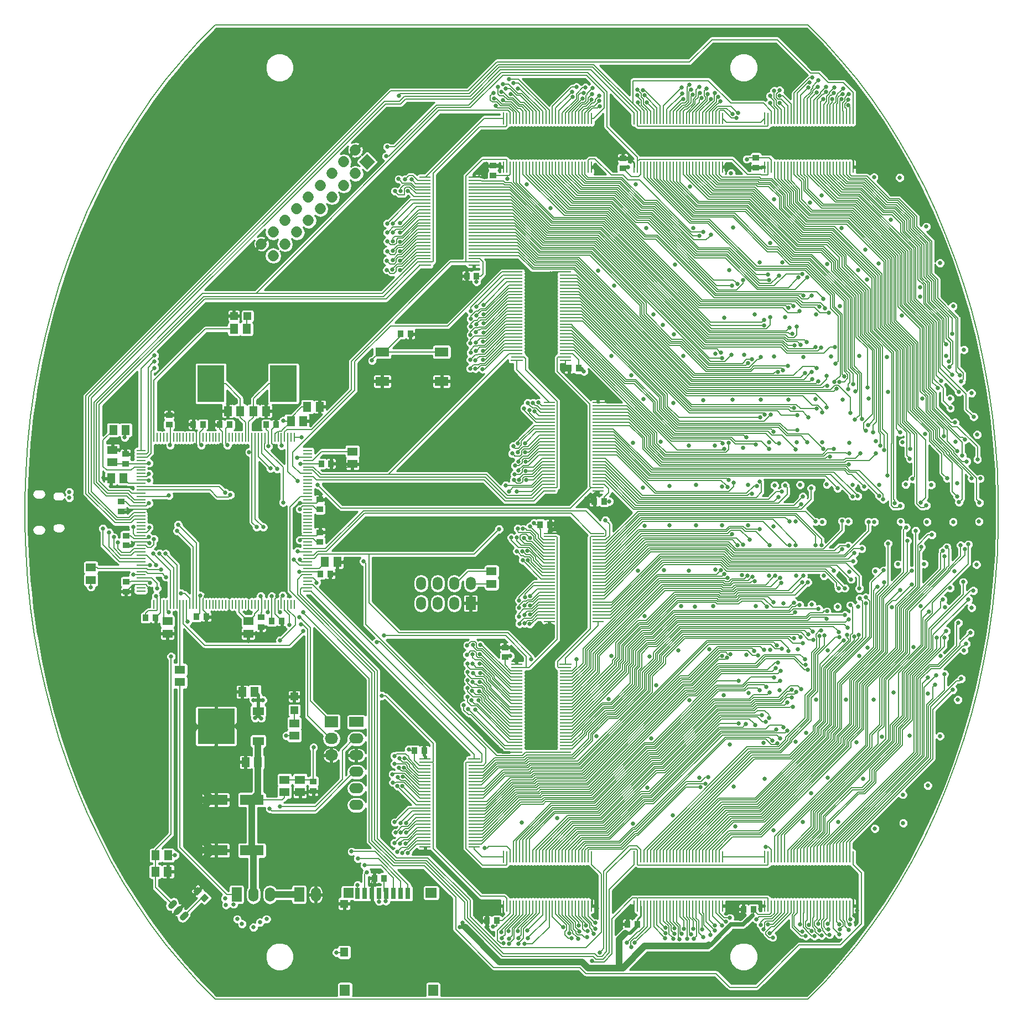
<source format=gbl>
G04 #@! TF.FileFunction,Copper,L4,Bot,Signal*
%FSLAX46Y46*%
G04 Gerber Fmt 4.6, Leading zero omitted, Abs format (unit mm)*
G04 Created by KiCad (PCBNEW (2016-03-23 BZR 6647, Git bc699c8)-product) date Tue 29 Mar 2016 10:28:28 CEST*
%MOMM*%
G01*
G04 APERTURE LIST*
%ADD10C,0.100000*%
%ADD11C,0.150000*%
%ADD12R,0.899160X1.000760*%
%ADD13R,1.000760X0.899160*%
%ADD14R,1.699260X1.300480*%
%ADD15R,5.699760X5.499100*%
%ADD16R,2.100580X1.399540*%
%ADD17R,1.300480X1.498600*%
%ADD18R,1.498600X1.300480*%
%ADD19R,3.599180X1.600200*%
%ADD20R,1.524000X2.199640*%
%ADD21O,1.524000X2.199640*%
%ADD22R,1.524000X1.998980*%
%ADD23O,1.524000X1.998980*%
%ADD24R,2.199640X1.524000*%
%ADD25O,2.199640X1.524000*%
%ADD26R,0.800100X1.678940*%
%ADD27R,1.600200X1.501140*%
%ADD28R,1.699260X1.501140*%
%ADD29R,1.501140X1.699260*%
%ADD30R,1.290320X1.300480*%
%ADD31R,1.290320X1.399540*%
%ADD32R,0.289560X1.346200*%
%ADD33R,1.346200X0.289560*%
%ADD34R,0.289560X1.348740*%
%ADD35R,4.099560X5.600700*%
%ADD36C,0.899160*%
%ADD37R,0.250000X1.825000*%
%ADD38O,0.250000X1.825000*%
%ADD39R,4.700000X3.610000*%
%ADD40R,1.825000X0.250000*%
%ADD41O,1.825000X0.250000*%
%ADD42R,3.610000X4.700000*%
%ADD43R,2.032000X1.727200*%
%ADD44O,2.032000X1.727200*%
%ADD45R,1.198880X1.198880*%
%ADD46C,1.727200*%
%ADD47C,0.635000*%
%ADD48C,0.203200*%
%ADD49C,0.508000*%
%ADD50C,1.016000*%
%ADD51C,0.254000*%
%ADD52C,0.635000*%
%ADD53C,0.152400*%
%ADD54C,0.381000*%
G04 APERTURE END LIST*
D10*
D11*
X197948385Y-78128726D02*
X195352726Y-75500000D01*
X200448266Y-80901017D02*
X197948385Y-78128726D01*
X202847375Y-83811335D02*
X200448266Y-80901017D01*
X205140919Y-86853867D02*
X202847375Y-83811335D01*
X207324318Y-90022535D02*
X205140919Y-86853867D01*
X209393210Y-93311010D02*
X207324318Y-90022535D01*
X211343462Y-96712723D02*
X209393210Y-93311010D01*
X213171179Y-100220879D02*
X211343462Y-96712723D01*
X214872709Y-103828470D02*
X213171179Y-100220879D01*
X216444654Y-107528291D02*
X214872709Y-103828470D01*
X217883874Y-111312950D02*
X216444654Y-107528291D01*
X219187494Y-115174887D02*
X217883874Y-111312950D01*
X220352910Y-119106388D02*
X219187494Y-115174887D01*
X221377794Y-123099601D02*
X220352910Y-119106388D01*
X222260098Y-127146548D02*
X221377794Y-123099601D01*
X222998061Y-131239145D02*
X222260098Y-127146548D01*
X223590208Y-135369218D02*
X222998061Y-131239145D01*
X224035356Y-139528516D02*
X223590208Y-135369218D01*
X224332617Y-143708731D02*
X224035356Y-139528516D01*
X224481396Y-147901513D02*
X224332617Y-143708731D01*
X224481396Y-152098487D02*
X224481396Y-147901513D01*
X224332617Y-156291269D02*
X224481396Y-152098487D01*
X224035356Y-160471484D02*
X224332617Y-156291269D01*
X223590208Y-164630782D02*
X224035356Y-160471484D01*
X222998061Y-168760855D02*
X223590208Y-164630782D01*
X222260098Y-172853452D02*
X222998061Y-168760855D01*
X221377794Y-176900399D02*
X222260098Y-172853452D01*
X220352910Y-180893612D02*
X221377794Y-176900399D01*
X219187494Y-184825113D02*
X220352910Y-180893612D01*
X217883874Y-188687050D02*
X219187494Y-184825113D01*
X216444654Y-192471709D02*
X217883874Y-188687050D01*
X214872709Y-196171530D02*
X216444654Y-192471709D01*
X213171179Y-199779121D02*
X214872709Y-196171530D01*
X211343462Y-203287277D02*
X213171179Y-199779121D01*
X209393210Y-206688990D02*
X211343462Y-203287277D01*
X207324318Y-209977465D02*
X209393210Y-206688990D01*
X205140919Y-213146133D02*
X207324318Y-209977465D01*
X202847375Y-216188665D02*
X205140919Y-213146133D01*
X200448266Y-219098983D02*
X202847375Y-216188665D01*
X197948385Y-221871274D02*
X200448266Y-219098983D01*
X195352726Y-224500000D02*
X197948385Y-221871274D01*
X104647274Y-224500000D02*
X195352726Y-224500000D01*
X102051615Y-221871274D02*
X104647274Y-224500000D01*
X99551734Y-219098983D02*
X102051615Y-221871274D01*
X97152625Y-216188665D02*
X99551734Y-219098983D01*
X94859081Y-213146133D02*
X97152625Y-216188665D01*
X92675682Y-209977465D02*
X94859081Y-213146133D01*
X90606790Y-206688990D02*
X92675682Y-209977465D01*
X88656538Y-203287277D02*
X90606790Y-206688990D01*
X86828821Y-199779121D02*
X88656538Y-203287277D01*
X85127291Y-196171530D02*
X86828821Y-199779121D01*
X83555346Y-192471709D02*
X85127291Y-196171530D01*
X82116126Y-188687050D02*
X83555346Y-192471709D01*
X80812506Y-184825113D02*
X82116126Y-188687050D01*
X79647090Y-180893612D02*
X80812506Y-184825113D01*
X78622206Y-176900399D02*
X79647090Y-180893612D01*
X77739902Y-172853452D02*
X78622206Y-176900399D01*
X77001939Y-168760855D02*
X77739902Y-172853452D01*
X76409792Y-164630782D02*
X77001939Y-168760855D01*
X75964644Y-160471484D02*
X76409792Y-164630782D01*
X75667383Y-156291269D02*
X75964644Y-160471484D01*
X75518604Y-152098487D02*
X75667383Y-156291269D01*
X75518604Y-147901513D02*
X75518604Y-152098487D01*
X75667383Y-143708731D02*
X75518604Y-147901513D01*
X75964644Y-139528516D02*
X75667383Y-143708731D01*
X76409792Y-135369218D02*
X75964644Y-139528516D01*
X77001939Y-131239145D02*
X76409792Y-135369218D01*
X77739902Y-127146548D02*
X77001939Y-131239145D01*
X78622206Y-123099601D02*
X77739902Y-127146548D01*
X79647090Y-119106388D02*
X78622206Y-123099601D01*
X80812506Y-115174887D02*
X79647090Y-119106388D01*
X82116126Y-111312950D02*
X80812506Y-115174887D01*
X83555346Y-107528291D02*
X82116126Y-111312950D01*
X85127291Y-103828470D02*
X83555346Y-107528291D01*
X86828821Y-100220879D02*
X85127291Y-103828470D01*
X88656538Y-96712723D02*
X86828821Y-100220879D01*
X90606790Y-93311010D02*
X88656538Y-96712723D01*
X92675682Y-90022535D02*
X90606790Y-93311010D01*
X94859081Y-86853867D02*
X92675682Y-90022535D01*
X97152625Y-83811335D02*
X94859081Y-86853867D01*
X99551734Y-80901017D02*
X97152625Y-83811335D01*
X102051615Y-78128726D02*
X99551734Y-80901017D01*
X104647274Y-75500000D02*
X102051615Y-78128726D01*
X195352726Y-75500000D02*
X104647274Y-75500000D01*
D12*
X114811840Y-166660000D03*
X113308160Y-166660000D03*
D13*
X90980000Y-155101840D03*
X90980000Y-153598160D03*
D12*
X101268160Y-136580000D03*
X102771840Y-136580000D03*
X105348160Y-136620000D03*
X106851840Y-136620000D03*
D14*
X111220720Y-180464000D03*
X111220720Y-185036000D03*
D15*
X104779280Y-182750000D03*
D16*
X139299140Y-125499560D03*
X130200860Y-125499560D03*
X139299140Y-130000440D03*
X130200860Y-130000440D03*
D17*
X97405000Y-205000000D03*
X95500000Y-205000000D03*
D18*
X88920000Y-140487500D03*
X88920000Y-142392500D03*
D17*
X118122500Y-136070000D03*
X116217500Y-136070000D03*
X120642500Y-133900000D03*
X118737500Y-133900000D03*
X111202500Y-188250000D03*
X109297500Y-188250000D03*
X110702500Y-177500000D03*
X108797500Y-177500000D03*
D18*
X109710000Y-166677500D03*
X109710000Y-168582500D03*
D17*
X121427500Y-157640000D03*
X123332500Y-157640000D03*
D18*
X97330000Y-166687500D03*
X97330000Y-168592500D03*
D17*
X108492500Y-134540000D03*
X106587500Y-134540000D03*
X110497500Y-134550000D03*
X112402500Y-134550000D03*
D19*
X110250820Y-201750000D03*
X104749180Y-201750000D03*
X110250820Y-194000000D03*
X104749180Y-194000000D03*
D20*
X107920000Y-208500000D03*
D21*
X110460000Y-208500000D03*
X113000000Y-208500000D03*
D22*
X143750000Y-163948920D03*
D23*
X143750000Y-160911080D03*
X141210000Y-163948920D03*
X141210000Y-160911080D03*
X138670000Y-163948920D03*
X138670000Y-160911080D03*
X136130000Y-163948920D03*
X136130000Y-160911080D03*
D24*
X126238000Y-182118000D03*
D25*
X126238000Y-184658000D03*
X126238000Y-187198000D03*
X126238000Y-189738000D03*
X126238000Y-192278000D03*
X126238000Y-194818000D03*
D26*
X134150680Y-208339740D03*
X133050860Y-208339740D03*
X131951040Y-208339740D03*
X130851220Y-208339740D03*
X129748860Y-208339740D03*
X128649040Y-208339740D03*
X127549220Y-208339740D03*
X126449400Y-208339740D03*
D27*
X125039700Y-208250840D03*
D28*
X137699060Y-208250840D03*
D29*
X124501220Y-223099680D03*
X137998780Y-223099680D03*
D30*
X124394540Y-209899300D03*
D31*
X124394540Y-217300860D03*
D20*
X117480000Y-208500000D03*
D21*
X120020000Y-208500000D03*
D18*
X85610000Y-158467500D03*
X85610000Y-160372500D03*
D17*
X97452500Y-202500000D03*
X95547500Y-202500000D03*
D18*
X115240000Y-192832500D03*
X115240000Y-190927500D03*
X117610000Y-190937500D03*
X117610000Y-192842500D03*
X146940000Y-159057500D03*
X146940000Y-160962500D03*
X116750000Y-184202500D03*
X116750000Y-182297500D03*
D17*
X107547500Y-122000000D03*
X109452500Y-122000000D03*
D18*
X99270000Y-174107500D03*
X99270000Y-176012500D03*
X125640000Y-142642500D03*
X125640000Y-140737500D03*
D17*
X88697500Y-144860000D03*
X90602500Y-144860000D03*
X90942500Y-137430000D03*
X89037500Y-137430000D03*
D32*
X96774400Y-138591740D03*
X97272240Y-138591740D03*
X97772620Y-138591740D03*
X98273000Y-138591740D03*
X98770840Y-138591740D03*
X95270720Y-138591740D03*
X95771100Y-138591740D03*
X96271480Y-138591740D03*
X103271720Y-138591740D03*
X103772100Y-138591740D03*
X104269940Y-138591740D03*
X104770320Y-138591740D03*
X105270700Y-138591740D03*
X105773620Y-138591740D03*
X106271460Y-138591740D03*
X106769300Y-138591740D03*
X111270180Y-138591740D03*
X111770560Y-138591740D03*
X112268400Y-138591740D03*
X112768780Y-138591740D03*
X113269160Y-138591740D03*
X113769540Y-138591740D03*
X114269920Y-138591740D03*
X114767760Y-138591740D03*
D33*
X118768260Y-142592240D03*
X118768260Y-143090080D03*
X118768260Y-143590460D03*
X118768260Y-144090840D03*
X118768260Y-144591220D03*
X118768260Y-145091600D03*
X118768260Y-145591980D03*
X118768260Y-146092360D03*
D32*
X99271220Y-138591740D03*
X99771600Y-138591740D03*
X100274520Y-138591740D03*
X107269680Y-138591740D03*
X107770060Y-138591740D03*
X108267900Y-138591740D03*
X115268140Y-138591740D03*
X115768520Y-138591740D03*
X116268900Y-138591740D03*
D33*
X118768260Y-146590200D03*
X118768260Y-147090580D03*
X118768260Y-147590960D03*
D32*
X100769820Y-138591740D03*
X101270200Y-138591740D03*
X101773120Y-138591740D03*
X102273500Y-138591740D03*
X102771340Y-138591740D03*
X108768280Y-138591740D03*
X109271200Y-138591740D03*
X109771580Y-138591740D03*
X110271960Y-138591740D03*
X110769800Y-138591740D03*
D34*
X116769280Y-138591740D03*
D33*
X118768260Y-140590720D03*
X118768260Y-141091100D03*
X118768260Y-141591480D03*
X118768260Y-142091860D03*
X118768260Y-148091340D03*
X118768260Y-148591720D03*
X118768260Y-149092100D03*
X118768260Y-149592480D03*
X118768260Y-150090320D03*
X118768260Y-150590700D03*
X118768260Y-151091080D03*
X118768260Y-151588920D03*
X118768260Y-152089300D03*
X118768260Y-152589680D03*
X118768260Y-153087520D03*
X118768260Y-153587900D03*
X118768260Y-154088280D03*
X118768260Y-154588660D03*
X118768260Y-155089040D03*
X118768260Y-155589420D03*
X118768260Y-156089800D03*
X118768260Y-156587640D03*
X118768260Y-157088020D03*
X118768260Y-157588400D03*
X118768260Y-158088780D03*
X118768260Y-158589160D03*
X118768260Y-159089540D03*
X118768260Y-159589920D03*
X118768260Y-160087760D03*
X118768260Y-160588140D03*
X118768260Y-161088520D03*
X118768260Y-161588900D03*
X118768260Y-162089280D03*
D32*
X116769280Y-164088260D03*
X116268900Y-164088260D03*
X115768520Y-164088260D03*
X115268140Y-164088260D03*
X114767760Y-164088260D03*
X114269920Y-164088260D03*
X113769540Y-164088260D03*
X113269160Y-164088260D03*
X112768780Y-164088260D03*
X112268400Y-164088260D03*
X111768020Y-164088260D03*
X111267640Y-164088260D03*
X110769800Y-164088260D03*
X110269420Y-164088260D03*
X109769040Y-164088260D03*
X109268660Y-164088260D03*
X108768280Y-164088260D03*
X108267900Y-164088260D03*
X107767520Y-164088260D03*
X107269680Y-164088260D03*
X106769300Y-164088260D03*
X106268920Y-164088260D03*
X105771080Y-164088260D03*
X105270700Y-164088260D03*
X104770320Y-164088260D03*
X104272480Y-164088260D03*
X103772100Y-164088260D03*
X103271720Y-164088260D03*
X102771340Y-164088260D03*
X102270960Y-164088260D03*
X101770580Y-164088260D03*
X101270200Y-164088260D03*
X100772360Y-164088260D03*
X100271980Y-164088260D03*
X99771600Y-164088260D03*
X99271220Y-164088260D03*
X98770840Y-164088260D03*
X98270460Y-164088260D03*
X97770080Y-164088260D03*
X97272240Y-164088260D03*
X96771860Y-164088260D03*
X96271480Y-164088260D03*
X95771100Y-164088260D03*
X95270720Y-164088260D03*
D33*
X93271740Y-162089280D03*
X93271740Y-161588900D03*
X93271740Y-161088520D03*
X93271740Y-160588140D03*
X93271740Y-160087760D03*
X93271740Y-159589920D03*
X93271740Y-159089540D03*
X93271740Y-158589160D03*
X93271740Y-158088780D03*
X93271740Y-157588400D03*
X93271740Y-157088020D03*
X93271740Y-156587640D03*
X93269200Y-156089800D03*
X93269200Y-155589420D03*
X93269200Y-155089040D03*
X93269200Y-154591200D03*
X93269200Y-154090820D03*
X93269200Y-153590440D03*
X93269200Y-153090060D03*
X93269200Y-152589680D03*
X93269200Y-152089300D03*
X93269200Y-151588920D03*
X93269200Y-151091080D03*
X93269200Y-150590700D03*
X93269200Y-150090320D03*
X93269200Y-149589940D03*
X93269200Y-149089560D03*
X93269200Y-148589180D03*
X93269200Y-148088800D03*
X93269200Y-147590960D03*
X93269200Y-147090580D03*
X93269200Y-146590200D03*
X93269200Y-146089820D03*
X93269200Y-145589440D03*
X93269200Y-145089060D03*
X93269200Y-144591220D03*
X93269200Y-144090840D03*
X93269200Y-143590460D03*
X93269200Y-143090080D03*
X93269200Y-142589700D03*
X93269200Y-142089320D03*
X93269200Y-141588940D03*
X93269200Y-141091100D03*
X93269200Y-140590720D03*
D35*
X103980100Y-130330000D03*
X115079900Y-130330000D03*
D13*
X167010000Y-97411840D03*
X167010000Y-95908160D03*
X187390000Y-95788160D03*
X187390000Y-97291840D03*
D12*
X144641840Y-113880000D03*
X143138160Y-113880000D03*
D13*
X147180000Y-98511840D03*
X147180000Y-97008160D03*
D12*
X164161840Y-148370000D03*
X162658160Y-148370000D03*
X160271840Y-128010000D03*
X158768160Y-128010000D03*
X154388160Y-151900000D03*
X155891840Y-151900000D03*
D13*
X149000000Y-172201840D03*
X149000000Y-170698160D03*
D12*
X135138160Y-186480000D03*
X136641840Y-186480000D03*
X147751840Y-212500000D03*
X146248160Y-212500000D03*
X169251840Y-213040000D03*
X167748160Y-213040000D03*
X187001840Y-210750000D03*
X185498160Y-210750000D03*
D10*
G36*
X102359908Y-209067552D02*
X103067552Y-208359908D01*
X103703354Y-208995710D01*
X102995710Y-209703354D01*
X102359908Y-209067552D01*
X102359908Y-209067552D01*
G37*
G36*
X101296646Y-208004290D02*
X102004290Y-207296646D01*
X102640092Y-207932448D01*
X101932448Y-208640092D01*
X101296646Y-208004290D01*
X101296646Y-208004290D01*
G37*
D12*
X130501840Y-206000000D03*
X128998160Y-206000000D03*
D13*
X119640000Y-192681840D03*
X119640000Y-191178160D03*
X97590000Y-135148160D03*
X97590000Y-136651840D03*
D12*
X113961840Y-136630000D03*
X112458160Y-136630000D03*
X122371840Y-142600000D03*
X120868160Y-142600000D03*
D13*
X120660000Y-148078160D03*
X120660000Y-149581840D03*
X120670000Y-153078160D03*
X120670000Y-154581840D03*
D12*
X122251840Y-159470000D03*
X120748160Y-159470000D03*
D13*
X90920000Y-141108160D03*
X90920000Y-142611840D03*
D12*
X103291840Y-165990000D03*
X101788160Y-165990000D03*
X95521840Y-166170000D03*
X94018160Y-166170000D03*
D13*
X91000000Y-162151840D03*
X91000000Y-160648160D03*
X90270000Y-149921840D03*
X90270000Y-148418160D03*
X111640000Y-166088160D03*
X111640000Y-167591840D03*
D12*
X133000000Y-122750000D03*
X134503680Y-122750000D03*
D36*
X99164806Y-210659142D02*
X98739142Y-211084806D01*
X98266781Y-209761117D02*
X97841117Y-210186781D01*
X100062832Y-211557168D02*
X99637168Y-211982832D01*
D37*
X188750000Y-202762500D03*
D38*
X189250000Y-202762500D03*
X189750000Y-202762500D03*
X190250000Y-202762500D03*
X190750000Y-202762500D03*
X191250000Y-202762500D03*
X191750000Y-202762500D03*
X192250000Y-202762500D03*
X192750000Y-202762500D03*
X193250000Y-202762500D03*
X193750000Y-202762500D03*
X194250000Y-202762500D03*
X194750000Y-202762500D03*
X195250000Y-202762500D03*
X195750000Y-202762500D03*
X196250000Y-202762500D03*
X196750000Y-202762500D03*
X197250000Y-202762500D03*
X197750000Y-202762500D03*
X198250000Y-202762500D03*
X198750000Y-202762500D03*
X199250000Y-202762500D03*
X199750000Y-202762500D03*
X200250000Y-202762500D03*
X200750000Y-202762500D03*
X201250000Y-202762500D03*
X201750000Y-202762500D03*
X202250000Y-202762500D03*
X202250000Y-210237500D03*
X201750000Y-210237500D03*
X201250000Y-210237500D03*
X200750000Y-210237500D03*
X200250000Y-210237500D03*
X199750000Y-210237500D03*
X199250000Y-210237500D03*
X198750000Y-210237500D03*
X198250000Y-210237500D03*
X197750000Y-210237500D03*
X197250000Y-210237500D03*
X196750000Y-210237500D03*
X196250000Y-210237500D03*
X195750000Y-210237500D03*
X195250000Y-210237500D03*
X194750000Y-210237500D03*
X194250000Y-210237500D03*
X193750000Y-210237500D03*
X193250000Y-210237500D03*
X192750000Y-210237500D03*
X192250000Y-210237500D03*
X191750000Y-210237500D03*
X191250000Y-210237500D03*
X190750000Y-210237500D03*
X190250000Y-210237500D03*
X189750000Y-210237500D03*
X189250000Y-210237500D03*
X188750000Y-210237500D03*
D39*
X195500000Y-206500000D03*
D37*
X168750000Y-202762500D03*
D38*
X169250000Y-202762500D03*
X169750000Y-202762500D03*
X170250000Y-202762500D03*
X170750000Y-202762500D03*
X171250000Y-202762500D03*
X171750000Y-202762500D03*
X172250000Y-202762500D03*
X172750000Y-202762500D03*
X173250000Y-202762500D03*
X173750000Y-202762500D03*
X174250000Y-202762500D03*
X174750000Y-202762500D03*
X175250000Y-202762500D03*
X175750000Y-202762500D03*
X176250000Y-202762500D03*
X176750000Y-202762500D03*
X177250000Y-202762500D03*
X177750000Y-202762500D03*
X178250000Y-202762500D03*
X178750000Y-202762500D03*
X179250000Y-202762500D03*
X179750000Y-202762500D03*
X180250000Y-202762500D03*
X180750000Y-202762500D03*
X181250000Y-202762500D03*
X181750000Y-202762500D03*
X182250000Y-202762500D03*
X182250000Y-210237500D03*
X181750000Y-210237500D03*
X181250000Y-210237500D03*
X180750000Y-210237500D03*
X180250000Y-210237500D03*
X179750000Y-210237500D03*
X179250000Y-210237500D03*
X178750000Y-210237500D03*
X178250000Y-210237500D03*
X177750000Y-210237500D03*
X177250000Y-210237500D03*
X176750000Y-210237500D03*
X176250000Y-210237500D03*
X175750000Y-210237500D03*
X175250000Y-210237500D03*
X174750000Y-210237500D03*
X174250000Y-210237500D03*
X173750000Y-210237500D03*
X173250000Y-210237500D03*
X172750000Y-210237500D03*
X172250000Y-210237500D03*
X171750000Y-210237500D03*
X171250000Y-210237500D03*
X170750000Y-210237500D03*
X170250000Y-210237500D03*
X169750000Y-210237500D03*
X169250000Y-210237500D03*
X168750000Y-210237500D03*
D39*
X175500000Y-206500000D03*
D37*
X148750000Y-202762500D03*
D38*
X149250000Y-202762500D03*
X149750000Y-202762500D03*
X150250000Y-202762500D03*
X150750000Y-202762500D03*
X151250000Y-202762500D03*
X151750000Y-202762500D03*
X152250000Y-202762500D03*
X152750000Y-202762500D03*
X153250000Y-202762500D03*
X153750000Y-202762500D03*
X154250000Y-202762500D03*
X154750000Y-202762500D03*
X155250000Y-202762500D03*
X155750000Y-202762500D03*
X156250000Y-202762500D03*
X156750000Y-202762500D03*
X157250000Y-202762500D03*
X157750000Y-202762500D03*
X158250000Y-202762500D03*
X158750000Y-202762500D03*
X159250000Y-202762500D03*
X159750000Y-202762500D03*
X160250000Y-202762500D03*
X160750000Y-202762500D03*
X161250000Y-202762500D03*
X161750000Y-202762500D03*
X162250000Y-202762500D03*
X162250000Y-210237500D03*
X161750000Y-210237500D03*
X161250000Y-210237500D03*
X160750000Y-210237500D03*
X160250000Y-210237500D03*
X159750000Y-210237500D03*
X159250000Y-210237500D03*
X158750000Y-210237500D03*
X158250000Y-210237500D03*
X157750000Y-210237500D03*
X157250000Y-210237500D03*
X156750000Y-210237500D03*
X156250000Y-210237500D03*
X155750000Y-210237500D03*
X155250000Y-210237500D03*
X154750000Y-210237500D03*
X154250000Y-210237500D03*
X153750000Y-210237500D03*
X153250000Y-210237500D03*
X152750000Y-210237500D03*
X152250000Y-210237500D03*
X151750000Y-210237500D03*
X151250000Y-210237500D03*
X150750000Y-210237500D03*
X150250000Y-210237500D03*
X149750000Y-210237500D03*
X149250000Y-210237500D03*
X148750000Y-210237500D03*
D39*
X155500000Y-206500000D03*
D40*
X144237500Y-187750000D03*
D41*
X144237500Y-188250000D03*
X144237500Y-188750000D03*
X144237500Y-189250000D03*
X144237500Y-189750000D03*
X144237500Y-190250000D03*
X144237500Y-190750000D03*
X144237500Y-191250000D03*
X144237500Y-191750000D03*
X144237500Y-192250000D03*
X144237500Y-192750000D03*
X144237500Y-193250000D03*
X144237500Y-193750000D03*
X144237500Y-194250000D03*
X144237500Y-194750000D03*
X144237500Y-195250000D03*
X144237500Y-195750000D03*
X144237500Y-196250000D03*
X144237500Y-196750000D03*
X144237500Y-197250000D03*
X144237500Y-197750000D03*
X144237500Y-198250000D03*
X144237500Y-198750000D03*
X144237500Y-199250000D03*
X144237500Y-199750000D03*
X144237500Y-200250000D03*
X144237500Y-200750000D03*
X144237500Y-201250000D03*
X136762500Y-201250000D03*
X136762500Y-200750000D03*
X136762500Y-200250000D03*
X136762500Y-199750000D03*
X136762500Y-199250000D03*
X136762500Y-198750000D03*
X136762500Y-198250000D03*
X136762500Y-197750000D03*
X136762500Y-197250000D03*
X136762500Y-196750000D03*
X136762500Y-196250000D03*
X136762500Y-195750000D03*
X136762500Y-195250000D03*
X136762500Y-194750000D03*
X136762500Y-194250000D03*
X136762500Y-193750000D03*
X136762500Y-193250000D03*
X136762500Y-192750000D03*
X136762500Y-192250000D03*
X136762500Y-191750000D03*
X136762500Y-191250000D03*
X136762500Y-190750000D03*
X136762500Y-190250000D03*
X136762500Y-189750000D03*
X136762500Y-189250000D03*
X136762500Y-188750000D03*
X136762500Y-188250000D03*
X136762500Y-187750000D03*
D42*
X140500000Y-194500000D03*
D40*
X158237500Y-173250000D03*
D41*
X158237500Y-173750000D03*
X158237500Y-174250000D03*
X158237500Y-174750000D03*
X158237500Y-175250000D03*
X158237500Y-175750000D03*
X158237500Y-176250000D03*
X158237500Y-176750000D03*
X158237500Y-177250000D03*
X158237500Y-177750000D03*
X158237500Y-178250000D03*
X158237500Y-178750000D03*
X158237500Y-179250000D03*
X158237500Y-179750000D03*
X158237500Y-180250000D03*
X158237500Y-180750000D03*
X158237500Y-181250000D03*
X158237500Y-181750000D03*
X158237500Y-182250000D03*
X158237500Y-182750000D03*
X158237500Y-183250000D03*
X158237500Y-183750000D03*
X158237500Y-184250000D03*
X158237500Y-184750000D03*
X158237500Y-185250000D03*
X158237500Y-185750000D03*
X158237500Y-186250000D03*
X158237500Y-186750000D03*
X150762500Y-186750000D03*
X150762500Y-186250000D03*
X150762500Y-185750000D03*
X150762500Y-185250000D03*
X150762500Y-184750000D03*
X150762500Y-184250000D03*
X150762500Y-183750000D03*
X150762500Y-183250000D03*
X150762500Y-182750000D03*
X150762500Y-182250000D03*
X150762500Y-181750000D03*
X150762500Y-181250000D03*
X150762500Y-180750000D03*
X150762500Y-180250000D03*
X150762500Y-179750000D03*
X150762500Y-179250000D03*
X150762500Y-178750000D03*
X150762500Y-178250000D03*
X150762500Y-177750000D03*
X150762500Y-177250000D03*
X150762500Y-176750000D03*
X150762500Y-176250000D03*
X150762500Y-175750000D03*
X150762500Y-175250000D03*
X150762500Y-174750000D03*
X150762500Y-174250000D03*
X150762500Y-173750000D03*
X150762500Y-173250000D03*
D42*
X154500000Y-180000000D03*
D40*
X163237500Y-153250000D03*
D41*
X163237500Y-153750000D03*
X163237500Y-154250000D03*
X163237500Y-154750000D03*
X163237500Y-155250000D03*
X163237500Y-155750000D03*
X163237500Y-156250000D03*
X163237500Y-156750000D03*
X163237500Y-157250000D03*
X163237500Y-157750000D03*
X163237500Y-158250000D03*
X163237500Y-158750000D03*
X163237500Y-159250000D03*
X163237500Y-159750000D03*
X163237500Y-160250000D03*
X163237500Y-160750000D03*
X163237500Y-161250000D03*
X163237500Y-161750000D03*
X163237500Y-162250000D03*
X163237500Y-162750000D03*
X163237500Y-163250000D03*
X163237500Y-163750000D03*
X163237500Y-164250000D03*
X163237500Y-164750000D03*
X163237500Y-165250000D03*
X163237500Y-165750000D03*
X163237500Y-166250000D03*
X163237500Y-166750000D03*
X155762500Y-166750000D03*
X155762500Y-166250000D03*
X155762500Y-165750000D03*
X155762500Y-165250000D03*
X155762500Y-164750000D03*
X155762500Y-164250000D03*
X155762500Y-163750000D03*
X155762500Y-163250000D03*
X155762500Y-162750000D03*
X155762500Y-162250000D03*
X155762500Y-161750000D03*
X155762500Y-161250000D03*
X155762500Y-160750000D03*
X155762500Y-160250000D03*
X155762500Y-159750000D03*
X155762500Y-159250000D03*
X155762500Y-158750000D03*
X155762500Y-158250000D03*
X155762500Y-157750000D03*
X155762500Y-157250000D03*
X155762500Y-156750000D03*
X155762500Y-156250000D03*
X155762500Y-155750000D03*
X155762500Y-155250000D03*
X155762500Y-154750000D03*
X155762500Y-154250000D03*
X155762500Y-153750000D03*
X155762500Y-153250000D03*
D42*
X159500000Y-160000000D03*
D40*
X150762500Y-126750000D03*
D41*
X150762500Y-126250000D03*
X150762500Y-125750000D03*
X150762500Y-125250000D03*
X150762500Y-124750000D03*
X150762500Y-124250000D03*
X150762500Y-123750000D03*
X150762500Y-123250000D03*
X150762500Y-122750000D03*
X150762500Y-122250000D03*
X150762500Y-121750000D03*
X150762500Y-121250000D03*
X150762500Y-120750000D03*
X150762500Y-120250000D03*
X150762500Y-119750000D03*
X150762500Y-119250000D03*
X150762500Y-118750000D03*
X150762500Y-118250000D03*
X150762500Y-117750000D03*
X150762500Y-117250000D03*
X150762500Y-116750000D03*
X150762500Y-116250000D03*
X150762500Y-115750000D03*
X150762500Y-115250000D03*
X150762500Y-114750000D03*
X150762500Y-114250000D03*
X150762500Y-113750000D03*
X150762500Y-113250000D03*
X158237500Y-113250000D03*
X158237500Y-113750000D03*
X158237500Y-114250000D03*
X158237500Y-114750000D03*
X158237500Y-115250000D03*
X158237500Y-115750000D03*
X158237500Y-116250000D03*
X158237500Y-116750000D03*
X158237500Y-117250000D03*
X158237500Y-117750000D03*
X158237500Y-118250000D03*
X158237500Y-118750000D03*
X158237500Y-119250000D03*
X158237500Y-119750000D03*
X158237500Y-120250000D03*
X158237500Y-120750000D03*
X158237500Y-121250000D03*
X158237500Y-121750000D03*
X158237500Y-122250000D03*
X158237500Y-122750000D03*
X158237500Y-123250000D03*
X158237500Y-123750000D03*
X158237500Y-124250000D03*
X158237500Y-124750000D03*
X158237500Y-125250000D03*
X158237500Y-125750000D03*
X158237500Y-126250000D03*
X158237500Y-126750000D03*
D42*
X154500000Y-120000000D03*
D40*
X155762500Y-146750000D03*
D41*
X155762500Y-146250000D03*
X155762500Y-145750000D03*
X155762500Y-145250000D03*
X155762500Y-144750000D03*
X155762500Y-144250000D03*
X155762500Y-143750000D03*
X155762500Y-143250000D03*
X155762500Y-142750000D03*
X155762500Y-142250000D03*
X155762500Y-141750000D03*
X155762500Y-141250000D03*
X155762500Y-140750000D03*
X155762500Y-140250000D03*
X155762500Y-139750000D03*
X155762500Y-139250000D03*
X155762500Y-138750000D03*
X155762500Y-138250000D03*
X155762500Y-137750000D03*
X155762500Y-137250000D03*
X155762500Y-136750000D03*
X155762500Y-136250000D03*
X155762500Y-135750000D03*
X155762500Y-135250000D03*
X155762500Y-134750000D03*
X155762500Y-134250000D03*
X155762500Y-133750000D03*
X155762500Y-133250000D03*
X163237500Y-133250000D03*
X163237500Y-133750000D03*
X163237500Y-134250000D03*
X163237500Y-134750000D03*
X163237500Y-135250000D03*
X163237500Y-135750000D03*
X163237500Y-136250000D03*
X163237500Y-136750000D03*
X163237500Y-137250000D03*
X163237500Y-137750000D03*
X163237500Y-138250000D03*
X163237500Y-138750000D03*
X163237500Y-139250000D03*
X163237500Y-139750000D03*
X163237500Y-140250000D03*
X163237500Y-140750000D03*
X163237500Y-141250000D03*
X163237500Y-141750000D03*
X163237500Y-142250000D03*
X163237500Y-142750000D03*
X163237500Y-143250000D03*
X163237500Y-143750000D03*
X163237500Y-144250000D03*
X163237500Y-144750000D03*
X163237500Y-145250000D03*
X163237500Y-145750000D03*
X163237500Y-146250000D03*
X163237500Y-146750000D03*
D42*
X159500000Y-140000000D03*
D37*
X148750000Y-89762500D03*
D38*
X149250000Y-89762500D03*
X149750000Y-89762500D03*
X150250000Y-89762500D03*
X150750000Y-89762500D03*
X151250000Y-89762500D03*
X151750000Y-89762500D03*
X152250000Y-89762500D03*
X152750000Y-89762500D03*
X153250000Y-89762500D03*
X153750000Y-89762500D03*
X154250000Y-89762500D03*
X154750000Y-89762500D03*
X155250000Y-89762500D03*
X155750000Y-89762500D03*
X156250000Y-89762500D03*
X156750000Y-89762500D03*
X157250000Y-89762500D03*
X157750000Y-89762500D03*
X158250000Y-89762500D03*
X158750000Y-89762500D03*
X159250000Y-89762500D03*
X159750000Y-89762500D03*
X160250000Y-89762500D03*
X160750000Y-89762500D03*
X161250000Y-89762500D03*
X161750000Y-89762500D03*
X162250000Y-89762500D03*
X162250000Y-97237500D03*
X161750000Y-97237500D03*
X161250000Y-97237500D03*
X160750000Y-97237500D03*
X160250000Y-97237500D03*
X159750000Y-97237500D03*
X159250000Y-97237500D03*
X158750000Y-97237500D03*
X158250000Y-97237500D03*
X157750000Y-97237500D03*
X157250000Y-97237500D03*
X156750000Y-97237500D03*
X156250000Y-97237500D03*
X155750000Y-97237500D03*
X155250000Y-97237500D03*
X154750000Y-97237500D03*
X154250000Y-97237500D03*
X153750000Y-97237500D03*
X153250000Y-97237500D03*
X152750000Y-97237500D03*
X152250000Y-97237500D03*
X151750000Y-97237500D03*
X151250000Y-97237500D03*
X150750000Y-97237500D03*
X150250000Y-97237500D03*
X149750000Y-97237500D03*
X149250000Y-97237500D03*
X148750000Y-97237500D03*
D39*
X155500000Y-93500000D03*
D37*
X188750000Y-89762500D03*
D38*
X189250000Y-89762500D03*
X189750000Y-89762500D03*
X190250000Y-89762500D03*
X190750000Y-89762500D03*
X191250000Y-89762500D03*
X191750000Y-89762500D03*
X192250000Y-89762500D03*
X192750000Y-89762500D03*
X193250000Y-89762500D03*
X193750000Y-89762500D03*
X194250000Y-89762500D03*
X194750000Y-89762500D03*
X195250000Y-89762500D03*
X195750000Y-89762500D03*
X196250000Y-89762500D03*
X196750000Y-89762500D03*
X197250000Y-89762500D03*
X197750000Y-89762500D03*
X198250000Y-89762500D03*
X198750000Y-89762500D03*
X199250000Y-89762500D03*
X199750000Y-89762500D03*
X200250000Y-89762500D03*
X200750000Y-89762500D03*
X201250000Y-89762500D03*
X201750000Y-89762500D03*
X202250000Y-89762500D03*
X202250000Y-97237500D03*
X201750000Y-97237500D03*
X201250000Y-97237500D03*
X200750000Y-97237500D03*
X200250000Y-97237500D03*
X199750000Y-97237500D03*
X199250000Y-97237500D03*
X198750000Y-97237500D03*
X198250000Y-97237500D03*
X197750000Y-97237500D03*
X197250000Y-97237500D03*
X196750000Y-97237500D03*
X196250000Y-97237500D03*
X195750000Y-97237500D03*
X195250000Y-97237500D03*
X194750000Y-97237500D03*
X194250000Y-97237500D03*
X193750000Y-97237500D03*
X193250000Y-97237500D03*
X192750000Y-97237500D03*
X192250000Y-97237500D03*
X191750000Y-97237500D03*
X191250000Y-97237500D03*
X190750000Y-97237500D03*
X190250000Y-97237500D03*
X189750000Y-97237500D03*
X189250000Y-97237500D03*
X188750000Y-97237500D03*
D39*
X195500000Y-93500000D03*
D37*
X168750000Y-89762500D03*
D38*
X169250000Y-89762500D03*
X169750000Y-89762500D03*
X170250000Y-89762500D03*
X170750000Y-89762500D03*
X171250000Y-89762500D03*
X171750000Y-89762500D03*
X172250000Y-89762500D03*
X172750000Y-89762500D03*
X173250000Y-89762500D03*
X173750000Y-89762500D03*
X174250000Y-89762500D03*
X174750000Y-89762500D03*
X175250000Y-89762500D03*
X175750000Y-89762500D03*
X176250000Y-89762500D03*
X176750000Y-89762500D03*
X177250000Y-89762500D03*
X177750000Y-89762500D03*
X178250000Y-89762500D03*
X178750000Y-89762500D03*
X179250000Y-89762500D03*
X179750000Y-89762500D03*
X180250000Y-89762500D03*
X180750000Y-89762500D03*
X181250000Y-89762500D03*
X181750000Y-89762500D03*
X182250000Y-89762500D03*
X182250000Y-97237500D03*
X181750000Y-97237500D03*
X181250000Y-97237500D03*
X180750000Y-97237500D03*
X180250000Y-97237500D03*
X179750000Y-97237500D03*
X179250000Y-97237500D03*
X178750000Y-97237500D03*
X178250000Y-97237500D03*
X177750000Y-97237500D03*
X177250000Y-97237500D03*
X176750000Y-97237500D03*
X176250000Y-97237500D03*
X175750000Y-97237500D03*
X175250000Y-97237500D03*
X174750000Y-97237500D03*
X174250000Y-97237500D03*
X173750000Y-97237500D03*
X173250000Y-97237500D03*
X172750000Y-97237500D03*
X172250000Y-97237500D03*
X171750000Y-97237500D03*
X171250000Y-97237500D03*
X170750000Y-97237500D03*
X170250000Y-97237500D03*
X169750000Y-97237500D03*
X169250000Y-97237500D03*
X168750000Y-97237500D03*
D39*
X175500000Y-93500000D03*
D40*
X136762500Y-112250000D03*
D41*
X136762500Y-111750000D03*
X136762500Y-111250000D03*
X136762500Y-110750000D03*
X136762500Y-110250000D03*
X136762500Y-109750000D03*
X136762500Y-109250000D03*
X136762500Y-108750000D03*
X136762500Y-108250000D03*
X136762500Y-107750000D03*
X136762500Y-107250000D03*
X136762500Y-106750000D03*
X136762500Y-106250000D03*
X136762500Y-105750000D03*
X136762500Y-105250000D03*
X136762500Y-104750000D03*
X136762500Y-104250000D03*
X136762500Y-103750000D03*
X136762500Y-103250000D03*
X136762500Y-102750000D03*
X136762500Y-102250000D03*
X136762500Y-101750000D03*
X136762500Y-101250000D03*
X136762500Y-100750000D03*
X136762500Y-100250000D03*
X136762500Y-99750000D03*
X136762500Y-99250000D03*
X136762500Y-98750000D03*
X144237500Y-98750000D03*
X144237500Y-99250000D03*
X144237500Y-99750000D03*
X144237500Y-100250000D03*
X144237500Y-100750000D03*
X144237500Y-101250000D03*
X144237500Y-101750000D03*
X144237500Y-102250000D03*
X144237500Y-102750000D03*
X144237500Y-103250000D03*
X144237500Y-103750000D03*
X144237500Y-104250000D03*
X144237500Y-104750000D03*
X144237500Y-105250000D03*
X144237500Y-105750000D03*
X144237500Y-106250000D03*
X144237500Y-106750000D03*
X144237500Y-107250000D03*
X144237500Y-107750000D03*
X144237500Y-108250000D03*
X144237500Y-108750000D03*
X144237500Y-109250000D03*
X144237500Y-109750000D03*
X144237500Y-110250000D03*
X144237500Y-110750000D03*
X144237500Y-111250000D03*
X144237500Y-111750000D03*
X144237500Y-112250000D03*
D42*
X140500000Y-105500000D03*
D43*
X122428000Y-182118000D03*
D44*
X122428000Y-184658000D03*
X122428000Y-187198000D03*
D45*
X116750000Y-180299020D03*
X116750000Y-178200980D03*
X109598040Y-120000000D03*
X107500000Y-120000000D03*
D10*
G36*
X129101571Y-96411846D02*
X127880256Y-97633161D01*
X126658941Y-96411846D01*
X127880256Y-95190531D01*
X129101571Y-96411846D01*
X129101571Y-96411846D01*
G37*
D46*
X126084205Y-94615795D02*
X126084205Y-94615795D01*
X126084205Y-98207897D02*
X126084205Y-98207897D01*
X124288154Y-96411846D02*
X124288154Y-96411846D01*
X124288154Y-100003948D02*
X124288154Y-100003948D01*
X122492102Y-98207897D02*
X122492102Y-98207897D01*
X122492102Y-101800000D02*
X122492102Y-101800000D01*
X120696051Y-100003948D02*
X120696051Y-100003948D01*
X120696051Y-103596051D02*
X120696051Y-103596051D01*
X118900000Y-101800000D02*
X118900000Y-101800000D01*
X118900000Y-105392102D02*
X118900000Y-105392102D01*
X117103949Y-103596051D02*
X117103949Y-103596051D01*
X117103949Y-107188153D02*
X117103949Y-107188153D01*
X115307897Y-105392102D02*
X115307897Y-105392102D01*
X115307897Y-108984205D02*
X115307897Y-108984205D01*
X113511846Y-107188153D02*
X113511846Y-107188153D01*
X113511846Y-110780256D02*
X113511846Y-110780256D01*
X111715795Y-108984205D02*
X111715795Y-108984205D01*
D47*
X179240000Y-219030000D03*
X145763932Y-137014522D03*
X127540000Y-109830000D03*
X155640000Y-85230000D03*
X180040000Y-82330000D03*
X120582033Y-192902858D03*
X128670000Y-209620000D03*
X94595797Y-161658068D03*
X94566434Y-154756353D03*
X90797690Y-140231906D03*
X87516134Y-144750000D03*
X109730000Y-169690000D03*
X111720000Y-168570000D03*
X97340000Y-169730000D03*
X124430000Y-157650000D03*
X123140000Y-159440000D03*
X123310000Y-142620000D03*
X120650000Y-135110000D03*
X119170000Y-136080000D03*
X97580000Y-134190000D03*
X88910000Y-139300000D03*
X82300000Y-152200000D03*
X103229971Y-162833514D03*
X81250000Y-158730000D03*
X154497840Y-119101096D03*
X154497840Y-118199140D03*
X202883280Y-210986372D03*
X202453648Y-211671126D03*
X163028145Y-209770000D03*
X163096361Y-210634641D03*
X156730000Y-152318026D03*
X163330283Y-132600462D03*
X164557785Y-133072166D03*
X143513503Y-114897517D03*
X142703506Y-114832195D03*
X156753056Y-113651483D03*
X155940589Y-113506910D03*
X162852927Y-96888367D03*
X114137291Y-162838204D03*
X101401096Y-182340998D03*
X108802601Y-176263194D03*
X113781839Y-139910820D03*
X111920000Y-133300000D03*
X107070000Y-133310000D03*
X115650000Y-178190000D03*
X130230000Y-131190000D03*
X134529710Y-123757427D03*
X109750000Y-165250000D03*
X106750000Y-165250000D03*
X98500000Y-205000000D03*
X102500000Y-201750000D03*
X102750000Y-203250000D03*
X102750000Y-200250000D03*
X102750000Y-195250000D03*
X102500000Y-194000000D03*
X102750000Y-192500000D03*
X108250000Y-183250000D03*
X108250000Y-182250000D03*
X104750000Y-186000000D03*
X104750000Y-179500000D03*
X101500000Y-183250000D03*
X107750000Y-177500000D03*
X101504858Y-139777726D03*
X105504845Y-139777816D03*
X124500000Y-143500000D03*
X117590000Y-148620000D03*
X117574931Y-153254479D03*
X96417271Y-162813552D03*
X94500000Y-149940000D03*
X106460000Y-120030000D03*
X161950000Y-147570000D03*
X157890000Y-127610000D03*
X157900000Y-128500000D03*
X145350000Y-98160000D03*
X145910000Y-98770000D03*
X146170649Y-97363182D03*
X146177963Y-96697582D03*
X162880000Y-97610000D03*
X166660000Y-94980000D03*
X167310000Y-94970000D03*
X203630000Y-97690000D03*
X203630000Y-96790000D03*
X182871259Y-97668082D03*
X182890000Y-96860000D03*
X186390000Y-96930000D03*
X186393721Y-97679757D03*
X184980698Y-212180698D03*
X185550699Y-211610699D03*
X167430000Y-211840000D03*
X156791719Y-151484695D03*
X155400000Y-167380000D03*
X156130000Y-167370000D03*
X136250000Y-185360000D03*
X137100000Y-185380000D03*
X136330000Y-202140000D03*
X137230000Y-202120000D03*
X147760000Y-185920000D03*
X148410000Y-186520000D03*
X151209834Y-172604046D03*
X150456004Y-172655327D03*
X146290000Y-213390000D03*
X146230000Y-210860000D03*
X147787678Y-209695380D03*
X147840000Y-211000000D03*
X188030000Y-210690000D03*
X188024983Y-209820748D03*
X167750000Y-211090000D03*
X161890000Y-148320000D03*
X153423445Y-121777139D03*
X196389384Y-94599968D03*
X197289384Y-93499968D03*
X195489384Y-94599968D03*
X197289384Y-94599968D03*
X194589384Y-93499968D03*
X193689384Y-92399968D03*
X194589384Y-92399968D03*
X193689384Y-93499968D03*
X193689384Y-94599968D03*
X194589384Y-94599968D03*
X195489384Y-93499968D03*
X195489384Y-92399968D03*
X196389384Y-92399968D03*
X196389384Y-93499968D03*
X197289384Y-92399968D03*
X176409384Y-94599968D03*
X177309384Y-93499968D03*
X175509384Y-94599968D03*
X177309384Y-94599968D03*
X174609384Y-93499968D03*
X173709384Y-92399968D03*
X174609384Y-92399968D03*
X173709384Y-93499968D03*
X173709384Y-94599968D03*
X174609384Y-94599968D03*
X175509384Y-93499968D03*
X175509384Y-92399968D03*
X176409384Y-92399968D03*
X176409384Y-93499968D03*
X177309384Y-92399968D03*
X154599384Y-92419968D03*
X157299384Y-94619968D03*
X156399384Y-94619968D03*
X155499384Y-94619968D03*
X154599384Y-94619968D03*
X153699384Y-94619968D03*
X157299384Y-93519968D03*
X156399384Y-93519968D03*
X155499384Y-93519968D03*
X154599384Y-93519968D03*
X153699384Y-93519968D03*
X157299384Y-92419968D03*
X156399384Y-92419968D03*
X155499384Y-92419968D03*
X153699384Y-92419968D03*
X139399968Y-105502349D03*
X154499968Y-120002349D03*
X153399968Y-118200616D03*
X153399968Y-119100616D03*
X153399968Y-120002349D03*
X155595366Y-120894753D03*
X155601486Y-121772154D03*
X154496164Y-120894753D03*
X154498448Y-121772158D03*
X153396963Y-120894753D03*
X155599968Y-119100616D03*
X155599968Y-120002349D03*
X155599968Y-118200616D03*
X159489968Y-139992349D03*
X158389968Y-138190616D03*
X158389968Y-139090616D03*
X158389968Y-139992349D03*
X160585366Y-140884753D03*
X160591486Y-141762154D03*
X159486164Y-140884753D03*
X159488448Y-141762158D03*
X158389968Y-141790616D03*
X158386963Y-140884753D03*
X160589968Y-139090616D03*
X160589968Y-139992349D03*
X159489968Y-139090616D03*
X160589968Y-138190616D03*
X159489968Y-138190616D03*
X139396963Y-106394753D03*
X141601486Y-107272154D03*
X140498448Y-107272158D03*
X139399968Y-107300616D03*
X140496164Y-106394753D03*
X141595366Y-106394753D03*
X141599968Y-105502349D03*
X140499968Y-105502349D03*
X139399968Y-104600616D03*
X140499968Y-104600616D03*
X141599968Y-104600616D03*
X141599968Y-103700616D03*
X140499968Y-103700616D03*
X139399968Y-103700616D03*
X141586267Y-196300060D03*
X140500119Y-196300060D03*
X139401767Y-196300060D03*
X160601486Y-161772154D03*
X159498448Y-161772158D03*
X160595366Y-160894753D03*
X159496164Y-160894753D03*
X158396963Y-160894753D03*
X159499968Y-160002349D03*
X160599968Y-160002349D03*
X158399968Y-160002349D03*
X160599968Y-158200616D03*
X160599968Y-159100616D03*
X158399968Y-158200616D03*
X159499968Y-159100616D03*
X158399968Y-159100616D03*
X159499968Y-158200616D03*
X158399968Y-161800616D03*
X154499968Y-181800616D03*
X154499968Y-180900616D03*
X155599968Y-180900616D03*
X155599968Y-180000616D03*
X155599968Y-181800616D03*
X154499968Y-180000616D03*
X153399968Y-180000616D03*
X153399968Y-181800616D03*
X153399968Y-180900616D03*
X155599968Y-178200616D03*
X155599968Y-179100616D03*
X154499968Y-179100616D03*
X153399968Y-178200616D03*
X153399968Y-179100616D03*
X154499968Y-178200616D03*
X139399968Y-195400616D03*
X140499968Y-195400617D03*
X141599968Y-195400616D03*
X139399968Y-193600616D03*
X139399968Y-194500616D03*
X139399968Y-192700616D03*
X140499968Y-194500615D03*
X141599968Y-194500616D03*
X140499968Y-192700616D03*
X140499968Y-193600616D03*
X141599968Y-193600616D03*
X141599968Y-192700616D03*
X157299384Y-205399968D03*
X156399384Y-206499968D03*
X157299384Y-207599968D03*
X157299384Y-206499968D03*
X156399384Y-207599968D03*
X154599384Y-205399968D03*
X156399384Y-205399968D03*
X154599384Y-206499968D03*
X153699384Y-206499968D03*
X155499384Y-205399968D03*
X153699384Y-205399968D03*
X153699384Y-207599968D03*
X154599384Y-207599968D03*
X155499384Y-206499968D03*
X155499384Y-207599968D03*
X176399384Y-206499968D03*
X177299384Y-205399968D03*
X176399384Y-205399968D03*
X177299384Y-206499968D03*
X174599384Y-207599968D03*
X173699384Y-207599968D03*
X177299384Y-207599968D03*
X176399384Y-207599968D03*
X175499384Y-207599968D03*
X173699384Y-206499968D03*
X173699384Y-205399968D03*
X175499384Y-206499968D03*
X174599384Y-206499968D03*
X175499384Y-205399968D03*
X174599384Y-205399968D03*
X197299384Y-207599968D03*
X196399384Y-207599968D03*
X195499384Y-207599968D03*
X194599384Y-207599968D03*
X193699384Y-207599968D03*
X193699384Y-206499968D03*
X194599384Y-206499968D03*
X195499384Y-206499968D03*
X196399384Y-206499968D03*
X197299384Y-206499968D03*
X197299384Y-205399968D03*
X196399384Y-205399968D03*
X195499384Y-205399968D03*
X194599384Y-205399968D03*
X193699384Y-205399968D03*
X142528089Y-212831333D03*
X142068293Y-213521026D03*
X142906462Y-213525816D03*
X94677231Y-160823821D03*
X111617690Y-162845489D03*
X94453892Y-153832212D03*
X90797690Y-138577113D03*
X115040000Y-136040000D03*
X102392890Y-162790000D03*
X147169484Y-213422348D03*
X134258871Y-186276006D03*
X149820000Y-172030000D03*
X153446102Y-151656985D03*
X144619576Y-114757418D03*
X161074613Y-128460289D03*
X149313339Y-99041809D03*
X113300199Y-162881523D03*
X111682642Y-181527828D03*
X111910307Y-178754455D03*
X117528997Y-159117509D03*
X112800000Y-139900000D03*
X115520000Y-184200000D03*
X117680000Y-142610000D03*
X85620000Y-161470000D03*
X130755496Y-209501402D03*
X98500000Y-202500000D03*
X110750000Y-181500000D03*
X110500000Y-178750000D03*
X94500000Y-142500000D03*
X97750000Y-139750000D03*
X102495127Y-139768681D03*
X106495074Y-139769195D03*
X117574458Y-149530000D03*
X117580000Y-154270000D03*
X95568970Y-162824485D03*
X94510000Y-148660000D03*
X186009226Y-96013611D03*
X167850000Y-97250000D03*
X164960000Y-148350000D03*
X117215439Y-141649940D03*
X97890000Y-172090000D03*
X119679590Y-185999205D03*
X111990000Y-152300000D03*
X195931604Y-164137616D03*
X189610000Y-171060000D03*
X200270000Y-118520000D03*
X196558237Y-119731763D03*
X209845025Y-139334573D03*
X205781001Y-139125679D03*
X206257228Y-145804149D03*
X210310011Y-145768284D03*
X193770827Y-170990093D03*
X212563127Y-164394929D03*
X209087424Y-157987390D03*
X213142755Y-157918614D03*
X199864840Y-164487719D03*
X168580000Y-197631720D03*
X170224679Y-132689709D03*
X155949948Y-103520275D03*
X152306018Y-99856357D03*
X108000000Y-212250000D03*
X112500000Y-212250000D03*
X170376050Y-165939339D03*
X183587322Y-98135080D03*
X209402675Y-98830463D03*
X182485486Y-177974306D03*
X185925745Y-171857906D03*
X180220000Y-171020000D03*
X198393980Y-171173980D03*
X214226131Y-145836502D03*
X201647370Y-159152630D03*
X194652590Y-126274712D03*
X203223976Y-126098889D03*
X216490864Y-126105142D03*
X212831689Y-132633209D03*
X217096863Y-132658069D03*
X182164221Y-146133735D03*
X187930000Y-111810000D03*
X191400000Y-111800000D03*
X189537404Y-108843080D03*
X198843682Y-126159285D03*
X181200163Y-125754159D03*
X183827733Y-132803438D03*
X188091730Y-132825550D03*
X192332333Y-132786329D03*
X193607996Y-139284623D03*
X174180432Y-145978875D03*
X178208135Y-145850367D03*
X186195605Y-145812337D03*
X198239886Y-145779520D03*
X190231405Y-145903258D03*
X194162942Y-145815213D03*
X217561749Y-118501428D03*
X215552528Y-111888892D03*
X208040000Y-105290000D03*
X212479403Y-117050000D03*
X212479403Y-115625363D03*
X183859519Y-106463844D03*
X174690000Y-196350000D03*
X178700000Y-190640000D03*
X195680000Y-102620000D03*
X213310000Y-138080000D03*
X209700000Y-119970000D03*
X204350000Y-114440000D03*
X207580000Y-131620000D03*
X204620000Y-132660000D03*
X196488014Y-132710951D03*
X200651062Y-132775586D03*
X204170000Y-109830000D03*
X200500000Y-106550000D03*
X206160000Y-111950000D03*
X202996848Y-112953152D03*
X198320780Y-112089221D03*
X219244954Y-125158119D03*
X221246763Y-138155899D03*
X217893292Y-139245695D03*
X207420000Y-126240000D03*
X221706920Y-144857538D03*
X220369426Y-131792204D03*
X191587671Y-163993735D03*
X210890000Y-184220000D03*
X215540000Y-184270000D03*
X205370000Y-178700000D03*
X201130000Y-178680000D03*
X196557091Y-178700000D03*
X218280000Y-178700000D03*
X211487498Y-170610000D03*
X208160000Y-164580000D03*
X205690000Y-159010000D03*
X193460000Y-151430000D03*
X197530000Y-151480000D03*
X201540000Y-151420000D03*
X205520000Y-151490000D03*
X209513080Y-151468309D03*
X213570000Y-151490000D03*
X220410000Y-164610000D03*
X221530000Y-151440000D03*
X217560000Y-151500000D03*
X221150000Y-158020000D03*
X217770000Y-159010000D03*
X216320000Y-164520000D03*
X204480000Y-170720000D03*
X215645670Y-172040157D03*
X219236218Y-171142435D03*
X213730000Y-177800000D03*
X208410000Y-177570000D03*
X206680000Y-184340000D03*
X202803150Y-185180000D03*
X200000000Y-197390000D03*
X203760000Y-190800000D03*
X213690000Y-191820000D03*
X209880000Y-193220000D03*
X195070000Y-183730000D03*
X198350000Y-190610000D03*
X195860000Y-192990000D03*
X190039994Y-198690394D03*
X188580000Y-185310000D03*
X193480000Y-185110000D03*
X183380000Y-185510000D03*
X188690000Y-190790000D03*
X183970000Y-191980000D03*
X194570000Y-197390000D03*
X184270000Y-198060000D03*
X205590000Y-198390000D03*
X209930000Y-197570000D03*
X203164806Y-172022134D03*
X203042490Y-164506084D03*
X170810000Y-192120000D03*
X186280000Y-177640000D03*
X191040000Y-177250000D03*
X172150000Y-176520000D03*
X165258312Y-171976178D03*
X177240000Y-178760000D03*
X171377823Y-184657823D03*
X151540000Y-197450000D03*
X157000000Y-196780000D03*
X163000000Y-184310000D03*
X164810000Y-178574592D03*
X175510781Y-171170781D03*
X171104214Y-172090000D03*
X175910000Y-164420000D03*
X187350000Y-164410000D03*
X180840000Y-164420000D03*
X178040000Y-164440000D03*
X185243911Y-159609647D03*
X181168154Y-158755653D03*
X197790000Y-159750000D03*
X193590000Y-159710000D03*
X189430000Y-159710000D03*
X177150000Y-158923080D03*
X173282204Y-158901968D03*
X169335781Y-158935780D03*
X174180000Y-152030000D03*
X178240000Y-152030000D03*
X182230000Y-152040000D03*
X186160000Y-152040000D03*
X190054140Y-152194446D03*
X170342046Y-152063080D03*
X111500000Y-212750000D03*
X108750000Y-213000000D03*
X110500000Y-213500000D03*
X177770000Y-106536348D03*
X183296068Y-112963858D03*
X218199463Y-145618679D03*
X205454178Y-98767062D03*
X189416082Y-139360768D03*
X202170000Y-145820000D03*
X170070000Y-146300000D03*
X201650000Y-139410000D03*
X197550000Y-139310000D03*
X185410000Y-140180000D03*
X181130000Y-139800000D03*
X177090000Y-139820000D03*
X172830000Y-139220000D03*
X168580000Y-139390000D03*
X179300000Y-132900000D03*
X174730000Y-133320000D03*
X190190000Y-126220000D03*
X185550000Y-125960000D03*
X165300000Y-126100000D03*
X168290000Y-129090000D03*
X173150003Y-121349997D03*
X176320000Y-126140000D03*
X174980000Y-112140000D03*
X165710000Y-115340000D03*
X163250000Y-113050000D03*
X171720000Y-119740000D03*
X174850000Y-122810000D03*
X182530000Y-120240000D03*
X187200000Y-119780000D03*
X191890000Y-120150000D03*
X213460000Y-106330000D03*
X170600000Y-106560000D03*
X177286576Y-100206401D03*
X197440000Y-101560000D03*
X190183838Y-102123244D03*
X168976848Y-99823152D03*
X148714053Y-86977627D03*
X147880244Y-84926027D03*
X148426354Y-85747410D03*
X162427304Y-85106821D03*
X162313840Y-86090176D03*
X162264898Y-86912035D03*
X163433352Y-86294411D03*
X163440916Y-87118917D03*
X163479466Y-87905385D03*
X176041037Y-85088492D03*
X176146483Y-85974241D03*
X176279959Y-86845930D03*
X179845979Y-85219099D03*
X180016000Y-86022976D03*
X180492612Y-86845930D03*
X184623600Y-88980017D03*
X183798067Y-89116343D03*
X184404551Y-89736347D03*
X191018586Y-87435243D03*
X190997605Y-85483944D03*
X191040665Y-86309216D03*
X198149477Y-84937241D03*
X198111858Y-85751011D03*
X197661906Y-86811891D03*
X201576240Y-86042327D03*
X201548163Y-86910709D03*
X201548161Y-87796002D03*
X147548886Y-87824075D03*
X147206176Y-85854764D03*
X147317031Y-86702840D03*
X159901110Y-84982883D03*
X159284643Y-85687417D03*
X159331266Y-86521462D03*
X161307792Y-85076563D03*
X161012785Y-85863248D03*
X160867876Y-86777127D03*
X180553292Y-107555266D03*
X178758889Y-107773315D03*
X179347249Y-107141225D03*
X170696005Y-87371151D03*
X170361951Y-86264352D03*
X170125535Y-85480292D03*
X178726403Y-84926808D03*
X178783341Y-85867993D03*
X179084422Y-86675331D03*
X181108211Y-85863043D03*
X181595865Y-86481275D03*
X181929453Y-87194533D03*
X189563855Y-87450393D03*
X189570849Y-86351188D03*
X190189744Y-85570336D03*
X196932327Y-83976761D03*
X196813383Y-84928312D03*
X196654344Y-85807839D03*
X200706810Y-85205847D03*
X200690951Y-86030524D03*
X200455952Y-86863131D03*
X132917703Y-105822265D03*
X131825491Y-105854337D03*
X130970903Y-105847216D03*
X134145945Y-100840091D03*
X132144414Y-100918491D03*
X133045690Y-100895081D03*
X132706247Y-99057418D03*
X134672664Y-99080827D03*
X133712865Y-99092532D03*
X150997660Y-85190882D03*
X150284595Y-84359326D03*
X149623846Y-83810353D03*
X185390350Y-114547370D03*
X183722517Y-115342974D03*
X184543918Y-115108813D03*
X190909117Y-113838191D03*
X189405367Y-114514028D03*
X189217419Y-113704525D03*
X195258639Y-114131360D03*
X193878901Y-114118622D03*
X194480000Y-113610000D03*
X169298975Y-87336923D03*
X169269739Y-86233294D03*
X169292660Y-85423246D03*
X177207976Y-84623330D03*
X177441481Y-85376010D03*
X177691130Y-86142634D03*
X196036283Y-83548564D03*
X195592226Y-84317734D03*
X195372007Y-85084626D03*
X199374639Y-85071044D03*
X199311203Y-85927440D03*
X199058930Y-86815554D03*
X132907969Y-111544467D03*
X130928174Y-111537345D03*
X131797005Y-111487494D03*
X132907969Y-110070303D03*
X130963782Y-110098789D03*
X131809583Y-110041585D03*
X132960332Y-108648382D03*
X130992268Y-108617504D03*
X131853977Y-108546288D03*
X132963425Y-107251359D03*
X131832613Y-107243042D03*
X130970903Y-107264407D03*
X149841928Y-86093886D03*
X149126478Y-85228787D03*
X148660713Y-84527490D03*
X189592448Y-120187440D03*
X188640000Y-121430519D03*
X188610000Y-120620000D03*
X194081508Y-119212994D03*
X192365741Y-118775574D03*
X193103422Y-118500175D03*
X198559197Y-119510481D03*
X197097409Y-118592375D03*
X197928320Y-118848829D03*
X195904351Y-116851143D03*
X194622884Y-116851143D03*
X197724696Y-117366102D03*
X193618007Y-121652109D03*
X192957480Y-122748075D03*
X192527171Y-121811075D03*
X193279396Y-124497216D03*
X194240062Y-124399398D03*
X195173517Y-123980214D03*
X199436120Y-124747415D03*
X197328946Y-124859797D03*
X196473892Y-124725388D03*
X145698536Y-121139143D03*
X144583855Y-121267494D03*
X143783168Y-121597188D03*
X145698241Y-119742121D03*
X144604374Y-119949258D03*
X143762333Y-120422659D03*
X145712160Y-118344942D03*
X144620113Y-118589055D03*
X143738724Y-119234358D03*
X132903460Y-112951304D03*
X130913931Y-112954537D03*
X131775640Y-112940294D03*
X183657474Y-125934395D03*
X182228056Y-126419376D03*
X182031528Y-125633418D03*
X188170000Y-126320000D03*
X186152752Y-127240494D03*
X186763044Y-126650438D03*
X190798757Y-128547176D03*
X191542649Y-128289025D03*
X192247206Y-127635955D03*
X195903860Y-128539304D03*
X194916413Y-128746413D03*
X196650000Y-128010000D03*
X198244719Y-129177225D03*
X196956157Y-129974590D03*
X196036179Y-129631526D03*
X199600429Y-127301638D03*
X199365206Y-130068367D03*
X200903567Y-129245102D03*
X200153162Y-130075257D03*
X201526944Y-131216458D03*
X202300309Y-130443129D03*
X216521197Y-124319890D03*
X216933319Y-126944186D03*
X217040000Y-127780000D03*
X217433713Y-122760000D03*
X218576120Y-129078105D03*
X218790387Y-129985606D03*
X145652517Y-125330209D03*
X144531124Y-125386229D03*
X143743918Y-125600623D03*
X145644667Y-123933187D03*
X144521056Y-124046348D03*
X143704669Y-124132697D03*
X145676067Y-122536165D03*
X144544605Y-122492074D03*
X143712519Y-122892417D03*
X145638262Y-126727231D03*
X144475865Y-126793363D03*
X143693531Y-126704078D03*
X145573103Y-128124253D03*
X144480892Y-128043341D03*
X143642045Y-128024700D03*
X189666336Y-135082128D03*
X188049641Y-135529130D03*
X188760687Y-135082128D03*
X193727907Y-135163905D03*
X195388917Y-135475555D03*
X193181514Y-134071684D03*
X196646555Y-134164855D03*
X197540930Y-134748609D03*
X198167528Y-133988123D03*
X199710733Y-131148399D03*
X201834779Y-134826138D03*
X198307047Y-130700403D03*
X202616345Y-131557449D03*
X202502538Y-135887554D03*
X203666030Y-135794546D03*
X204443668Y-130960335D03*
X204202335Y-137566992D03*
X204564197Y-136731143D03*
X215252900Y-131039370D03*
X217142076Y-134089812D03*
X215773827Y-129892278D03*
X218432007Y-131617995D03*
X220700000Y-135420000D03*
X217390585Y-128996014D03*
X151930207Y-134114289D03*
X152723223Y-134433131D03*
X153516238Y-134612990D03*
X152461609Y-133288572D03*
X153287326Y-133288572D03*
X154127477Y-133263507D03*
X152057861Y-139450830D03*
X150257877Y-139910535D03*
X150965650Y-139495784D03*
X152088331Y-140856148D03*
X150108570Y-141055225D03*
X150987824Y-140856148D03*
X183251115Y-139398582D03*
X182569803Y-140302519D03*
X182329404Y-139501514D03*
X187358600Y-139671783D03*
X189408108Y-140293812D03*
X185935981Y-138579561D03*
X190900000Y-139516120D03*
X193500826Y-140416371D03*
X190120000Y-137700000D03*
X195223922Y-139281906D03*
X197681266Y-140298849D03*
X193720000Y-137482720D03*
X198740786Y-141489153D03*
X201670085Y-141005662D03*
X199286110Y-140372557D03*
X201611809Y-142676908D03*
X205781001Y-141012527D03*
X203353481Y-141021469D03*
X205293017Y-137806534D03*
X206443328Y-139854085D03*
X206997604Y-140495095D03*
X209451556Y-137826960D03*
X210949002Y-141833368D03*
X210992085Y-140350616D03*
X216120594Y-138352924D03*
X218200000Y-140650000D03*
X218970000Y-141380000D03*
X219371647Y-138877326D03*
X221290000Y-141930000D03*
X217844345Y-136283794D03*
X152243830Y-145110232D03*
X150346942Y-145119073D03*
X151151618Y-145058043D03*
X152161554Y-143707913D03*
X150474480Y-144214717D03*
X151051352Y-143622847D03*
X152144760Y-142282872D03*
X150520857Y-142910356D03*
X151052548Y-142255219D03*
X150757008Y-146816867D03*
X149632231Y-146825009D03*
X149119312Y-145905012D03*
X183959008Y-145476013D03*
X183083066Y-146180633D03*
X183231523Y-145112076D03*
X187940381Y-145306520D03*
X186771972Y-147197367D03*
X187538641Y-145983737D03*
X191853461Y-145943894D03*
X190817242Y-147687857D03*
X191352283Y-146895454D03*
X195861007Y-146349851D03*
X194307993Y-148796653D03*
X194564167Y-147640913D03*
X199870000Y-146350000D03*
X202191880Y-147587171D03*
X202979035Y-147552786D03*
X203934144Y-146110053D03*
X206266829Y-147515681D03*
X206878222Y-148011883D03*
X207545857Y-144386247D03*
X209485108Y-149020074D03*
X208638077Y-148673376D03*
X211341146Y-144925656D03*
X213460111Y-148980366D03*
X212595586Y-148521726D03*
X216650000Y-144840000D03*
X218200000Y-147630000D03*
X218470000Y-148500000D03*
X220391126Y-144852755D03*
X221610000Y-148550000D03*
X219652656Y-142241106D03*
X151908520Y-153956626D03*
X152803068Y-153944612D03*
X150765154Y-153917434D03*
X149952946Y-153884214D03*
X152442110Y-155951256D03*
X151640804Y-155972725D03*
X150796875Y-155964200D03*
X152478202Y-157387931D03*
X151691951Y-157345175D03*
X152807264Y-152199651D03*
X151723693Y-152559604D03*
X150937516Y-152515517D03*
X183764457Y-153389069D03*
X185460000Y-154990000D03*
X184590000Y-155030000D03*
X187963769Y-152652165D03*
X189490000Y-155090000D03*
X186478270Y-154225621D03*
X192510000Y-151430000D03*
X193490000Y-155070000D03*
X192550000Y-155090000D03*
X196530000Y-151460000D03*
X197470000Y-155103880D03*
X196546163Y-155103880D03*
X200560000Y-151380000D03*
X201500000Y-155120000D03*
X200573183Y-155664143D03*
X204600000Y-151470000D03*
X203594583Y-155575959D03*
X202451192Y-156266758D03*
X207605043Y-154825796D03*
X210391357Y-152335279D03*
X210543342Y-154380198D03*
X211831192Y-152851751D03*
X214310955Y-153462910D03*
X212682113Y-155307793D03*
X215970644Y-155936567D03*
X216213409Y-156776905D03*
X216586893Y-155357667D03*
X218714788Y-155074354D03*
X219350673Y-155628443D03*
X219900000Y-154930000D03*
X151129629Y-165995560D03*
X152017169Y-165702190D03*
X152804353Y-165683268D03*
X151196776Y-167071280D03*
X151983534Y-167039207D03*
X152770945Y-167129299D03*
X151174763Y-164641534D03*
X152009746Y-164286237D03*
X152810416Y-164286246D03*
X151148651Y-163508240D03*
X152041965Y-163000796D03*
X152837206Y-162866256D03*
X181995496Y-158890205D03*
X182524628Y-159473332D03*
X183015295Y-160089175D03*
X186072182Y-159738361D03*
X186848367Y-159870855D03*
X187200000Y-160575392D03*
X190300000Y-159700000D03*
X191060000Y-160040000D03*
X191290000Y-160860000D03*
X194630000Y-159760000D03*
X194510000Y-160720000D03*
X195320000Y-160730000D03*
X199350000Y-158950000D03*
X200980000Y-161640000D03*
X200030000Y-161650000D03*
X202245883Y-157488956D03*
X203213296Y-161675439D03*
X201935077Y-160284508D03*
X206957277Y-158909030D03*
X206008005Y-161385103D03*
X207010383Y-160754468D03*
X211220000Y-158940000D03*
X209431026Y-161912845D03*
X211252930Y-161040676D03*
X213830622Y-165258620D03*
X217100000Y-161590000D03*
X216000000Y-163400000D03*
X219113933Y-160691790D03*
X220660000Y-162020000D03*
X219913651Y-163363083D03*
X145129309Y-173198981D03*
X144037097Y-173222947D03*
X143250642Y-173184134D03*
X145202839Y-174596006D03*
X144084838Y-174666240D03*
X143299769Y-174449259D03*
X145129882Y-175993031D03*
X144028236Y-176007002D03*
X143290336Y-175732225D03*
X145148749Y-171729830D03*
X143158266Y-171798426D03*
X144054455Y-171779559D03*
X145181981Y-170332808D03*
X143205434Y-170383391D03*
X144071546Y-170343046D03*
X190037819Y-163767754D03*
X193178263Y-163848757D03*
X189035978Y-164426401D03*
X194078757Y-164199377D03*
X196952728Y-164792288D03*
X193393566Y-165345477D03*
X198250000Y-165180000D03*
X201008975Y-165760413D03*
X198238288Y-166295592D03*
X201574193Y-166373940D03*
X201405976Y-167663273D03*
X200102780Y-168350640D03*
X201832457Y-164246667D03*
X202406715Y-169078695D03*
X203144636Y-168745071D03*
X203277343Y-163191332D03*
X204237169Y-163963097D03*
X204198456Y-163055874D03*
X215083880Y-169215178D03*
X216530000Y-168190000D03*
X216271382Y-169221382D03*
X218380757Y-166939836D03*
X220190000Y-168450000D03*
X219554819Y-170133488D03*
X145068257Y-177390053D03*
X143976046Y-177356315D03*
X143248964Y-176912847D03*
X144913559Y-178789851D03*
X143821347Y-178805321D03*
X143248964Y-178263878D03*
X144428839Y-180197604D03*
X143336627Y-180125412D03*
X142702364Y-179547872D03*
X132068745Y-187284493D03*
X133609321Y-187701776D03*
X132821910Y-187701767D03*
X183511165Y-171708725D03*
X182240000Y-171993880D03*
X182980000Y-172290000D03*
X188619070Y-171095398D03*
X187151255Y-171219501D03*
X187710000Y-171929069D03*
X192366383Y-171265846D03*
X190580714Y-170356095D03*
X191325056Y-170927509D03*
X194202860Y-169098654D03*
X193243637Y-169250600D03*
X194548936Y-170047515D03*
X196068404Y-168294500D03*
X195399950Y-168710657D03*
X196155274Y-169553720D03*
X197322978Y-168127566D03*
X197116250Y-168915019D03*
X197903018Y-168883174D03*
X200166545Y-169135465D03*
X200819239Y-169592893D03*
X201314503Y-168790812D03*
X213732389Y-175307611D03*
X215010000Y-174980000D03*
X214822075Y-176397297D03*
X216220000Y-174760000D03*
X218814488Y-175490000D03*
X217500000Y-177180000D03*
X132097446Y-188523410D03*
X133523060Y-189098790D03*
X132735647Y-189098790D03*
X131781737Y-190116304D03*
X133362754Y-190495812D03*
X132548457Y-190530614D03*
X131843922Y-191350437D03*
X133300802Y-191893150D03*
X132513391Y-191892844D03*
X132120737Y-197437994D03*
X132990000Y-197531970D03*
X133822891Y-197543655D03*
X150956164Y-214046123D03*
X151007530Y-215179673D03*
X151024916Y-215989849D03*
X188937790Y-176735631D03*
X187954898Y-177225503D03*
X189457404Y-177591157D03*
X194290000Y-177070000D03*
X192880000Y-177143880D03*
X193590000Y-177500000D03*
X192890000Y-178390000D03*
X192187884Y-179093294D03*
X193051899Y-179772570D03*
X189379141Y-181464531D03*
X188329774Y-181029535D03*
X188861702Y-182109758D03*
X184710901Y-175825871D03*
X190152221Y-175293661D03*
X191097768Y-175782232D03*
X190744425Y-172999458D03*
X190400000Y-173900000D03*
X191210000Y-174260000D03*
X194866263Y-172515175D03*
X194984842Y-173332351D03*
X195288615Y-174095978D03*
X132261889Y-199047788D03*
X133049299Y-199049146D03*
X133889381Y-199020465D03*
X132068214Y-200597566D03*
X132903678Y-200722299D03*
X133790822Y-200722299D03*
X132499420Y-201980337D03*
X133273997Y-202121928D03*
X134101819Y-202119321D03*
X152365644Y-214029955D03*
X152454024Y-215186628D03*
X151956792Y-216021143D03*
X187311392Y-182581043D03*
X184723893Y-182338113D03*
X185858268Y-182431044D03*
X191079765Y-184581507D03*
X189932756Y-184989480D03*
X190635225Y-185345225D03*
X191629330Y-182897997D03*
X190489928Y-183252546D03*
X192178416Y-183462639D03*
X167625756Y-215836672D03*
X168342672Y-216494208D03*
X168842774Y-215856442D03*
X175693828Y-215324645D03*
X176045683Y-214539738D03*
X176349182Y-213706475D03*
X195026780Y-214816605D03*
X194492798Y-214136992D03*
X194126285Y-213069029D03*
X198664650Y-214640876D03*
X198481154Y-213825341D03*
X198338436Y-213009805D03*
X148747384Y-215982895D03*
X148417293Y-214266882D03*
X148476166Y-215200536D03*
X157909209Y-213519101D03*
X159141532Y-215185006D03*
X158823652Y-214378869D03*
X160216184Y-215242703D03*
X161539003Y-214978255D03*
X160391064Y-214150492D03*
X180116522Y-190533651D03*
X179627193Y-191541220D03*
X178917159Y-192087832D03*
X173501503Y-215189316D03*
X173528511Y-214400586D03*
X173535807Y-213613208D03*
X176905021Y-215243448D03*
X177500467Y-214593870D03*
X177786259Y-213754832D03*
X180437101Y-214708899D03*
X181138190Y-214036402D03*
X181090629Y-213206750D03*
X187434682Y-212272013D03*
X188138281Y-213148187D03*
X188584638Y-213796856D03*
X196356879Y-214837690D03*
X195904433Y-214055456D03*
X195523307Y-213156408D03*
X200153002Y-214600099D03*
X200163071Y-213027524D03*
X200199801Y-213814079D03*
X149559142Y-214098280D03*
X149613194Y-215231831D03*
X149616671Y-216022033D03*
X162603462Y-214492515D03*
X162790966Y-213725806D03*
X162796044Y-212842051D03*
X160297264Y-213218932D03*
X161628424Y-214093695D03*
X161399726Y-213258162D03*
X174780360Y-215270513D03*
X174888623Y-214465307D03*
X174932830Y-213645576D03*
X177906453Y-215284046D03*
X179334171Y-215020155D03*
X179183282Y-213807418D03*
X182182841Y-213213517D03*
X182837554Y-212657037D03*
X183400800Y-212083522D03*
X189233475Y-213068569D03*
X189959190Y-215059316D03*
X189523819Y-214402671D03*
X197431153Y-214742818D03*
X197064778Y-213965039D03*
X196920329Y-213020000D03*
X201559800Y-213876312D03*
X201784072Y-213091359D03*
X201838649Y-212294433D03*
X114155485Y-143411755D03*
X113088436Y-143329675D03*
X118154773Y-168211439D03*
X106961924Y-147346392D03*
X106146254Y-147001300D03*
X115034920Y-148524207D03*
X114568245Y-195004436D03*
X95745688Y-161669583D03*
X112984813Y-195358500D03*
X97500000Y-165300000D03*
X125513939Y-201922064D03*
X97099665Y-159948153D03*
X126470174Y-202990785D03*
X96388732Y-158785072D03*
X127482651Y-204046654D03*
X95580334Y-158132842D03*
X94643328Y-158086910D03*
X129724895Y-209553787D03*
X99432799Y-162426210D03*
X127818187Y-205102401D03*
X100413889Y-166781995D03*
X126450000Y-207050000D03*
X123200000Y-217370000D03*
X92120000Y-159590000D03*
X117522490Y-166037724D03*
X117578615Y-157298541D03*
X117787345Y-167182660D03*
X116700000Y-157300000D03*
X109850000Y-140820000D03*
X110970000Y-152280000D03*
X128641998Y-126819029D03*
X106300000Y-210100000D03*
X107450000Y-209980000D03*
X82300000Y-146900000D03*
X82300000Y-147800000D03*
X106150000Y-209110000D03*
X96080493Y-156328516D03*
X95149076Y-156367871D03*
X97057825Y-156361312D03*
X130945141Y-94147729D03*
X114780911Y-139856335D03*
X117227646Y-145252707D03*
X120340000Y-145830000D03*
X117885368Y-138529525D03*
X132720000Y-86310000D03*
X117242541Y-155977690D03*
X127350000Y-157540000D03*
X148065508Y-152606832D03*
X152980000Y-172510000D03*
X164350000Y-151220000D03*
X159900000Y-172510000D03*
X120143000Y-160786229D03*
X118080427Y-165322798D03*
X114570458Y-169590001D03*
X163520452Y-217344975D03*
X188910000Y-201230000D03*
X115990000Y-167230000D03*
X129360000Y-169920000D03*
X145867931Y-201346920D03*
X130462327Y-168901953D03*
X114970573Y-162747430D03*
X114522964Y-165352305D03*
X130127690Y-178092407D03*
X112680000Y-165290000D03*
X162294543Y-218618730D03*
X97557523Y-147465144D03*
X130775870Y-95580030D03*
X98962080Y-151926695D03*
X98836593Y-152883539D03*
X87455282Y-152498331D03*
X88372088Y-153078974D03*
X89115719Y-153832792D03*
X89767670Y-154606984D03*
X95253583Y-154128167D03*
X92078721Y-152310000D03*
X94535894Y-152345518D03*
X94520000Y-145140000D03*
X94477690Y-144122310D03*
X95366093Y-127945846D03*
X95324568Y-126936737D03*
X95340956Y-126014862D03*
D48*
X114811840Y-166660000D02*
X114811840Y-166609200D01*
X113769540Y-165566900D02*
X113769540Y-164964560D01*
X114811840Y-166609200D02*
X113769540Y-165566900D01*
X113769540Y-164964560D02*
X113769540Y-164088260D01*
X120361015Y-192681840D02*
X120582033Y-192902858D01*
X119640000Y-192681840D02*
X120361015Y-192681840D01*
X113961840Y-136630000D02*
X113961840Y-136680800D01*
X113961840Y-136680800D02*
X113269160Y-137373480D01*
X113269160Y-137373480D02*
X113269160Y-137715440D01*
X113269160Y-137715440D02*
X113269160Y-138591740D01*
X128649040Y-208339740D02*
X128649040Y-209599040D01*
X128649040Y-209599040D02*
X128670000Y-209620000D01*
X128624622Y-208364158D02*
X128607212Y-208364158D01*
X128649040Y-208339740D02*
X128624622Y-208364158D01*
X94026249Y-161088520D02*
X94278298Y-161340569D01*
X93271740Y-161088520D02*
X94026249Y-161088520D01*
X94278298Y-161340569D02*
X94595797Y-161658068D01*
X94401281Y-154591200D02*
X94566434Y-154756353D01*
X93269200Y-154591200D02*
X94401281Y-154591200D01*
X90920000Y-140354216D02*
X90797690Y-140231906D01*
X90920000Y-141108160D02*
X90920000Y-140354216D01*
X87626134Y-144860000D02*
X87516134Y-144750000D01*
X88697500Y-144860000D02*
X87626134Y-144860000D01*
X109710000Y-168582500D02*
X109710000Y-169670000D01*
X109710000Y-169670000D02*
X109730000Y-169690000D01*
X111640000Y-167591840D02*
X111640000Y-168490000D01*
X111640000Y-168490000D02*
X111720000Y-168570000D01*
X102771340Y-164088260D02*
X102771340Y-164964560D01*
X102771340Y-164964560D02*
X103291840Y-165485060D01*
X103291840Y-165485060D02*
X103291840Y-165990000D01*
X97330000Y-168592500D02*
X97330000Y-169720000D01*
X97330000Y-169720000D02*
X97340000Y-169730000D01*
X95521840Y-166170000D02*
X95521840Y-166119200D01*
X95521840Y-166119200D02*
X96271480Y-165369560D01*
X96271480Y-165369560D02*
X96271480Y-164964560D01*
X96271480Y-164964560D02*
X96271480Y-164088260D01*
X123332500Y-157640000D02*
X124420000Y-157640000D01*
X124420000Y-157640000D02*
X124430000Y-157650000D01*
X122251840Y-159470000D02*
X123110000Y-159470000D01*
X123110000Y-159470000D02*
X123140000Y-159440000D01*
X120670000Y-153078160D02*
X120619200Y-153078160D01*
X120619200Y-153078160D02*
X120109460Y-153587900D01*
X120109460Y-153587900D02*
X119644560Y-153587900D01*
X119644560Y-153587900D02*
X118768260Y-153587900D01*
X120660000Y-148078160D02*
X120146440Y-148591720D01*
X120146440Y-148591720D02*
X118768260Y-148591720D01*
X122371840Y-142600000D02*
X123290000Y-142600000D01*
X123290000Y-142600000D02*
X123310000Y-142620000D01*
X120642500Y-133900000D02*
X120642500Y-135102500D01*
X120642500Y-135102500D02*
X120650000Y-135110000D01*
X118122500Y-136070000D02*
X119160000Y-136070000D01*
X119160000Y-136070000D02*
X119170000Y-136080000D01*
X97590000Y-135148160D02*
X97590000Y-134200000D01*
X97590000Y-134200000D02*
X97580000Y-134190000D01*
X88920000Y-140487500D02*
X88920000Y-139310000D01*
X88920000Y-139310000D02*
X88910000Y-139300000D01*
X93269200Y-149589940D02*
X90601900Y-149589940D01*
X90601900Y-149589940D02*
X90270000Y-149921840D01*
X91000000Y-162151840D02*
X91050800Y-162151840D01*
X91050800Y-162151840D02*
X92114120Y-161088520D01*
X92114120Y-161088520D02*
X92395440Y-161088520D01*
X92395440Y-161088520D02*
X93271740Y-161088520D01*
X102771340Y-163292145D02*
X102912472Y-163151013D01*
X102771340Y-164088260D02*
X102771340Y-163292145D01*
X102912472Y-163151013D02*
X103229971Y-162833514D01*
X90980000Y-155101840D02*
X91683580Y-155101840D01*
X91683580Y-155101840D02*
X92194220Y-154591200D01*
X92194220Y-154591200D02*
X92392900Y-154591200D01*
X92392900Y-154591200D02*
X93269200Y-154591200D01*
X202578200Y-210237500D02*
X202883280Y-210542580D01*
X202250000Y-210237500D02*
X202578200Y-210237500D01*
X202883280Y-210542580D02*
X202883280Y-210986372D01*
X202250000Y-211467478D02*
X202453648Y-211671126D01*
X202250000Y-210237500D02*
X202250000Y-211467478D01*
X163028145Y-209787555D02*
X163028145Y-209770000D01*
X162250000Y-210237500D02*
X162699220Y-210237500D01*
X162699220Y-210237500D02*
X162778862Y-210317142D01*
X162778862Y-210317142D02*
X163096361Y-210634641D01*
X162578200Y-210237500D02*
X163028145Y-209787555D01*
X162250000Y-210237500D02*
X162578200Y-210237500D01*
D49*
X156412501Y-152635525D02*
X156730000Y-152318026D01*
X155891840Y-152908380D02*
X156139646Y-152908380D01*
X156139646Y-152908380D02*
X156412501Y-152635525D01*
D48*
X163237500Y-132693245D02*
X163330283Y-132600462D01*
X163237500Y-133250000D02*
X163237500Y-132693245D01*
X164379951Y-133250000D02*
X164557785Y-133072166D01*
X163237500Y-133250000D02*
X164379951Y-133250000D01*
X143138160Y-114583580D02*
X143167295Y-114554445D01*
X143167295Y-114554445D02*
X143167295Y-114551309D01*
X143167295Y-114551309D02*
X143513503Y-114897517D01*
X143138160Y-113880000D02*
X143138160Y-114583580D01*
X142889545Y-114832195D02*
X142703506Y-114832195D01*
X143138160Y-114583580D02*
X142889545Y-114832195D01*
X158237500Y-113250000D02*
X157121800Y-113250000D01*
X156753056Y-113618744D02*
X156753056Y-113651483D01*
X158237500Y-113250000D02*
X156197499Y-113250000D01*
X157121800Y-113250000D02*
X156753056Y-113618744D01*
X156197499Y-113250000D02*
X155940589Y-113506910D01*
X162852927Y-96962773D02*
X162852927Y-96888367D01*
X162578200Y-97237500D02*
X162852927Y-96962773D01*
X162250000Y-97237500D02*
X162578200Y-97237500D01*
X113769540Y-164088260D02*
X113769540Y-163291468D01*
X114137291Y-162923717D02*
X114137291Y-162838204D01*
X113769540Y-163291468D02*
X114137291Y-162923717D01*
D49*
X101718595Y-182658497D02*
X101401096Y-182340998D01*
X102000000Y-182750000D02*
X101810098Y-182750000D01*
X101810098Y-182750000D02*
X101718595Y-182658497D01*
X108802601Y-176712206D02*
X108802601Y-176263194D01*
X108802601Y-177494899D02*
X108802601Y-176712206D01*
X108797500Y-177500000D02*
X108802601Y-177494899D01*
D48*
X113711940Y-139910820D02*
X113781839Y-139910820D01*
X113269160Y-139468040D02*
X113711940Y-139910820D01*
X113269160Y-138591740D02*
X113269160Y-139468040D01*
X112402500Y-134550000D02*
X112402500Y-133782500D01*
X112402500Y-133782500D02*
X111920000Y-133300000D01*
X106587500Y-134540000D02*
X106587500Y-133792500D01*
X106587500Y-133792500D02*
X107070000Y-133310000D01*
X101268160Y-136580000D02*
X101268160Y-137283580D01*
X101773120Y-137788540D02*
X101773120Y-138591740D01*
X101268160Y-137283580D02*
X101773120Y-137788540D01*
X105348160Y-136620000D02*
X105348160Y-137323580D01*
X105348160Y-137323580D02*
X105773620Y-137749040D01*
X105773620Y-137749040D02*
X105773620Y-138591740D01*
X113961840Y-136600000D02*
X113961840Y-136650800D01*
X116750000Y-178200980D02*
X115660980Y-178200980D01*
X115660980Y-178200980D02*
X115650000Y-178190000D01*
X117610000Y-192842500D02*
X119479340Y-192842500D01*
X119479340Y-192842500D02*
X119640000Y-192681840D01*
X130200860Y-130000440D02*
X139299140Y-130000440D01*
X130200860Y-130000440D02*
X130200860Y-131160860D01*
X130200860Y-131160860D02*
X130230000Y-131190000D01*
X134503680Y-123731397D02*
X134529710Y-123757427D01*
X134503680Y-122750000D02*
X134503680Y-123731397D01*
X109769040Y-164088260D02*
X109769040Y-165230960D01*
X109769040Y-165230960D02*
X109750000Y-165250000D01*
X106769300Y-164088260D02*
X106769300Y-165230700D01*
X106769300Y-165230700D02*
X106750000Y-165250000D01*
X128649040Y-208339740D02*
X128649040Y-206349120D01*
X128649040Y-206349120D02*
X128998160Y-206000000D01*
X97405000Y-205000000D02*
X98500000Y-205000000D01*
X98951974Y-210871974D02*
X101855579Y-207968369D01*
X101855579Y-207968369D02*
X101968369Y-207968369D01*
D50*
X104749180Y-201750000D02*
X102500000Y-201750000D01*
X104250000Y-201750000D02*
X102750000Y-203250000D01*
X104749180Y-201750000D02*
X104250000Y-201750000D01*
X104250000Y-201750000D02*
X102750000Y-200250000D01*
X104749180Y-194000000D02*
X104000000Y-194000000D01*
X104000000Y-194000000D02*
X102750000Y-195250000D01*
X104749180Y-194000000D02*
X102500000Y-194000000D01*
X104749180Y-194000000D02*
X104250000Y-194000000D01*
X104250000Y-194000000D02*
X102750000Y-192500000D01*
D49*
X107750000Y-182750000D02*
X108250000Y-183250000D01*
X104779280Y-182750000D02*
X107750000Y-182750000D01*
X107750000Y-182750000D02*
X108250000Y-182250000D01*
X104779280Y-182750000D02*
X104779280Y-185970720D01*
X104779280Y-185970720D02*
X104750000Y-186000000D01*
X104779280Y-182750000D02*
X104779280Y-179529280D01*
X104779280Y-179529280D02*
X104750000Y-179500000D01*
X104779280Y-182750000D02*
X102000000Y-182750000D01*
X102000000Y-182750000D02*
X101500000Y-183250000D01*
X108797500Y-177500000D02*
X107750000Y-177500000D01*
D48*
X101773120Y-138591740D02*
X101773120Y-139509464D01*
X101773120Y-139509464D02*
X101504858Y-139777726D01*
X105773620Y-138591740D02*
X105773620Y-139509041D01*
X105773620Y-139509041D02*
X105504845Y-139777816D01*
X125640000Y-142642500D02*
X125357500Y-142642500D01*
X125357500Y-142642500D02*
X124500000Y-143500000D01*
X118768260Y-148591720D02*
X117618280Y-148591720D01*
X117618280Y-148591720D02*
X117590000Y-148620000D01*
X118768260Y-153587900D02*
X117908352Y-153587900D01*
X117908352Y-153587900D02*
X117574931Y-153254479D01*
X96271480Y-162959343D02*
X96417271Y-162813552D01*
X96271480Y-164088260D02*
X96271480Y-162959343D01*
X93269200Y-149589940D02*
X94149940Y-149589940D01*
X94149940Y-149589940D02*
X94500000Y-149940000D01*
X107500000Y-120000000D02*
X106490000Y-120000000D01*
X106490000Y-120000000D02*
X106460000Y-120030000D01*
D49*
X162658160Y-148370000D02*
X162658160Y-148278160D01*
X162658160Y-148278160D02*
X161950000Y-147570000D01*
X162658160Y-148370000D02*
X161940000Y-148370000D01*
X161940000Y-148370000D02*
X161890000Y-148320000D01*
X163240000Y-147080700D02*
X162939080Y-147080700D01*
X162658160Y-147361620D02*
X162658160Y-148370000D01*
X162939080Y-147080700D02*
X162658160Y-147361620D01*
D48*
X163237500Y-146750000D02*
X163237500Y-147078200D01*
X163237500Y-147078200D02*
X163240000Y-147080700D01*
D49*
X158768160Y-128010000D02*
X158290000Y-128010000D01*
X158290000Y-128010000D02*
X157890000Y-127610000D01*
X158768160Y-128010000D02*
X158390000Y-128010000D01*
X158390000Y-128010000D02*
X157900000Y-128500000D01*
D48*
X158237500Y-126750000D02*
X158237500Y-127479340D01*
X158237500Y-127479340D02*
X158768160Y-128010000D01*
X144237500Y-98750000D02*
X144760000Y-98750000D01*
X144760000Y-98750000D02*
X145350000Y-98160000D01*
X144237500Y-98750000D02*
X145890000Y-98750000D01*
X145890000Y-98750000D02*
X145910000Y-98770000D01*
X146488148Y-97045683D02*
X146170649Y-97363182D01*
X146488148Y-97019888D02*
X146488148Y-97045683D01*
X146476420Y-97008160D02*
X146488148Y-97019888D01*
X146177963Y-96709703D02*
X146177963Y-96697582D01*
X146476420Y-97008160D02*
X146177963Y-96709703D01*
X147180000Y-97008160D02*
X146476420Y-97008160D01*
X148750000Y-97237500D02*
X148420000Y-97237500D01*
D49*
X147180000Y-97008160D02*
X148188380Y-97008160D01*
X148188380Y-97008160D02*
X148417720Y-97237500D01*
X148417720Y-97237500D02*
X148420000Y-97237500D01*
D48*
X162250000Y-97237500D02*
X162507500Y-97237500D01*
X162507500Y-97237500D02*
X162880000Y-97610000D01*
D51*
X167010000Y-95908160D02*
X167010000Y-95330000D01*
X167010000Y-95330000D02*
X166660000Y-94980000D01*
X167010000Y-95908160D02*
X167010000Y-95270000D01*
X167010000Y-95270000D02*
X167310000Y-94970000D01*
X168750000Y-97237500D02*
X168750000Y-96540000D01*
X168750000Y-96540000D02*
X168240000Y-96030000D01*
D49*
X167010000Y-95908160D02*
X168118160Y-95908160D01*
X168118160Y-95908160D02*
X168240000Y-96030000D01*
D48*
X202250000Y-97237500D02*
X203177500Y-97237500D01*
X203177500Y-97237500D02*
X203630000Y-97690000D01*
X202250000Y-97237500D02*
X203182500Y-97237500D01*
X203182500Y-97237500D02*
X203630000Y-96790000D01*
X182871259Y-97530559D02*
X182871259Y-97668082D01*
X182578200Y-97237500D02*
X182871259Y-97530559D01*
X182250000Y-97237500D02*
X182578200Y-97237500D01*
X182250000Y-97237500D02*
X182512500Y-97237500D01*
X182512500Y-97237500D02*
X182890000Y-96860000D01*
X187390000Y-97291840D02*
X186751840Y-97291840D01*
X186751840Y-97291840D02*
X186390000Y-96930000D01*
X186393721Y-97584539D02*
X186393721Y-97679757D01*
X186686420Y-97291840D02*
X186393721Y-97584539D01*
X187390000Y-97291840D02*
X186686420Y-97291840D01*
D52*
X184663199Y-211863199D02*
X184980698Y-212180698D01*
X184390000Y-211590000D02*
X184663199Y-211863199D01*
X184280000Y-211590000D02*
X184390000Y-211590000D01*
D48*
X185498160Y-211558160D02*
X185550699Y-211610699D01*
X185498160Y-210750000D02*
X185498160Y-211558160D01*
D52*
X185101687Y-211610699D02*
X185550699Y-211610699D01*
X184280000Y-211590000D02*
X184300699Y-211610699D01*
X184300699Y-211610699D02*
X185101687Y-211610699D01*
D53*
X167748160Y-212031620D02*
X167621620Y-212031620D01*
X167621620Y-212031620D02*
X167430000Y-211840000D01*
D49*
X156474220Y-151802194D02*
X156791719Y-151484695D01*
X156376414Y-151900000D02*
X156474220Y-151802194D01*
X155891840Y-151900000D02*
X156376414Y-151900000D01*
D48*
X155890000Y-152910220D02*
X155774080Y-152910220D01*
X155774080Y-152910220D02*
X155762500Y-152921800D01*
X155762500Y-152921800D02*
X155762500Y-153250000D01*
D49*
X155891840Y-151900000D02*
X155891840Y-152908380D01*
X155891840Y-152908380D02*
X155890000Y-152910220D01*
D48*
X155762500Y-166750000D02*
X155762500Y-167017500D01*
X155762500Y-167017500D02*
X155400000Y-167380000D01*
X155762500Y-166750000D02*
X155762500Y-167002500D01*
X155762500Y-167002500D02*
X156130000Y-167370000D01*
X136641840Y-186480000D02*
X136641840Y-185751840D01*
X136641840Y-185751840D02*
X136250000Y-185360000D01*
X136641840Y-186480000D02*
X136641840Y-185838160D01*
X136641840Y-185838160D02*
X137100000Y-185380000D01*
X136762500Y-187750000D02*
X136762500Y-186600660D01*
X136762500Y-186600660D02*
X136641840Y-186480000D01*
X136762500Y-201250000D02*
X136762500Y-201707500D01*
X136762500Y-201707500D02*
X136330000Y-202140000D01*
X136762500Y-201250000D02*
X136762500Y-201652500D01*
X136762500Y-201652500D02*
X137230000Y-202120000D01*
D54*
X148410000Y-186520000D02*
X148360000Y-186520000D01*
X148360000Y-186520000D02*
X147760000Y-185920000D01*
X148910000Y-186720000D02*
X148610000Y-186720000D01*
X148610000Y-186720000D02*
X148410000Y-186520000D01*
X149616800Y-186720000D02*
X148910000Y-186720000D01*
D48*
X150762500Y-186750000D02*
X149646800Y-186750000D01*
X149646800Y-186750000D02*
X149616800Y-186720000D01*
D49*
X150762500Y-172921800D02*
X150762500Y-171452280D01*
X150008380Y-170698160D02*
X149000000Y-170698160D01*
X150762500Y-171452280D02*
X150008380Y-170698160D01*
D48*
X150892335Y-172921545D02*
X151209834Y-172604046D01*
X150892080Y-172921800D02*
X150892335Y-172921545D01*
X150762500Y-172921800D02*
X150892080Y-172921800D01*
X150762500Y-172921800D02*
X150496027Y-172655327D01*
X150762500Y-173250000D02*
X150762500Y-172921800D01*
X150496027Y-172655327D02*
X150456004Y-172655327D01*
D49*
X146248160Y-212500000D02*
X146248160Y-213348160D01*
X146248160Y-213348160D02*
X146290000Y-213390000D01*
X146248160Y-212500000D02*
X146248160Y-210878160D01*
X146248160Y-210878160D02*
X146230000Y-210860000D01*
X148329798Y-210237500D02*
X147502280Y-210237500D01*
X147502280Y-210237500D02*
X146248160Y-211491620D01*
X146248160Y-211491620D02*
X146248160Y-212500000D01*
D48*
X148750000Y-210237500D02*
X148329798Y-210237500D01*
X148329798Y-210237500D02*
X147787678Y-209695380D01*
X148750000Y-210237500D02*
X148602500Y-210237500D01*
X148602500Y-210237500D02*
X147840000Y-211000000D01*
X188750000Y-210237500D02*
X188482500Y-210237500D01*
X188482500Y-210237500D02*
X188030000Y-210690000D01*
X188024983Y-209840683D02*
X188024983Y-209820748D01*
X188421800Y-210237500D02*
X188024983Y-209840683D01*
X188750000Y-210237500D02*
X188421800Y-210237500D01*
D52*
X182989300Y-210299300D02*
X184280000Y-211590000D01*
D51*
X182640000Y-210299300D02*
X182989300Y-210299300D01*
D48*
X182250000Y-210237500D02*
X182578200Y-210237500D01*
X182578200Y-210237500D02*
X182640000Y-210299300D01*
X167750000Y-211090000D02*
X168190000Y-211530000D01*
X168190000Y-211530000D02*
X168249780Y-211530000D01*
X168750000Y-210270000D02*
X168460000Y-210560000D01*
X168750000Y-210237500D02*
X168750000Y-210270000D01*
D49*
X167750000Y-211090000D02*
X168199012Y-211090000D01*
X168199012Y-211090000D02*
X168440000Y-210849012D01*
D48*
X168600000Y-211150000D02*
X168600000Y-210387500D01*
X168600000Y-210387500D02*
X168750000Y-210237500D01*
D54*
X168249780Y-211500220D02*
X168600000Y-211150000D01*
D49*
X168249780Y-211530000D02*
X168249780Y-211500220D01*
X167748160Y-213040000D02*
X167748160Y-212031620D01*
X167748160Y-212031620D02*
X168249780Y-211530000D01*
X167748160Y-213040000D02*
X167748160Y-211091840D01*
X167748160Y-211091840D02*
X167750000Y-211090000D01*
D48*
X168602500Y-210237500D02*
X167750000Y-211090000D01*
X168750000Y-210237500D02*
X168602500Y-210237500D01*
X162658160Y-148370000D02*
X162658160Y-147329340D01*
X162658160Y-147329340D02*
X163237500Y-146750000D01*
X144237500Y-112250000D02*
X144237500Y-112780660D01*
X144237500Y-112780660D02*
X144078160Y-112940000D01*
X144078160Y-112940000D02*
X143374580Y-112940000D01*
X143374580Y-112940000D02*
X143138160Y-113176420D01*
X143138160Y-113176420D02*
X143138160Y-113880000D01*
X187390000Y-97291840D02*
X188695660Y-97291840D01*
X188695660Y-97291840D02*
X188750000Y-97237500D01*
X113308160Y-166660000D02*
X113308160Y-164127260D01*
X113308160Y-164127260D02*
X113269160Y-164088260D01*
D50*
X161689488Y-219730000D02*
X166490000Y-219730000D01*
X148197836Y-218817190D02*
X160776678Y-218817190D01*
X160776678Y-218817190D02*
X161689488Y-219730000D01*
X142906462Y-213525816D02*
X148197836Y-218817190D01*
D49*
X142528089Y-213147443D02*
X142528089Y-212831333D01*
X142906462Y-213525816D02*
X142528089Y-213147443D01*
X142073083Y-213525816D02*
X142068293Y-213521026D01*
X142906462Y-213525816D02*
X142073083Y-213525816D01*
D48*
X112458160Y-136630000D02*
X112458160Y-137333580D01*
X112458160Y-137333580D02*
X112768780Y-137644200D01*
X112768780Y-137644200D02*
X112768780Y-137715440D01*
X112768780Y-137715440D02*
X112768780Y-138591740D01*
X93271740Y-160588140D02*
X94441550Y-160588140D01*
X94441550Y-160588140D02*
X94677231Y-160823821D01*
X146940000Y-160962500D02*
X143947500Y-160962500D01*
X143947500Y-160962500D02*
X143750000Y-161160000D01*
X111768020Y-162995819D02*
X111617690Y-162845489D01*
X111768020Y-164088260D02*
X111768020Y-162995819D01*
X94195284Y-154090820D02*
X94453892Y-153832212D01*
X93269200Y-154090820D02*
X94195284Y-154090820D01*
X90942500Y-138432303D02*
X90797690Y-138577113D01*
X90942500Y-137430000D02*
X90942500Y-138432303D01*
X111640000Y-166088160D02*
X111640000Y-165435380D01*
X111640000Y-165435380D02*
X111768020Y-165307360D01*
X111768020Y-165307360D02*
X111768020Y-164964560D01*
X111768020Y-164964560D02*
X111768020Y-164088260D01*
X101788160Y-165990000D02*
X102270960Y-165507200D01*
X102270960Y-165507200D02*
X102270960Y-164088260D01*
X94018160Y-166170000D02*
X94018160Y-165466420D01*
X94018160Y-165466420D02*
X94418419Y-165066161D01*
X94418419Y-165066161D02*
X95669499Y-165066161D01*
X95669499Y-165066161D02*
X95771100Y-164964560D01*
X95771100Y-164964560D02*
X95771100Y-164088260D01*
X116217500Y-136070000D02*
X115070000Y-136070000D01*
X115070000Y-136070000D02*
X115040000Y-136040000D01*
X118768260Y-159089540D02*
X120367700Y-159089540D01*
X120367700Y-159089540D02*
X120748160Y-159470000D01*
X118768260Y-154088280D02*
X119644560Y-154088280D01*
X120138120Y-154581840D02*
X120670000Y-154581840D01*
X119644560Y-154088280D02*
X120138120Y-154581840D01*
X118768260Y-149092100D02*
X119644560Y-149092100D01*
X119644560Y-149092100D02*
X120134300Y-149581840D01*
X120134300Y-149581840D02*
X120660000Y-149581840D01*
X118768260Y-142592240D02*
X120860400Y-142592240D01*
X120860400Y-142592240D02*
X120868160Y-142600000D01*
X116217500Y-136070000D02*
X116217500Y-135566560D01*
X116217500Y-135566560D02*
X117884060Y-133900000D01*
X117884060Y-133900000D02*
X118737500Y-133900000D01*
X114826161Y-137613839D02*
X114826161Y-137560399D01*
X114826161Y-137560399D02*
X116217500Y-136169060D01*
X116217500Y-136169060D02*
X116217500Y-136070000D01*
X97772620Y-138591740D02*
X97772620Y-136834460D01*
X97772620Y-136834460D02*
X97590000Y-136651840D01*
X90920000Y-142611840D02*
X89139340Y-142611840D01*
X89139340Y-142611840D02*
X88920000Y-142392500D01*
X93269200Y-142589700D02*
X90942140Y-142589700D01*
X90942140Y-142589700D02*
X90920000Y-142611840D01*
X90270000Y-148418160D02*
X90973580Y-148418160D01*
X91644980Y-149089560D02*
X92392900Y-149089560D01*
X90973580Y-148418160D02*
X91644980Y-149089560D01*
X92392900Y-149089560D02*
X93269200Y-149089560D01*
X91000000Y-160648160D02*
X91703580Y-160648160D01*
X91703580Y-160648160D02*
X91763600Y-160588140D01*
X91763600Y-160588140D02*
X92395440Y-160588140D01*
X92395440Y-160588140D02*
X93271740Y-160588140D01*
X102270960Y-162911930D02*
X102392890Y-162790000D01*
X102270960Y-164088260D02*
X102270960Y-162911930D01*
X90980000Y-153598160D02*
X91683580Y-153598160D01*
X91683580Y-153598160D02*
X92176240Y-154090820D01*
X92176240Y-154090820D02*
X92392900Y-154090820D01*
X92392900Y-154090820D02*
X93269200Y-154090820D01*
D52*
X186837189Y-211682584D02*
X185439773Y-213080000D01*
X185439773Y-213080000D02*
X183600000Y-213080000D01*
X183600000Y-213080000D02*
X182572311Y-214107689D01*
X182572311Y-214107689D02*
X182568347Y-214107689D01*
X182568347Y-214107689D02*
X180496036Y-216180000D01*
X180496036Y-216180000D02*
X180180000Y-216180000D01*
D50*
X179970000Y-216390000D02*
X180180000Y-216180000D01*
X170380000Y-216390000D02*
X179970000Y-216390000D01*
X166490000Y-219730000D02*
X167040000Y-219730000D01*
X167040000Y-219730000D02*
X170380000Y-216390000D01*
D48*
X187001840Y-210800800D02*
X187001840Y-210750000D01*
X189750000Y-210237500D02*
X189750000Y-211301924D01*
X189520089Y-211531835D02*
X187732875Y-211531835D01*
X189750000Y-211301924D02*
X189520089Y-211531835D01*
X187732875Y-211531835D02*
X187001840Y-210800800D01*
X147533072Y-213422348D02*
X147169484Y-213422348D01*
X147751840Y-213203580D02*
X147533072Y-213422348D01*
X147751840Y-212500000D02*
X147751840Y-213203580D01*
X135138160Y-188017682D02*
X135605604Y-188485126D01*
X135866582Y-188750000D02*
X136762500Y-188750000D01*
X135605604Y-188489022D02*
X135866582Y-188750000D01*
X135605604Y-188485126D02*
X135605604Y-188489022D01*
X135138160Y-186480000D02*
X135138160Y-188017682D01*
X134462865Y-186480000D02*
X134258871Y-186276006D01*
X135138160Y-186480000D02*
X134462865Y-186480000D01*
X149000000Y-172201840D02*
X149648160Y-172201840D01*
X149648160Y-172201840D02*
X149820000Y-172030000D01*
X149000000Y-172201840D02*
X148949200Y-172201840D01*
X154388160Y-151900000D02*
X153689117Y-151900000D01*
X153689117Y-151900000D02*
X153446102Y-151656985D01*
X154439170Y-152654590D02*
X154388160Y-152603580D01*
X154388160Y-152603580D02*
X154388160Y-151900000D01*
X154867157Y-154250000D02*
X154439170Y-153822013D01*
X155762500Y-154250000D02*
X154867157Y-154250000D01*
X154439170Y-153822013D02*
X154439170Y-152654590D01*
X144641840Y-114735154D02*
X144619576Y-114757418D01*
X144641840Y-113880000D02*
X144641840Y-114735154D01*
D49*
X160757114Y-128142790D02*
X161074613Y-128460289D01*
X160271840Y-128010000D02*
X160624324Y-128010000D01*
X160624324Y-128010000D02*
X160757114Y-128142790D01*
D48*
X144237500Y-111250000D02*
X145132843Y-111250000D01*
X145132843Y-111250000D02*
X145609676Y-111726833D01*
X145609676Y-111726833D02*
X145609676Y-113564944D01*
X145609676Y-113564944D02*
X145294620Y-113880000D01*
X145294620Y-113880000D02*
X144641840Y-113880000D01*
X148180000Y-98511840D02*
X149313339Y-98511840D01*
X149313339Y-98511840D02*
X149313339Y-99041809D01*
X113269160Y-162912562D02*
X113300199Y-162881523D01*
X113269160Y-164088260D02*
X113269160Y-162912562D01*
D49*
X111365143Y-181210329D02*
X111682642Y-181527828D01*
X111220720Y-181065906D02*
X111365143Y-181210329D01*
X111220720Y-180464000D02*
X111220720Y-181065906D01*
X111225175Y-178754455D02*
X111461295Y-178754455D01*
X111220720Y-178750000D02*
X111225175Y-178754455D01*
X111461295Y-178754455D02*
X111910307Y-178754455D01*
D48*
X118768260Y-159089540D02*
X117556966Y-159089540D01*
X117556966Y-159089540D02*
X117528997Y-159117509D01*
X112768780Y-139868780D02*
X112800000Y-139900000D01*
X112768780Y-138591740D02*
X112768780Y-139868780D01*
D50*
X166490000Y-215360000D02*
X166490000Y-219730000D01*
X167430000Y-214420000D02*
X166490000Y-215360000D01*
D49*
X168141082Y-214420000D02*
X167430000Y-214420000D01*
X169251840Y-213040000D02*
X169251840Y-213309242D01*
X169251840Y-213309242D02*
X168141082Y-214420000D01*
D51*
X169251840Y-213040000D02*
X169251840Y-212285620D01*
X169750000Y-211787460D02*
X169750000Y-211404000D01*
X169251840Y-212285620D02*
X169750000Y-211787460D01*
X169750000Y-211404000D02*
X169750000Y-210237500D01*
D48*
X102771840Y-136580000D02*
X102771840Y-137283580D01*
X102771840Y-137283580D02*
X102273500Y-137781920D01*
X102273500Y-137781920D02*
X102273500Y-138591740D01*
X106851840Y-136620000D02*
X106271460Y-137200380D01*
X106271460Y-137200380D02*
X106271460Y-138591740D01*
X114371521Y-137613839D02*
X114826161Y-137613839D01*
X114269920Y-137715440D02*
X114371521Y-137613839D01*
X116750000Y-184202500D02*
X115522500Y-184202500D01*
X115522500Y-184202500D02*
X115520000Y-184200000D01*
X118768260Y-142592240D02*
X117697760Y-142592240D01*
X117697760Y-142592240D02*
X117680000Y-142610000D01*
X85610000Y-160372500D02*
X85610000Y-161460000D01*
X85610000Y-161460000D02*
X85620000Y-161470000D01*
X130851220Y-208339740D02*
X130851220Y-209405678D01*
X130851220Y-209405678D02*
X130755496Y-209501402D01*
X130501840Y-206000000D02*
X130501840Y-207990360D01*
X130501840Y-207990360D02*
X130851220Y-208339740D01*
X97452500Y-202500000D02*
X98500000Y-202500000D01*
X99850000Y-211770000D02*
X102588369Y-209031631D01*
X102588369Y-209031631D02*
X103031631Y-209031631D01*
D49*
X111220720Y-180464000D02*
X111220720Y-181029280D01*
X111220720Y-181029280D02*
X110750000Y-181500000D01*
X111220720Y-178750000D02*
X111220720Y-178018220D01*
X111220720Y-180464000D02*
X111220720Y-178750000D01*
X111220720Y-178750000D02*
X110500000Y-178750000D01*
X111220720Y-178018220D02*
X110702500Y-177500000D01*
D48*
X94410300Y-142589700D02*
X94500000Y-142500000D01*
X93269200Y-142589700D02*
X94410300Y-142589700D01*
X97772620Y-138591740D02*
X97772620Y-139727380D01*
X97772620Y-139727380D02*
X97750000Y-139750000D01*
X102273500Y-138591740D02*
X102273500Y-139547054D01*
X102273500Y-139547054D02*
X102495127Y-139768681D01*
X106271460Y-139521460D02*
X106495074Y-139769195D01*
X106500000Y-139750000D02*
X106495074Y-139754926D01*
X106495074Y-139754926D02*
X106495074Y-139769195D01*
X106271460Y-138591740D02*
X106271460Y-139521460D01*
X118768260Y-149092100D02*
X118012358Y-149092100D01*
X118012358Y-149092100D02*
X117574458Y-149530000D01*
X118768260Y-154088280D02*
X117761720Y-154088280D01*
X117761720Y-154088280D02*
X117580000Y-154270000D01*
X95771100Y-163026615D02*
X95568970Y-162824485D01*
X95771100Y-164088260D02*
X95771100Y-163026615D01*
X93269200Y-149089560D02*
X94080440Y-149089560D01*
X94080440Y-149089560D02*
X94510000Y-148660000D01*
X113769540Y-138591740D02*
X113769540Y-138063420D01*
X113769540Y-138063420D02*
X114117520Y-137715440D01*
X114117520Y-137715440D02*
X114269920Y-137715440D01*
X114269920Y-138591740D02*
X114269920Y-137715440D01*
X158237500Y-125750000D02*
X159353200Y-125750000D01*
X160271840Y-127306420D02*
X160271840Y-128010000D01*
X159353200Y-125750000D02*
X160271840Y-126668640D01*
X160271840Y-126668640D02*
X160271840Y-127306420D01*
X186234677Y-95788160D02*
X186009226Y-96013611D01*
X187390000Y-95788160D02*
X186234677Y-95788160D01*
X187001840Y-211517933D02*
X186837189Y-211682584D01*
X187001840Y-210750000D02*
X187001840Y-211517933D01*
X149000000Y-172201840D02*
X149000000Y-173382843D01*
X149000000Y-173382843D02*
X149867157Y-174250000D01*
X149867157Y-174250000D02*
X150762500Y-174250000D01*
X149750000Y-210237500D02*
X149750000Y-211353200D01*
X149750000Y-211353200D02*
X148603200Y-212500000D01*
X148603200Y-212500000D02*
X148404620Y-212500000D01*
X148404620Y-212500000D02*
X147751840Y-212500000D01*
X167010000Y-97411840D02*
X167688160Y-97411840D01*
X167688160Y-97411840D02*
X167850000Y-97250000D01*
X164940000Y-148370000D02*
X164960000Y-148350000D01*
X164161840Y-148370000D02*
X164940000Y-148370000D01*
X158237500Y-125750000D02*
X159132843Y-125750000D01*
X164161840Y-148370000D02*
X164161840Y-147666420D01*
X164161840Y-147666420D02*
X164820000Y-147008260D01*
X164820000Y-147008260D02*
X164820000Y-146437157D01*
X164820000Y-146437157D02*
X164132843Y-145750000D01*
X164132843Y-145750000D02*
X163237500Y-145750000D01*
X148180000Y-98511840D02*
X147883580Y-98511840D01*
X149591360Y-98511840D02*
X148180000Y-98511840D01*
X149750000Y-97237500D02*
X149750000Y-98353200D01*
X149750000Y-98353200D02*
X149591360Y-98511840D01*
X147883580Y-98511840D02*
X147180000Y-98511840D01*
X189750000Y-97237500D02*
X189750000Y-96121800D01*
X189750000Y-96121800D02*
X189416360Y-95788160D01*
X188093580Y-95788160D02*
X187390000Y-95788160D01*
X189416360Y-95788160D02*
X188093580Y-95788160D01*
X168298960Y-98650000D02*
X169453200Y-98650000D01*
X169453200Y-98650000D02*
X169750000Y-98353200D01*
X169750000Y-98353200D02*
X169750000Y-97237500D01*
X167010000Y-97411840D02*
X167060800Y-97411840D01*
X167060800Y-97411840D02*
X168298960Y-98650000D01*
X118768260Y-141591480D02*
X117273899Y-141591480D01*
X117273899Y-141591480D02*
X117215439Y-141649940D01*
X95547500Y-202500000D02*
X95547500Y-201604698D01*
X95547500Y-201604698D02*
X97890000Y-199262198D01*
X97890000Y-199262198D02*
X97890000Y-172090000D01*
X95500000Y-205000000D02*
X95500000Y-202547500D01*
X95500000Y-202547500D02*
X95547500Y-202500000D01*
X98053949Y-209973949D02*
X95500000Y-207420000D01*
X95500000Y-207420000D02*
X95500000Y-205000000D01*
X119640000Y-191178160D02*
X119640000Y-186038795D01*
X119640000Y-186038795D02*
X119679590Y-185999205D01*
X110769800Y-138591740D02*
X110769800Y-151079800D01*
X110769800Y-151079800D02*
X111990000Y-152300000D01*
X115240000Y-190927500D02*
X115140940Y-190927500D01*
X117610000Y-190937500D02*
X119399340Y-190937500D01*
X119399340Y-190937500D02*
X119640000Y-191178160D01*
X115240000Y-190927500D02*
X117600000Y-190927500D01*
X117600000Y-190927500D02*
X117610000Y-190937500D01*
X110250820Y-194000000D02*
X114925940Y-194000000D01*
X114925940Y-194000000D02*
X115240000Y-193685940D01*
X115240000Y-193685940D02*
X115240000Y-192832500D01*
D50*
X111202500Y-188250000D02*
X111202500Y-185054220D01*
X111202500Y-185054220D02*
X111220720Y-185036000D01*
X110250820Y-194000000D02*
X111202500Y-193048320D01*
X111202500Y-193048320D02*
X111202500Y-188250000D01*
X110250820Y-201750000D02*
X110250820Y-194000000D01*
X110460000Y-208500000D02*
X110460000Y-201959180D01*
X110460000Y-201959180D02*
X110250820Y-201750000D01*
D48*
X177770000Y-106540000D02*
X177770000Y-106536348D01*
X177810000Y-106580000D02*
X177770000Y-106540000D01*
X109710000Y-166677500D02*
X109809060Y-166677500D01*
X109809060Y-166677500D02*
X110662500Y-165824060D01*
X110662500Y-165824060D02*
X110662500Y-165569700D01*
X110662500Y-165569700D02*
X111267640Y-164964560D01*
X111267640Y-164964560D02*
X111267640Y-164088260D01*
X108267900Y-164088260D02*
X108267900Y-165334460D01*
X108267900Y-165334460D02*
X109610940Y-166677500D01*
X109610940Y-166677500D02*
X109710000Y-166677500D01*
X118768260Y-158589160D02*
X120478340Y-158589160D01*
X120478340Y-158589160D02*
X120481680Y-158592500D01*
X120481680Y-158592500D02*
X120574060Y-158592500D01*
X120574060Y-158592500D02*
X121427500Y-157739060D01*
X121427500Y-157739060D02*
X121427500Y-157640000D01*
X97330000Y-166687500D02*
X97230940Y-166687500D01*
X97230940Y-166687500D02*
X96771860Y-166228420D01*
X96771860Y-166228420D02*
X96771860Y-164964560D01*
X96771860Y-164964560D02*
X96771860Y-164088260D01*
X108492500Y-134540000D02*
X108492500Y-135492500D01*
X108492500Y-135492500D02*
X109271200Y-136271200D01*
X109271200Y-136271200D02*
X109271200Y-137715440D01*
X109271200Y-137715440D02*
X109271200Y-138591740D01*
X103980100Y-130330000D02*
X106233080Y-130330000D01*
X108492500Y-132589420D02*
X108492500Y-133587500D01*
X106233080Y-130330000D02*
X108492500Y-132589420D01*
X108492500Y-133587500D02*
X108492500Y-134540000D01*
X110497500Y-134550000D02*
X110497500Y-135502500D01*
X110497500Y-135502500D02*
X109771580Y-136228420D01*
X109771580Y-136228420D02*
X109771580Y-137715440D01*
X109771580Y-137715440D02*
X109771580Y-138591740D01*
X115079900Y-130330000D02*
X112826920Y-130330000D01*
X112826920Y-130330000D02*
X110497500Y-132659420D01*
X110497500Y-132659420D02*
X110497500Y-133597500D01*
X110497500Y-133597500D02*
X110497500Y-134550000D01*
X116750000Y-182297500D02*
X116750000Y-180299020D01*
X109452500Y-122000000D02*
X109452500Y-120145540D01*
X109452500Y-120145540D02*
X109598040Y-120000000D01*
D50*
X117480000Y-208500000D02*
X113000000Y-208500000D01*
D53*
X148986036Y-87249610D02*
X148714053Y-86977627D01*
X149988508Y-87249610D02*
X148986036Y-87249610D01*
X151005420Y-88266522D02*
X149988508Y-87249610D01*
X151318922Y-88266522D02*
X151005420Y-88266522D01*
X151750000Y-89762500D02*
X151750000Y-88697600D01*
X151750000Y-88697600D02*
X151318922Y-88266522D01*
X152250000Y-89762500D02*
X152250000Y-88697600D01*
X152250000Y-88697600D02*
X151514111Y-87961711D01*
X151514111Y-87961711D02*
X151131676Y-87961711D01*
X151131676Y-87961711D02*
X150114764Y-86944799D01*
X150114764Y-86944799D02*
X149454468Y-86944799D01*
X149454468Y-86944799D02*
X148803189Y-86293520D01*
X148803189Y-86293520D02*
X148145985Y-86293520D01*
X148145985Y-86293520D02*
X147880244Y-86027779D01*
X147880244Y-86027779D02*
X147880244Y-85375039D01*
X147880244Y-85375039D02*
X147880244Y-84926027D01*
X148699152Y-85747410D02*
X148426354Y-85747410D01*
X151257932Y-87656900D02*
X150241020Y-86639988D01*
X150241020Y-86639988D02*
X149591730Y-86639988D01*
X149591730Y-86639988D02*
X148699152Y-85747410D01*
X151709300Y-87656900D02*
X151257932Y-87656900D01*
X152750000Y-89762500D02*
X152750000Y-88697600D01*
X152750000Y-88697600D02*
X151709300Y-87656900D01*
X159250000Y-88807767D02*
X160734539Y-87323228D01*
X161558886Y-85975239D02*
X162109805Y-85424320D01*
X159250000Y-89762500D02*
X159250000Y-88807767D01*
X161413977Y-87039256D02*
X161413977Y-86270286D01*
X161558886Y-86125377D02*
X161558886Y-85975239D01*
X161413977Y-86270286D02*
X161558886Y-86125377D01*
X161130005Y-87323228D02*
X161413977Y-87039256D01*
X160734539Y-87323228D02*
X161130005Y-87323228D01*
X162109805Y-85424320D02*
X162427304Y-85106821D01*
X160860794Y-87628039D02*
X161256261Y-87628039D01*
X161718788Y-87165512D02*
X161718788Y-86685228D01*
X159750000Y-89762500D02*
X159750000Y-88738833D01*
X161996341Y-86407675D02*
X162313840Y-86090176D01*
X161718788Y-86685228D02*
X161996341Y-86407675D01*
X161256261Y-87628039D02*
X161718788Y-87165512D01*
X159750000Y-88738833D02*
X160860794Y-87628039D01*
X162264898Y-87050469D02*
X162264898Y-86912035D01*
X161014750Y-87932850D02*
X161382517Y-87932850D01*
X160250000Y-88697600D02*
X161014750Y-87932850D01*
X160250000Y-89762500D02*
X160250000Y-88697600D01*
X161382517Y-87932850D02*
X162264898Y-87050469D01*
X163115853Y-86611910D02*
X163433352Y-86294411D01*
X162811000Y-86916763D02*
X163115853Y-86611910D01*
X160750000Y-88697600D02*
X161209939Y-88237661D01*
X162527028Y-87458137D02*
X162811000Y-87174165D01*
X162811000Y-87174165D02*
X162811000Y-86916763D01*
X160750000Y-89762500D02*
X160750000Y-88697600D01*
X161508773Y-88237661D02*
X162288297Y-87458137D01*
X161209939Y-88237661D02*
X161508773Y-88237661D01*
X162288297Y-87458137D02*
X162527028Y-87458137D01*
X162642954Y-87916879D02*
X163123417Y-87436416D01*
X163123417Y-87436416D02*
X163440916Y-87118917D01*
X161250000Y-88927500D02*
X162260621Y-87916879D01*
X162260621Y-87916879D02*
X162642954Y-87916879D01*
X161250000Y-89762500D02*
X161250000Y-88927500D01*
X161750000Y-88858568D02*
X162385684Y-88222884D01*
X161750000Y-89762500D02*
X161750000Y-88858568D01*
X162385684Y-88222884D02*
X163161967Y-88222884D01*
X163161967Y-88222884D02*
X163479466Y-87905385D01*
X175723538Y-85405991D02*
X176041037Y-85088492D01*
X173250000Y-87879529D02*
X175723538Y-85405991D01*
X173250000Y-89762500D02*
X173250000Y-87879529D01*
X173750000Y-88370724D02*
X175828984Y-86291740D01*
X175828984Y-86291740D02*
X176146483Y-85974241D01*
X173750000Y-89762500D02*
X173750000Y-88370724D01*
X174250000Y-88697600D02*
X176101670Y-86845930D01*
X174250000Y-89762500D02*
X174250000Y-88697600D01*
X176101670Y-86845930D02*
X176279959Y-86845930D01*
X179630524Y-86937461D02*
X179630524Y-86445732D01*
X179528480Y-85536598D02*
X179845979Y-85219099D01*
X179469898Y-85595180D02*
X179528480Y-85536598D01*
X179469898Y-86285106D02*
X179469898Y-85595180D01*
X179630524Y-86445732D02*
X179469898Y-86285106D01*
X177750000Y-88817985D02*
X179630524Y-86937461D01*
X177750000Y-89762500D02*
X177750000Y-88817985D01*
X178250000Y-89762500D02*
X178250000Y-88749052D01*
X178250000Y-88749052D02*
X179946502Y-87052550D01*
X179946502Y-87052550D02*
X179946502Y-86092474D01*
X179946502Y-86092474D02*
X180016000Y-86022976D01*
X180492612Y-86954988D02*
X180492612Y-86845930D01*
X178750000Y-88697600D02*
X180492612Y-86954988D01*
X178750000Y-89762500D02*
X178750000Y-88697600D01*
X180750000Y-89762500D02*
X180750000Y-88697600D01*
X180750000Y-88697600D02*
X181535965Y-87911635D01*
X181535965Y-87911635D02*
X183555218Y-87911635D01*
X183555218Y-87911635D02*
X184306101Y-88662518D01*
X184306101Y-88662518D02*
X184623600Y-88980017D01*
X183480568Y-88798844D02*
X183798067Y-89116343D01*
X181250000Y-89762500D02*
X181250000Y-88697600D01*
X181250000Y-88697600D02*
X181710288Y-88237312D01*
X181710288Y-88237312D02*
X182919036Y-88237312D01*
X182919036Y-88237312D02*
X183480568Y-88798844D01*
X182435181Y-88542123D02*
X183629405Y-89736347D01*
X183629405Y-89736347D02*
X183955539Y-89736347D01*
X183955539Y-89736347D02*
X184404551Y-89736347D01*
X181750000Y-88697600D02*
X181905477Y-88542123D01*
X181750000Y-89762500D02*
X181750000Y-88697600D01*
X181905477Y-88542123D02*
X182435181Y-88542123D01*
X191336085Y-87752742D02*
X191018586Y-87435243D01*
X191750000Y-88166657D02*
X191336085Y-87752742D01*
X191750000Y-89762500D02*
X191750000Y-88166657D01*
X190494555Y-86073757D02*
X190997605Y-85570707D01*
X190997605Y-85570707D02*
X190997605Y-85483944D01*
X190777439Y-86855326D02*
X190494555Y-86572442D01*
X190494555Y-86572442D02*
X190494555Y-86073757D01*
X191301697Y-86855326D02*
X190777439Y-86855326D01*
X192250000Y-87803629D02*
X191301697Y-86855326D01*
X192250000Y-89762500D02*
X192250000Y-87803629D01*
X192750000Y-89762500D02*
X192750000Y-87569539D01*
X192750000Y-87569539D02*
X191489677Y-86309216D01*
X191489677Y-86309216D02*
X191040665Y-86309216D01*
X197273520Y-85960978D02*
X197273520Y-85813198D01*
X197273520Y-85813198D02*
X197831978Y-85254740D01*
X196250000Y-86984498D02*
X197273520Y-85960978D01*
X196250000Y-89762500D02*
X196250000Y-86984498D01*
X197831978Y-85254740D02*
X198149477Y-84937241D01*
X196750000Y-89762500D02*
X196750000Y-86915565D01*
X197597055Y-86068510D02*
X197794359Y-86068510D01*
X197794359Y-86068510D02*
X198111858Y-85751011D01*
X196750000Y-86915565D02*
X197597055Y-86068510D01*
X197250000Y-89762500D02*
X197250000Y-87223797D01*
X197344407Y-87129390D02*
X197661906Y-86811891D01*
X197250000Y-87223797D02*
X197344407Y-87129390D01*
X200697248Y-88644848D02*
X200697248Y-87407616D01*
X200697248Y-87407616D02*
X201002062Y-87102802D01*
X201002062Y-87102802D02*
X201002062Y-86616505D01*
X201002062Y-86616505D02*
X201258741Y-86359826D01*
X201258741Y-86359826D02*
X201576240Y-86042327D01*
X200750000Y-88697600D02*
X200697248Y-88644848D01*
X200750000Y-89762500D02*
X200750000Y-88697600D01*
X201250000Y-89762500D02*
X201250000Y-88306073D01*
X201250000Y-88306073D02*
X201002059Y-88058132D01*
X201548163Y-87014510D02*
X201548163Y-86910709D01*
X201002059Y-87560614D02*
X201548163Y-87014510D01*
X201002059Y-88058132D02*
X201002059Y-87560614D01*
X201750000Y-87997841D02*
X201548161Y-87796002D01*
X201750000Y-89762500D02*
X201750000Y-87997841D01*
X147888854Y-88164043D02*
X147866385Y-88141574D01*
X147866385Y-88141574D02*
X147548886Y-87824075D01*
X150250000Y-89762500D02*
X150250000Y-88806346D01*
X150250000Y-88806346D02*
X149607697Y-88164043D01*
X149607697Y-88164043D02*
X147888854Y-88164043D01*
X146888677Y-86172263D02*
X147206176Y-85854764D01*
X146770930Y-86290010D02*
X146888677Y-86172263D01*
X146770930Y-86964969D02*
X146770930Y-86290010D01*
X147054902Y-87248941D02*
X146770930Y-86964969D01*
X147746997Y-87248942D02*
X147054902Y-87248941D01*
X148357287Y-87859232D02*
X147746997Y-87248942D01*
X149733953Y-87859232D02*
X148357287Y-87859232D01*
X150750000Y-88875279D02*
X149733953Y-87859232D01*
X150750000Y-89762500D02*
X150750000Y-88875279D01*
X147631962Y-86702840D02*
X147317031Y-86702840D01*
X148483543Y-87554421D02*
X147631962Y-86702840D01*
X149860209Y-87554421D02*
X148483543Y-87554421D01*
X151250000Y-89762500D02*
X151250000Y-88944212D01*
X151250000Y-88944212D02*
X149860209Y-87554421D01*
X159452098Y-84982883D02*
X159901110Y-84982883D01*
X159213799Y-84982883D02*
X159452098Y-84982883D01*
X156250000Y-87946682D02*
X159213799Y-84982883D01*
X156250000Y-89762500D02*
X156250000Y-87946682D01*
X158967144Y-86004916D02*
X159284643Y-85687417D01*
X156750000Y-89762500D02*
X156750000Y-88222060D01*
X156750000Y-88222060D02*
X158967144Y-86004916D01*
X159013767Y-86838961D02*
X159331266Y-86521462D01*
X157250000Y-88602728D02*
X159013767Y-86838961D01*
X157250000Y-89762500D02*
X157250000Y-88602728D01*
X159898089Y-86037254D02*
X160858780Y-85076563D01*
X160858780Y-85076563D02*
X161307792Y-85076563D01*
X157750000Y-88973123D02*
X159898089Y-86825034D01*
X159898089Y-86825034D02*
X159898089Y-86037254D01*
X157750000Y-89762500D02*
X157750000Y-88973123D01*
X158250000Y-89762500D02*
X158250000Y-88945633D01*
X160202900Y-86992733D02*
X160202900Y-86224121D01*
X158250000Y-88945633D02*
X160202900Y-86992733D01*
X160202900Y-86224121D02*
X160563773Y-85863248D01*
X160563773Y-85863248D02*
X161012785Y-85863248D01*
X158750000Y-88876700D02*
X160849573Y-86777127D01*
X160849573Y-86777127D02*
X160867876Y-86777127D01*
X158750000Y-89762500D02*
X158750000Y-88876700D01*
X179758808Y-108349750D02*
X180235793Y-107872765D01*
X177850816Y-108349750D02*
X179758808Y-108349750D01*
X172125239Y-102624173D02*
X177850816Y-108349750D01*
X161561726Y-99114126D02*
X166777379Y-99114126D01*
X180235793Y-107872765D02*
X180553292Y-107555266D01*
X160750000Y-98302400D02*
X161561726Y-99114126D01*
X160750000Y-97237500D02*
X160750000Y-98302400D01*
X166777379Y-99114126D02*
X170287426Y-102624173D01*
X170287426Y-102624173D02*
X172125239Y-102624173D01*
X161250000Y-97237500D02*
X161250000Y-98302400D01*
X170413682Y-102319362D02*
X172251495Y-102319362D01*
X177705448Y-107773315D02*
X178309877Y-107773315D01*
X178309877Y-107773315D02*
X178758889Y-107773315D01*
X161250000Y-98302400D02*
X161756915Y-98809315D01*
X161756915Y-98809315D02*
X166903635Y-98809315D01*
X166903635Y-98809315D02*
X170413682Y-102319362D01*
X172251495Y-102319362D02*
X177705448Y-107773315D01*
X161750000Y-97237500D02*
X161750000Y-96172600D01*
X161750000Y-96172600D02*
X161981606Y-95940994D01*
X161981606Y-95940994D02*
X162749714Y-95940994D01*
X162749714Y-95940994D02*
X165275175Y-98466455D01*
X165275175Y-98466455D02*
X167036455Y-98466455D01*
X167036455Y-98466455D02*
X167780000Y-99210000D01*
X167780000Y-99210000D02*
X169573200Y-99210000D01*
X169573200Y-99210000D02*
X177504425Y-107141225D01*
X177504425Y-107141225D02*
X178898237Y-107141225D01*
X178898237Y-107141225D02*
X179347249Y-107141225D01*
X171750000Y-88425146D02*
X171013504Y-87688650D01*
X171013504Y-87688650D02*
X170696005Y-87371151D01*
X171750000Y-89762500D02*
X171750000Y-88425146D01*
X172250000Y-89762500D02*
X172250000Y-88152401D01*
X172250000Y-88152401D02*
X170679450Y-86581851D01*
X170679450Y-86581851D02*
X170361951Y-86264352D01*
X172750000Y-89762500D02*
X172750000Y-87865172D01*
X170365120Y-85480292D02*
X170125535Y-85480292D01*
X172750000Y-87865172D02*
X170365120Y-85480292D01*
X176250000Y-89762500D02*
X176250000Y-88697600D01*
X176250000Y-88697600D02*
X176605987Y-88341613D01*
X176605987Y-88341613D02*
X176906886Y-88341613D01*
X176906886Y-88341613D02*
X177761672Y-87486827D01*
X177761672Y-87486827D02*
X177761672Y-86880324D01*
X177761672Y-86880324D02*
X178237232Y-86404764D01*
X178237232Y-86404764D02*
X178237232Y-85415979D01*
X178237232Y-85415979D02*
X178408904Y-85244307D01*
X178408904Y-85244307D02*
X178726403Y-84926808D01*
X176750000Y-88929566D02*
X178066483Y-87613083D01*
X178542043Y-86109291D02*
X178783341Y-85867993D01*
X178542043Y-86547297D02*
X178542043Y-86109291D01*
X178066483Y-87022857D02*
X178542043Y-86547297D01*
X178066483Y-87613083D02*
X178066483Y-87022857D01*
X176750000Y-89762500D02*
X176750000Y-88929566D01*
X177250000Y-89762500D02*
X177250000Y-88860633D01*
X177250000Y-88860633D02*
X178766923Y-87343710D01*
X178766923Y-87343710D02*
X178766923Y-86992830D01*
X178766923Y-86992830D02*
X179084422Y-86675331D01*
X181038713Y-85932541D02*
X181108211Y-85863043D01*
X179250000Y-88896772D02*
X181038713Y-87108059D01*
X181038713Y-87108059D02*
X181038713Y-85932541D01*
X179250000Y-89762500D02*
X179250000Y-88896772D01*
X179750000Y-89762500D02*
X179750000Y-88827839D01*
X181343524Y-86733616D02*
X181595865Y-86481275D01*
X181343524Y-87234315D02*
X181343524Y-86733616D01*
X179750000Y-88827839D02*
X181343524Y-87234315D01*
X181611954Y-87512032D02*
X181929453Y-87194533D01*
X181496874Y-87512032D02*
X181611954Y-87512032D01*
X180250000Y-88758906D02*
X181496874Y-87512032D01*
X180250000Y-89762500D02*
X180250000Y-88758906D01*
X189563855Y-87650877D02*
X189563855Y-87450393D01*
X190250000Y-88337022D02*
X189563855Y-87650877D01*
X190250000Y-89762500D02*
X190250000Y-88337022D01*
X190750000Y-89762500D02*
X190750000Y-88405956D01*
X190750000Y-88405956D02*
X190167673Y-87823629D01*
X190167673Y-87823629D02*
X190167673Y-87107694D01*
X190167673Y-87107694D02*
X189570849Y-86510870D01*
X189570849Y-86510870D02*
X189570849Y-86351188D01*
X191250000Y-89762500D02*
X191250000Y-88474889D01*
X191250000Y-88474889D02*
X190472484Y-87697373D01*
X190472484Y-87697373D02*
X190472484Y-86981437D01*
X190472484Y-86981437D02*
X190189744Y-86698697D01*
X190189744Y-86698697D02*
X190189744Y-86019348D01*
X190189744Y-86019348D02*
X190189744Y-85570336D01*
X196614828Y-84294260D02*
X196932327Y-83976761D01*
X195803431Y-85419453D02*
X196059031Y-85163854D01*
X195803431Y-85715647D02*
X195803431Y-85419453D01*
X194750000Y-86769078D02*
X195803431Y-85715647D01*
X194750000Y-89762500D02*
X194750000Y-86769078D01*
X196059031Y-85163854D02*
X196059031Y-84850057D01*
X196059031Y-84850057D02*
X196614828Y-84294260D01*
X196408140Y-85245811D02*
X196495884Y-85245811D01*
X196108242Y-85545709D02*
X196408140Y-85245811D01*
X196495884Y-85245811D02*
X196813383Y-84928312D01*
X196108242Y-85841903D02*
X196108242Y-85545709D01*
X195250000Y-86700145D02*
X196108242Y-85841903D01*
X195250000Y-89762500D02*
X195250000Y-86700145D01*
X196336845Y-86125338D02*
X196654344Y-85807839D01*
X195750000Y-86712183D02*
X196336845Y-86125338D01*
X195750000Y-89762500D02*
X195750000Y-86712183D01*
X200389311Y-85523346D02*
X200706810Y-85205847D01*
X199605039Y-87251517D02*
X199605039Y-86474745D01*
X199605039Y-86474745D02*
X199839032Y-86240753D01*
X199250000Y-87606556D02*
X199605039Y-87251517D01*
X199839032Y-86240753D02*
X199839032Y-86073625D01*
X199250000Y-89762500D02*
X199250000Y-87606556D01*
X199839032Y-86073625D02*
X200389311Y-85523346D01*
X200480327Y-86030524D02*
X200690951Y-86030524D01*
X199750000Y-87620976D02*
X199909850Y-87461126D01*
X199750000Y-89762500D02*
X199750000Y-87620976D01*
X199909850Y-87461126D02*
X199909850Y-86601001D01*
X199909850Y-86601001D02*
X200480327Y-86030524D01*
X200250000Y-87069083D02*
X200455952Y-86863131D01*
X200250000Y-89762500D02*
X200250000Y-87069083D01*
X133235202Y-105504766D02*
X132917703Y-105822265D01*
X135489968Y-103250000D02*
X133235202Y-105504766D01*
X136762500Y-103250000D02*
X135489968Y-103250000D01*
X136762500Y-102750000D02*
X134929828Y-102750000D01*
X134929828Y-102750000D02*
X132142990Y-105536838D01*
X132142990Y-105536838D02*
X131825491Y-105854337D01*
X131288402Y-105529717D02*
X130970903Y-105847216D01*
X136762500Y-102250000D02*
X134568119Y-102250000D01*
X134568119Y-102250000D02*
X131288402Y-105529717D01*
X135055854Y-101750000D02*
X134463444Y-101157590D01*
X136762500Y-101750000D02*
X135055854Y-101750000D01*
X134463444Y-101157590D02*
X134145945Y-100840091D01*
X133883815Y-100293989D02*
X133599843Y-100577961D01*
X132461913Y-101235990D02*
X132144414Y-100918491D01*
X133594945Y-101481792D02*
X132707715Y-101481792D01*
X134408075Y-100293989D02*
X133883815Y-100293989D01*
X133599843Y-100577961D02*
X133599844Y-101476893D01*
X133599844Y-101476893D02*
X133594945Y-101481792D01*
X135364086Y-101250000D02*
X134408075Y-100293989D01*
X136762500Y-101250000D02*
X135364086Y-101250000D01*
X132707715Y-101481792D02*
X132461913Y-101235990D01*
X133529525Y-99962234D02*
X133045690Y-100446069D01*
X135295153Y-100750000D02*
X134507387Y-99962234D01*
X136762500Y-100750000D02*
X135295153Y-100750000D01*
X134507387Y-99962234D02*
X133529525Y-99962234D01*
X133045690Y-100446069D02*
X133045690Y-100895081D01*
X134633643Y-99657423D02*
X133306252Y-99657423D01*
X135226220Y-100250000D02*
X134633643Y-99657423D01*
X136762500Y-100250000D02*
X135226220Y-100250000D01*
X133023746Y-99374917D02*
X132706247Y-99057418D01*
X133306252Y-99657423D02*
X133023746Y-99374917D01*
X136762500Y-99750000D02*
X135341837Y-99750000D01*
X134990163Y-99398326D02*
X134672664Y-99080827D01*
X135341837Y-99750000D02*
X134990163Y-99398326D01*
X134030364Y-98775033D02*
X133712865Y-99092532D01*
X134311280Y-98494117D02*
X134030364Y-98775033D01*
X135626062Y-99250000D02*
X134870179Y-98494117D01*
X136762500Y-99250000D02*
X135626062Y-99250000D01*
X134870179Y-98494117D02*
X134311280Y-98494117D01*
X151243282Y-85190882D02*
X150997660Y-85190882D01*
X154750000Y-89762500D02*
X154750000Y-88697600D01*
X154750000Y-88697600D02*
X151243282Y-85190882D01*
X150733607Y-84359326D02*
X150284595Y-84359326D01*
X151085897Y-84359326D02*
X150733607Y-84359326D01*
X155250000Y-88523429D02*
X151085897Y-84359326D01*
X155250000Y-89762500D02*
X155250000Y-88523429D01*
X150072858Y-83810353D02*
X149623846Y-83810353D01*
X155750000Y-89762500D02*
X155750000Y-88533580D01*
X155750000Y-88533580D02*
X151026773Y-83810353D01*
X151026773Y-83810353D02*
X150072858Y-83810353D01*
X184424840Y-116000222D02*
X185390350Y-115034712D01*
X185390350Y-114996382D02*
X185390350Y-114547370D01*
X156250000Y-97237500D02*
X156250000Y-98302400D01*
X156250000Y-98302400D02*
X159805025Y-101857425D01*
X159805025Y-101857425D02*
X165641075Y-101857425D01*
X165641075Y-101857425D02*
X169151104Y-105367472D01*
X169151104Y-105367472D02*
X170988539Y-105367472D01*
X170988539Y-105367472D02*
X181621289Y-116000222D01*
X181621289Y-116000222D02*
X184424840Y-116000222D01*
X185390350Y-115034712D02*
X185390350Y-114996382D01*
X160000214Y-101552614D02*
X165767331Y-101552614D01*
X165767331Y-101552614D02*
X169277360Y-105062661D01*
X169277360Y-105062661D02*
X171114795Y-105062661D01*
X181395108Y-115342974D02*
X183273505Y-115342974D01*
X183273505Y-115342974D02*
X183722517Y-115342974D01*
X171114795Y-105062661D02*
X181395108Y-115342974D01*
X156750000Y-98302400D02*
X160000214Y-101552614D01*
X156750000Y-97237500D02*
X156750000Y-98302400D01*
X169403616Y-104757850D02*
X171241051Y-104757850D01*
X171241051Y-104757850D02*
X180975339Y-114492138D01*
X180975339Y-114492138D02*
X183927243Y-114492138D01*
X183927243Y-114492138D02*
X184226419Y-114791314D01*
X184226419Y-114791314D02*
X184543918Y-115108813D01*
X165893587Y-101247803D02*
X169403616Y-104757850D01*
X160195403Y-101247803D02*
X165893587Y-101247803D01*
X157250000Y-98302400D02*
X160195403Y-101247803D01*
X157250000Y-97237500D02*
X157250000Y-98302400D01*
X178405024Y-110197555D02*
X183106067Y-110197555D01*
X171746075Y-103538606D02*
X178405024Y-110197555D01*
X166398611Y-100028559D02*
X169908658Y-103538606D01*
X183106067Y-110197555D02*
X187968641Y-115060129D01*
X189687179Y-115060129D02*
X190591618Y-114155690D01*
X160976159Y-100028559D02*
X166398611Y-100028559D01*
X169908658Y-103538606D02*
X171746075Y-103538606D01*
X187968641Y-115060129D02*
X189687179Y-115060129D01*
X159250000Y-98302400D02*
X160976159Y-100028559D01*
X159250000Y-97237500D02*
X159250000Y-98302400D01*
X190591618Y-114155690D02*
X190909117Y-113838191D01*
X183232322Y-109892744D02*
X187853606Y-114514028D01*
X187853606Y-114514028D02*
X188956355Y-114514028D01*
X178531280Y-109892744D02*
X183232322Y-109892744D01*
X161171348Y-99723748D02*
X166524867Y-99723748D01*
X166524867Y-99723748D02*
X170034914Y-103233795D01*
X170034914Y-103233795D02*
X171872331Y-103233795D01*
X171872331Y-103233795D02*
X178531280Y-109892744D01*
X159750000Y-97237500D02*
X159750000Y-98302400D01*
X188956355Y-114514028D02*
X189405367Y-114514028D01*
X159750000Y-98302400D02*
X161171348Y-99723748D01*
X178657536Y-109587933D02*
X183358577Y-109587933D01*
X171998587Y-102928984D02*
X178657536Y-109587933D01*
X170161170Y-102928984D02*
X171998587Y-102928984D01*
X166651123Y-99418937D02*
X170161170Y-102928984D01*
X161366537Y-99418937D02*
X166651123Y-99418937D01*
X160250000Y-98302400D02*
X161366537Y-99418937D01*
X160250000Y-97237500D02*
X160250000Y-98302400D01*
X183358577Y-109587933D02*
X187475169Y-113704525D01*
X188768407Y-113704525D02*
X189217419Y-113704525D01*
X187475169Y-113704525D02*
X188768407Y-113704525D01*
X194941140Y-114448859D02*
X195258639Y-114131360D01*
X193415437Y-115974562D02*
X194941140Y-114448859D01*
X171367307Y-104453039D02*
X178026256Y-111111988D01*
X187589873Y-115974562D02*
X193415437Y-115974562D01*
X166019843Y-100942992D02*
X169529872Y-104453039D01*
X160390592Y-100942992D02*
X166019843Y-100942992D01*
X182727301Y-111111988D02*
X187589873Y-115974562D01*
X157750000Y-98302400D02*
X160390592Y-100942992D01*
X169529872Y-104453039D02*
X171367307Y-104453039D01*
X157750000Y-97237500D02*
X157750000Y-98302400D01*
X178026256Y-111111988D02*
X182727301Y-111111988D01*
X193561402Y-114436121D02*
X193878901Y-114118622D01*
X158250000Y-98302400D02*
X160585781Y-100638181D01*
X171493563Y-104148228D02*
X178152512Y-110807177D01*
X187716129Y-115669751D02*
X192327772Y-115669751D01*
X158250000Y-97237500D02*
X158250000Y-98302400D01*
X178152512Y-110807177D02*
X182853557Y-110807177D01*
X192327772Y-115669751D02*
X193561402Y-114436121D01*
X182853557Y-110807177D02*
X187716129Y-115669751D01*
X169656146Y-104148228D02*
X171493563Y-104148228D01*
X166146099Y-100638181D02*
X169656146Y-104148228D01*
X160585781Y-100638181D02*
X166146099Y-100638181D01*
X169782402Y-103843417D02*
X166272355Y-100333370D01*
X158750000Y-98302400D02*
X158750000Y-97237500D01*
X166272355Y-100333370D02*
X160780970Y-100333370D01*
X182979812Y-110502366D02*
X178278768Y-110502366D01*
X171619819Y-103843417D02*
X169782402Y-103843417D01*
X178278768Y-110502366D02*
X171619819Y-103843417D01*
X190182050Y-115364940D02*
X187842385Y-115364940D01*
X160780970Y-100333370D02*
X158750000Y-98302400D01*
X187842385Y-115364940D02*
X182979812Y-110502366D01*
X192003948Y-113543042D02*
X190182050Y-115364940D01*
X194413042Y-113543042D02*
X192003948Y-113543042D01*
X194480000Y-113610000D02*
X194413042Y-113543042D01*
X169298975Y-87613340D02*
X169298975Y-87336923D01*
X170250000Y-89762500D02*
X170250000Y-88564365D01*
X170250000Y-88564365D02*
X169298975Y-87613340D01*
X170750000Y-88633298D02*
X169845085Y-87728383D01*
X169269739Y-86411439D02*
X169269739Y-86233294D01*
X170750000Y-89762500D02*
X170750000Y-88633298D01*
X169845085Y-87728383D02*
X169845085Y-86986785D01*
X169845085Y-86986785D02*
X169269739Y-86411439D01*
X171250000Y-88697600D02*
X170149896Y-87597496D01*
X170149896Y-87597496D02*
X170149896Y-86860529D01*
X171250000Y-89762500D02*
X171250000Y-88697600D01*
X169610159Y-85740745D02*
X169292660Y-85423246D01*
X169815850Y-85946436D02*
X169610159Y-85740745D01*
X170149896Y-86860529D02*
X169815850Y-86526481D01*
X169815850Y-86526481D02*
X169815850Y-85946436D01*
X176890477Y-84940829D02*
X177207976Y-84623330D01*
X176840209Y-84991097D02*
X176890477Y-84940829D01*
X176840209Y-87108059D02*
X176840209Y-84991097D01*
X176542177Y-87406091D02*
X176840209Y-87108059D01*
X176041509Y-87406091D02*
X176542177Y-87406091D01*
X174750000Y-88697600D02*
X176041509Y-87406091D01*
X174750000Y-89762500D02*
X174750000Y-88697600D01*
X177145020Y-85672471D02*
X177441481Y-85376010D01*
X177145020Y-87234315D02*
X177145020Y-85672471D01*
X176647344Y-87731991D02*
X177145020Y-87234315D01*
X176215609Y-87731991D02*
X176647344Y-87731991D01*
X175250000Y-88697600D02*
X176215609Y-87731991D01*
X175250000Y-89762500D02*
X175250000Y-88697600D01*
X176410798Y-88036802D02*
X176780630Y-88036802D01*
X176780630Y-88036802D02*
X177456861Y-87360571D01*
X177456861Y-87360571D02*
X177456861Y-86376903D01*
X177456861Y-86376903D02*
X177691130Y-86142634D01*
X175750000Y-88697600D02*
X176410798Y-88036802D01*
X175750000Y-89762500D02*
X175750000Y-88697600D01*
X193250000Y-89762500D02*
X193250000Y-85885835D01*
X193250000Y-85885835D02*
X195587271Y-83548564D01*
X195587271Y-83548564D02*
X196036283Y-83548564D01*
X193750000Y-85924735D02*
X195357001Y-84317734D01*
X193750000Y-89762500D02*
X193750000Y-85924735D01*
X195357001Y-84317734D02*
X195592226Y-84317734D01*
X195054508Y-85402125D02*
X195372007Y-85084626D01*
X194250000Y-89762500D02*
X194250000Y-86206633D01*
X194250000Y-86206633D02*
X195054508Y-85402125D01*
X199057140Y-85388543D02*
X199374639Y-85071044D01*
X198670544Y-85775139D02*
X199057140Y-85388543D01*
X198208017Y-87203940D02*
X198208017Y-86427168D01*
X198670544Y-85964641D02*
X198670544Y-85775139D01*
X198208017Y-86427168D02*
X198670544Y-85964641D01*
X197750000Y-87661957D02*
X198208017Y-87203940D01*
X197750000Y-89762500D02*
X197750000Y-87661957D01*
X198250000Y-87720292D02*
X198512828Y-87457464D01*
X198993704Y-86244939D02*
X199311203Y-85927440D01*
X198821313Y-86244939D02*
X198993704Y-86244939D01*
X198512828Y-86553424D02*
X198821313Y-86244939D01*
X198250000Y-89762500D02*
X198250000Y-87720292D01*
X198512828Y-87457464D02*
X198512828Y-86553424D01*
X199058930Y-87264566D02*
X199058930Y-86815554D01*
X199058930Y-87350512D02*
X199058930Y-87264566D01*
X198750000Y-89762500D02*
X198750000Y-87659442D01*
X198750000Y-87659442D02*
X199058930Y-87350512D01*
X133068563Y-111544467D02*
X132907969Y-111544467D01*
X135363030Y-109250000D02*
X133068563Y-111544467D01*
X136762500Y-109250000D02*
X135363030Y-109250000D01*
X132343107Y-111315209D02*
X132343107Y-111749624D01*
X132715735Y-110942581D02*
X132343107Y-111315209D01*
X132343107Y-111749624D02*
X132059135Y-112033596D01*
X132059135Y-112033596D02*
X131424425Y-112033596D01*
X131424425Y-112033596D02*
X131245673Y-111854844D01*
X133239382Y-110942581D02*
X132715735Y-110942581D01*
X135431963Y-108750000D02*
X133239382Y-110942581D01*
X136762500Y-108750000D02*
X135431963Y-108750000D01*
X131245673Y-111854844D02*
X130928174Y-111537345D01*
X131797005Y-111423400D02*
X131797005Y-111487494D01*
X132582635Y-110637770D02*
X131797005Y-111423400D01*
X133113126Y-110637770D02*
X132582635Y-110637770D01*
X135500896Y-108250000D02*
X133113126Y-110637770D01*
X136762500Y-108250000D02*
X135500896Y-108250000D01*
X136762500Y-107750000D02*
X135529080Y-107750000D01*
X135529080Y-107750000D02*
X133208777Y-110070303D01*
X133208777Y-110070303D02*
X132907969Y-110070303D01*
X131281281Y-110416288D02*
X130963782Y-110098789D01*
X131452680Y-110587687D02*
X131281281Y-110416288D01*
X132355685Y-109842988D02*
X132355685Y-110303715D01*
X132699378Y-109499295D02*
X132355685Y-109842988D01*
X133348718Y-109499295D02*
X132699378Y-109499295D01*
X135598013Y-107250000D02*
X133348718Y-109499295D01*
X136762500Y-107250000D02*
X135598013Y-107250000D01*
X132071713Y-110587687D02*
X131452680Y-110587687D01*
X132355685Y-110303715D02*
X132071713Y-110587687D01*
X131809583Y-109958023D02*
X131809583Y-110041585D01*
X133222462Y-109194484D02*
X132573122Y-109194484D01*
X132573122Y-109194484D02*
X131809583Y-109958023D01*
X136762500Y-106750000D02*
X135666946Y-106750000D01*
X135666946Y-106750000D02*
X133222462Y-109194484D01*
X133244208Y-108648382D02*
X132960332Y-108648382D01*
X135642590Y-106250000D02*
X133244208Y-108648382D01*
X136762500Y-106250000D02*
X135642590Y-106250000D01*
X131309767Y-108935003D02*
X130992268Y-108617504D01*
X131467154Y-109092390D02*
X131309767Y-108935003D01*
X132116107Y-109092390D02*
X131467154Y-109092390D01*
X132400079Y-108808418D02*
X132116107Y-109092390D01*
X132400079Y-108322297D02*
X132400079Y-108808418D01*
X132620105Y-108102271D02*
X132400079Y-108322297D01*
X133359252Y-108102271D02*
X132620105Y-108102271D01*
X135711523Y-105750000D02*
X133359252Y-108102271D01*
X136762500Y-105750000D02*
X135711523Y-105750000D01*
X131853977Y-108097276D02*
X131853977Y-108546288D01*
X132153793Y-107797460D02*
X131853977Y-108097276D01*
X136762500Y-105250000D02*
X135773014Y-105250000D01*
X135773014Y-105250000D02*
X133225554Y-107797460D01*
X133225554Y-107797460D02*
X132153793Y-107797460D01*
X136762500Y-104750000D02*
X135668428Y-104750000D01*
X135668428Y-104750000D02*
X133167069Y-107251359D01*
X133167069Y-107251359D02*
X132963425Y-107251359D01*
X136762500Y-104250000D02*
X135737361Y-104250000D01*
X135737361Y-104250000D02*
X133282112Y-106705249D01*
X133282112Y-106705249D02*
X132370406Y-106705249D01*
X132370406Y-106705249D02*
X132150112Y-106925543D01*
X132150112Y-106925543D02*
X131832613Y-107243042D01*
X136762500Y-103750000D02*
X135806294Y-103750000D01*
X135806294Y-103750000D02*
X133155856Y-106400438D01*
X133155856Y-106400438D02*
X131834872Y-106400438D01*
X131834872Y-106400438D02*
X131288402Y-106946908D01*
X131288402Y-106946908D02*
X130970903Y-107264407D01*
X153250000Y-89762500D02*
X153250000Y-88697600D01*
X153250000Y-88697600D02*
X151904489Y-87352089D01*
X150125985Y-86093886D02*
X149841928Y-86093886D01*
X151384188Y-87352089D02*
X150125985Y-86093886D01*
X151904489Y-87352089D02*
X151384188Y-87352089D01*
X149750074Y-85228787D02*
X149575490Y-85228787D01*
X151327512Y-86275112D02*
X150796399Y-86275112D01*
X150796399Y-86275112D02*
X149750074Y-85228787D01*
X153750000Y-89762500D02*
X153750000Y-88697600D01*
X153750000Y-88697600D02*
X151327512Y-86275112D01*
X149575490Y-85228787D02*
X149126478Y-85228787D01*
X154250000Y-89762500D02*
X154250000Y-88697600D01*
X154250000Y-88697600D02*
X151522701Y-85970301D01*
X151522701Y-85970301D02*
X150975326Y-85970301D01*
X150975326Y-85970301D02*
X149532515Y-84527490D01*
X149532515Y-84527490D02*
X149109725Y-84527490D01*
X149109725Y-84527490D02*
X148660713Y-84527490D01*
X189592448Y-120636452D02*
X189592448Y-120187440D01*
X167790062Y-109179224D02*
X180591405Y-121980569D01*
X188957662Y-121980569D02*
X189592448Y-121345783D01*
X164137454Y-105526608D02*
X167790062Y-109179224D01*
X164137444Y-105526598D02*
X164137454Y-105526608D01*
X156249977Y-105526598D02*
X164137444Y-105526598D01*
X150250000Y-99526621D02*
X156249977Y-105526598D01*
X150250000Y-97237500D02*
X150250000Y-99526621D01*
X189592448Y-121345783D02*
X189592448Y-120636452D01*
X180591405Y-121980569D02*
X188957662Y-121980569D01*
X164263712Y-105221799D02*
X168094872Y-109052968D01*
X150750000Y-97237500D02*
X150750000Y-99595554D01*
X180472423Y-121430519D02*
X188190988Y-121430519D01*
X156376233Y-105221787D02*
X164263700Y-105221787D01*
X164263700Y-105221787D02*
X164263712Y-105221799D01*
X188190988Y-121430519D02*
X188640000Y-121430519D01*
X168094872Y-109052968D02*
X180472423Y-121430519D01*
X150750000Y-99595554D02*
X156376233Y-105221787D01*
X151250000Y-98302400D02*
X151250000Y-97237500D01*
X156502489Y-104916976D02*
X151250000Y-99664487D01*
X168399682Y-108926711D02*
X164389956Y-104916976D01*
X180410470Y-120937499D02*
X168399682Y-108926711D01*
X188610000Y-120620000D02*
X188292501Y-120937499D01*
X188292501Y-120937499D02*
X180410470Y-120937499D01*
X151250000Y-99664487D02*
X151250000Y-98302400D01*
X164389956Y-104916976D02*
X156502489Y-104916976D01*
X178654921Y-118750887D02*
X191532824Y-118750887D01*
X193764009Y-119530493D02*
X194081508Y-119212994D01*
X151750000Y-98302400D02*
X158048324Y-104600724D01*
X158048324Y-104600724D02*
X164504758Y-104600724D01*
X151750000Y-97237500D02*
X151750000Y-98302400D01*
X192312430Y-119530493D02*
X193764009Y-119530493D01*
X191532824Y-118750887D02*
X192312430Y-119530493D01*
X164504758Y-104600724D02*
X178654921Y-118750887D01*
X178773807Y-118438710D02*
X192028877Y-118438710D01*
X158243513Y-104295913D02*
X164631011Y-104295913D01*
X164631011Y-104295913D02*
X178773807Y-118438710D01*
X152250000Y-98302400D02*
X158243513Y-104295913D01*
X152250000Y-97237500D02*
X152250000Y-98302400D01*
X192048242Y-118458075D02*
X192365741Y-118775574D01*
X192028877Y-118438710D02*
X192048242Y-118458075D01*
X192785923Y-118182676D02*
X193103422Y-118500175D01*
X178900063Y-118133899D02*
X192737146Y-118133899D01*
X152750000Y-98302400D02*
X158438702Y-103991102D01*
X152750000Y-97237500D02*
X152750000Y-98302400D01*
X158438702Y-103991102D02*
X164757266Y-103991102D01*
X164757266Y-103991102D02*
X178900063Y-118133899D01*
X192737146Y-118133899D02*
X192785923Y-118182676D01*
X198110185Y-119510481D02*
X198559197Y-119510481D01*
X194302978Y-118632669D02*
X196303302Y-118632669D01*
X164883522Y-103686291D02*
X179026319Y-117829088D01*
X197181114Y-119510481D02*
X198110185Y-119510481D01*
X158633891Y-103686291D02*
X164883522Y-103686291D01*
X153250000Y-97237500D02*
X153250000Y-98302400D01*
X153250000Y-98302400D02*
X158633891Y-103686291D01*
X193499397Y-117829088D02*
X194302978Y-118632669D01*
X179026319Y-117829088D02*
X193499397Y-117829088D01*
X196303302Y-118632669D02*
X197181114Y-119510481D01*
X193625652Y-117524277D02*
X194429233Y-118327858D01*
X196832892Y-118327858D02*
X197097409Y-118592375D01*
X194429233Y-118327858D02*
X196832892Y-118327858D01*
X153750000Y-98302400D02*
X158829080Y-103381480D01*
X153750000Y-97237500D02*
X153750000Y-98302400D01*
X165009777Y-103381480D02*
X179152575Y-117524277D01*
X158829080Y-103381480D02*
X165009777Y-103381480D01*
X179152575Y-117524277D02*
X193625652Y-117524277D01*
X154250000Y-97237500D02*
X154250000Y-98302400D01*
X154250000Y-98302400D02*
X159024269Y-103076669D01*
X197928320Y-118638537D02*
X197928320Y-118848829D01*
X159024269Y-103076669D02*
X165136032Y-103076669D01*
X165136032Y-103076669D02*
X170299363Y-108240000D01*
X170299363Y-108240000D02*
X172030378Y-108240000D01*
X172030378Y-108240000D02*
X181009844Y-117219466D01*
X181009844Y-117219466D02*
X193751908Y-117219466D01*
X193751908Y-117219466D02*
X194555489Y-118023047D01*
X194555489Y-118023047D02*
X197312830Y-118023047D01*
X197312830Y-118023047D02*
X197928320Y-118638537D01*
X195586852Y-117168642D02*
X195904351Y-116851143D01*
X165262288Y-102771858D02*
X170425619Y-107935189D01*
X154750000Y-97237500D02*
X154750000Y-98302400D01*
X159219458Y-102771858D02*
X165262288Y-102771858D01*
X181165722Y-116914655D02*
X193878164Y-116914655D01*
X172186256Y-107935189D02*
X181165722Y-116914655D01*
X170425619Y-107935189D02*
X172186256Y-107935189D01*
X154750000Y-98302400D02*
X159219458Y-102771858D01*
X193878164Y-116914655D02*
X194360754Y-117397245D01*
X195358249Y-117397245D02*
X195586852Y-117168642D01*
X194360754Y-117397245D02*
X195358249Y-117397245D01*
X170551875Y-107630378D02*
X172312512Y-107630378D01*
X194381585Y-116609844D02*
X194622884Y-116851143D01*
X155250000Y-97237500D02*
X155250000Y-98302400D01*
X155250000Y-98302400D02*
X159414647Y-102467047D01*
X181291978Y-116609844D02*
X194381585Y-116609844D01*
X172312512Y-107630378D02*
X181291978Y-116609844D01*
X165388544Y-102467047D02*
X170551875Y-107630378D01*
X159414647Y-102467047D02*
X165388544Y-102467047D01*
X169024848Y-105672283D02*
X170831697Y-105672283D01*
X170831697Y-105672283D02*
X181464447Y-116305033D01*
X197407197Y-117048603D02*
X197724696Y-117366102D01*
X181464447Y-116305033D02*
X196663627Y-116305033D01*
X196663627Y-116305033D02*
X197407197Y-117048603D01*
X159609836Y-102162236D02*
X165514819Y-102162236D01*
X165514819Y-102162236D02*
X169024848Y-105672283D01*
X155750000Y-98302400D02*
X159609836Y-102162236D01*
X155750000Y-97237500D02*
X155750000Y-98302400D01*
X193214265Y-123294176D02*
X193618007Y-122890434D01*
X192338585Y-123294176D02*
X193214265Y-123294176D01*
X193618007Y-122890434D02*
X193618007Y-122101121D01*
X193618007Y-122101121D02*
X193618007Y-121652109D01*
X180212640Y-122895002D02*
X191939413Y-122895003D01*
X149680178Y-100250000D02*
X155871209Y-106441031D01*
X144237500Y-100250000D02*
X149680178Y-100250000D01*
X191939413Y-122895003D02*
X192338585Y-123294176D01*
X166875632Y-109557992D02*
X180212640Y-122895002D01*
X163758680Y-106441035D02*
X166875632Y-109557992D01*
X155871209Y-106441031D02*
X163758676Y-106441031D01*
X163758676Y-106441031D02*
X163758680Y-106441035D01*
X144237500Y-99750000D02*
X148725975Y-99750000D01*
X148921164Y-99945189D02*
X149806434Y-99945189D01*
X155997465Y-106136220D02*
X163884932Y-106136220D01*
X163884932Y-106136220D02*
X163884938Y-106136226D01*
X163884938Y-106136226D02*
X167180442Y-109431736D01*
X167180442Y-109431736D02*
X180338895Y-122590191D01*
X180338895Y-122590191D02*
X192350584Y-122590191D01*
X149806434Y-99945189D02*
X155997465Y-106136220D01*
X148725975Y-99750000D02*
X148921164Y-99945189D01*
X192350584Y-122590191D02*
X192508468Y-122748075D01*
X192508468Y-122748075D02*
X192957480Y-122748075D01*
X192209672Y-122128574D02*
X192527171Y-121811075D01*
X149932690Y-99640378D02*
X156123721Y-105831409D01*
X192052866Y-122285380D02*
X192209672Y-122128574D01*
X180465150Y-122285380D02*
X192052866Y-122285380D01*
X145419302Y-99366902D02*
X148773944Y-99366902D01*
X144237500Y-99250000D02*
X145302400Y-99250000D01*
X167485252Y-109305480D02*
X180465150Y-122285380D01*
X145302400Y-99250000D02*
X145419302Y-99366902D01*
X164011188Y-105831409D02*
X164011196Y-105831417D01*
X156123721Y-105831409D02*
X164011188Y-105831409D01*
X164011196Y-105831417D02*
X167485252Y-109305480D01*
X148773944Y-99366902D02*
X149047420Y-99640378D01*
X149047420Y-99640378D02*
X149932690Y-99640378D01*
X192830384Y-124497216D02*
X193279396Y-124497216D01*
X165118865Y-109094423D02*
X179833875Y-123809435D01*
X155492441Y-107355464D02*
X163379909Y-107355465D01*
X144237500Y-101750000D02*
X149886977Y-101750000D01*
X149886977Y-101750000D02*
X155492441Y-107355464D01*
X163379909Y-107355465D02*
X165118865Y-109094423D01*
X179833875Y-123809435D02*
X191560644Y-123809435D01*
X191560644Y-123809435D02*
X192248425Y-124497216D01*
X192248425Y-124497216D02*
X192830384Y-124497216D01*
X179960130Y-123504624D02*
X191686900Y-123504624D01*
X165466893Y-109011385D02*
X179960130Y-123504624D01*
X192133390Y-123951114D02*
X193791778Y-123951114D01*
X193922563Y-124081899D02*
X194240062Y-124399398D01*
X144237500Y-101250000D02*
X149818044Y-101250000D01*
X155618697Y-107050653D02*
X163506164Y-107050653D01*
X149818044Y-101250000D02*
X155618697Y-107050653D01*
X163506164Y-107050653D02*
X165466893Y-109011385D01*
X191686900Y-123504624D02*
X192133390Y-123951114D01*
X193791778Y-123951114D02*
X193922563Y-124081899D01*
X144237500Y-100750000D02*
X149749111Y-100750000D01*
X149749111Y-100750000D02*
X155744953Y-106745842D01*
X155744953Y-106745842D02*
X163632420Y-106745842D01*
X191813156Y-123199813D02*
X192259645Y-123646303D01*
X192259645Y-123646303D02*
X194839606Y-123646303D01*
X163632420Y-106745842D02*
X163632422Y-106745844D01*
X163632422Y-106745844D02*
X166021063Y-109134489D01*
X166021063Y-109134489D02*
X180086385Y-123199813D01*
X180086385Y-123199813D02*
X191813156Y-123199813D01*
X194839606Y-123646303D02*
X194856018Y-123662715D01*
X194856018Y-123662715D02*
X195173517Y-123980214D01*
X163001140Y-108269897D02*
X179455110Y-124723868D01*
X198677720Y-124747415D02*
X198987108Y-124747415D01*
X155113673Y-108269897D02*
X163001140Y-108269897D01*
X179455110Y-124723868D02*
X191181876Y-124723868D01*
X191181876Y-124723868D02*
X192110966Y-125652958D01*
X198987108Y-124747415D02*
X199436120Y-124747415D01*
X197772177Y-125652958D02*
X198677720Y-124747415D01*
X144237500Y-103250000D02*
X150093776Y-103250000D01*
X192110966Y-125652958D02*
X197772177Y-125652958D01*
X150093776Y-103250000D02*
X155113673Y-108269897D01*
X144237500Y-102750000D02*
X150024843Y-102750000D01*
X163127396Y-107965086D02*
X179581365Y-124419057D01*
X196840596Y-125348147D02*
X197011447Y-125177296D01*
X197011447Y-125177296D02*
X197328946Y-124859797D01*
X150024843Y-102750000D02*
X155239929Y-107965086D01*
X155239929Y-107965086D02*
X163127396Y-107965086D01*
X179581365Y-124419057D02*
X191308132Y-124419057D01*
X191308132Y-124419057D02*
X192237222Y-125348147D01*
X192237222Y-125348147D02*
X196840596Y-125348147D01*
X196155944Y-125043336D02*
X196156393Y-125042887D01*
X192363478Y-125043336D02*
X196155944Y-125043336D01*
X144237500Y-102250000D02*
X149955910Y-102250000D01*
X149955910Y-102250000D02*
X155366185Y-107660275D01*
X155366185Y-107660275D02*
X163253652Y-107660275D01*
X163253652Y-107660275D02*
X164229183Y-108635807D01*
X164229183Y-108635807D02*
X179707620Y-124114246D01*
X179707620Y-124114246D02*
X191434388Y-124114246D01*
X191434388Y-124114246D02*
X192363478Y-125043336D01*
X196156393Y-125042887D02*
X196473892Y-124725388D01*
X145971583Y-121139143D02*
X145698536Y-121139143D01*
X149360726Y-117750000D02*
X145971583Y-121139143D01*
X150762500Y-117750000D02*
X149360726Y-117750000D01*
X150762500Y-117250000D02*
X149429659Y-117250000D01*
X149429659Y-117250000D02*
X146086626Y-120593033D01*
X146086626Y-120593033D02*
X145258316Y-120593033D01*
X145258316Y-120593033D02*
X144901354Y-120949995D01*
X144901354Y-120949995D02*
X144583855Y-121267494D01*
X145960370Y-120288222D02*
X145073640Y-120288222D01*
X145073640Y-120288222D02*
X144692813Y-120669049D01*
X144692813Y-120669049D02*
X144300565Y-120669049D01*
X150762500Y-116750000D02*
X149498592Y-116750000D01*
X149498592Y-116750000D02*
X145960370Y-120288222D01*
X144300565Y-120669049D02*
X143783168Y-121186446D01*
X143783168Y-121186446D02*
X143783168Y-121597188D01*
X145979453Y-119742121D02*
X145698241Y-119742121D01*
X149471574Y-116250000D02*
X145979453Y-119742121D01*
X150762500Y-116250000D02*
X149471574Y-116250000D01*
X150762500Y-115750000D02*
X149540507Y-115750000D01*
X145357621Y-119196011D02*
X144921873Y-119631759D01*
X149540507Y-115750000D02*
X146094496Y-119196011D01*
X146094496Y-119196011D02*
X145357621Y-119196011D01*
X144921873Y-119631759D02*
X144604374Y-119949258D01*
X143762333Y-120018979D02*
X143762333Y-120422659D01*
X145204894Y-118891200D02*
X144874373Y-119221721D01*
X150762500Y-115250000D02*
X149609440Y-115250000D01*
X149609440Y-115250000D02*
X145968240Y-118891200D01*
X145968240Y-118891200D02*
X145204894Y-118891200D01*
X144874373Y-119221721D02*
X144559591Y-119221721D01*
X144559591Y-119221721D02*
X143762333Y-120018979D01*
X146029659Y-118027443D02*
X145712160Y-118344942D01*
X150762500Y-114750000D02*
X149307102Y-114750000D01*
X149307102Y-114750000D02*
X146029659Y-118027443D01*
X144937612Y-118271556D02*
X144620113Y-118589055D01*
X148959168Y-114250000D02*
X144937612Y-118271556D01*
X150762500Y-114250000D02*
X148959168Y-114250000D01*
X143738724Y-118690912D02*
X143738724Y-118785346D01*
X143738724Y-118785346D02*
X143738724Y-119234358D01*
X150762500Y-113750000D02*
X148679636Y-113750000D01*
X148679636Y-113750000D02*
X143738724Y-118690912D01*
X136762500Y-110750000D02*
X135372800Y-110750000D01*
X135372800Y-110750000D02*
X133171496Y-112951304D01*
X133171496Y-112951304D02*
X132903460Y-112951304D01*
X131231430Y-113272036D02*
X130913931Y-112954537D01*
X131445790Y-113486396D02*
X131231430Y-113272036D01*
X132037770Y-113486396D02*
X131445790Y-113486396D01*
X132357350Y-113166816D02*
X132037770Y-113486396D01*
X132599368Y-112405202D02*
X132357350Y-112647220D01*
X133286531Y-112405202D02*
X132599368Y-112405202D01*
X136762500Y-110250000D02*
X135441733Y-110250000D01*
X135441733Y-110250000D02*
X133286531Y-112405202D01*
X132357350Y-112647220D02*
X132357350Y-113166816D01*
X131775640Y-112797863D02*
X131775640Y-112940294D01*
X132482935Y-112090568D02*
X131775640Y-112797863D01*
X136762500Y-109750000D02*
X135510666Y-109750000D01*
X135510666Y-109750000D02*
X133170098Y-112090568D01*
X133170098Y-112090568D02*
X132482935Y-112090568D01*
X154734905Y-109184330D02*
X162622372Y-109184330D01*
X162622372Y-109184330D02*
X180406212Y-126968170D01*
X183339975Y-126251894D02*
X183657474Y-125934395D01*
X144237500Y-104750000D02*
X150300575Y-104750000D01*
X150300575Y-104750000D02*
X154734905Y-109184330D01*
X180406212Y-126968170D02*
X182623699Y-126968170D01*
X182623699Y-126968170D02*
X183339975Y-126251894D01*
X154861161Y-108879519D02*
X162748628Y-108879519D01*
X144237500Y-104250000D02*
X150231642Y-104250000D01*
X162748628Y-108879519D02*
X180288485Y-126419376D01*
X150231642Y-104250000D02*
X154861161Y-108879519D01*
X180288485Y-126419376D02*
X181779044Y-126419376D01*
X181779044Y-126419376D02*
X182228056Y-126419376D01*
X162874884Y-108574708D02*
X179342753Y-125042577D01*
X179342753Y-125042577D02*
X181440687Y-125042577D01*
X181714029Y-125315919D02*
X182031528Y-125633418D01*
X144237500Y-103750000D02*
X150162709Y-103750000D01*
X150162709Y-103750000D02*
X154987417Y-108574708D01*
X154987417Y-108574708D02*
X162874884Y-108574708D01*
X181440687Y-125042577D02*
X181714029Y-125315919D01*
X170269622Y-118137488D02*
X162230897Y-110098763D01*
X188170000Y-126320000D02*
X187852501Y-126637499D01*
X186365628Y-127882603D02*
X180019013Y-127882603D01*
X180019013Y-127882603D02*
X176006788Y-123870378D01*
X162230897Y-110098763D02*
X154356137Y-110098763D01*
X187852501Y-126637499D02*
X187610732Y-126637499D01*
X187610732Y-126637499D02*
X186365628Y-127882603D01*
X174395143Y-123870378D02*
X170269622Y-119744852D01*
X176006788Y-123870378D02*
X174395143Y-123870378D01*
X170269622Y-119744852D02*
X170269622Y-118137488D01*
X154356137Y-110098763D02*
X150507374Y-106250000D01*
X150507374Y-106250000D02*
X145302400Y-106250000D01*
X145302400Y-106250000D02*
X144237500Y-106250000D01*
X180153700Y-127577792D02*
X185815454Y-127577792D01*
X170574433Y-119618596D02*
X174521399Y-123565567D01*
X170574433Y-118011232D02*
X170574433Y-119618596D01*
X185835253Y-127557993D02*
X186152752Y-127240494D01*
X144237500Y-105750000D02*
X150438441Y-105750000D01*
X150438441Y-105750000D02*
X154482393Y-109793952D01*
X174521399Y-123565567D02*
X176141475Y-123565567D01*
X154482393Y-109793952D02*
X162357153Y-109793952D01*
X162357153Y-109793952D02*
X170574433Y-118011232D01*
X176141475Y-123565567D02*
X180153700Y-127577792D01*
X185815454Y-127577792D02*
X185835253Y-127557993D01*
X180279956Y-127272981D02*
X185332410Y-127272981D01*
X154608649Y-109489141D02*
X162496116Y-109489141D01*
X185332410Y-127272981D02*
X185954953Y-126650438D01*
X144237500Y-105250000D02*
X150369508Y-105250000D01*
X150369508Y-105250000D02*
X154608649Y-109489141D01*
X162496116Y-109489141D02*
X180279956Y-127272981D01*
X185954953Y-126650438D02*
X186314032Y-126650438D01*
X186314032Y-126650438D02*
X186763044Y-126650438D01*
X150714173Y-107750000D02*
X153977369Y-111013196D01*
X160244760Y-111013196D02*
X178028598Y-128797036D01*
X153977369Y-111013196D02*
X160244760Y-111013196D01*
X144237500Y-107750000D02*
X150714173Y-107750000D01*
X178028598Y-128797036D02*
X190099885Y-128797036D01*
X190099885Y-128797036D02*
X190349745Y-128547176D01*
X190349745Y-128547176D02*
X190798757Y-128547176D01*
X144237500Y-107250000D02*
X150645240Y-107250000D01*
X150645240Y-107250000D02*
X154103625Y-110708385D01*
X186618141Y-128492225D02*
X187138840Y-127971526D01*
X169660000Y-119997364D02*
X174142631Y-124480000D01*
X174142631Y-124480000D02*
X175754276Y-124480000D01*
X154103625Y-110708385D02*
X161978385Y-110708385D01*
X161978385Y-110708385D02*
X169660000Y-118390000D01*
X169660000Y-118390000D02*
X169660000Y-119997364D01*
X175754276Y-124480000D02*
X179766501Y-128492225D01*
X179766501Y-128492225D02*
X186618141Y-128492225D01*
X187138840Y-127971526D02*
X191225150Y-127971526D01*
X191225150Y-127971526D02*
X191542649Y-128289025D01*
X175880532Y-124175189D02*
X179892757Y-128187414D01*
X169964812Y-119871109D02*
X174268887Y-124175189D01*
X179892757Y-128187414D02*
X186491885Y-128187414D01*
X186491885Y-128187414D02*
X187043344Y-127635955D01*
X187043344Y-127635955D02*
X191798194Y-127635955D01*
X191798194Y-127635955D02*
X192247206Y-127635955D01*
X150576307Y-106750000D02*
X154229881Y-110403574D01*
X144237500Y-106750000D02*
X150576307Y-106750000D01*
X154229881Y-110403574D02*
X162104641Y-110403574D01*
X162104641Y-110403574D02*
X169964811Y-118263744D01*
X169964811Y-118263744D02*
X169964812Y-119871109D01*
X174268887Y-124175189D02*
X175880532Y-124175189D01*
X150920972Y-109250000D02*
X153598601Y-111927629D01*
X159865992Y-111927629D02*
X177660829Y-129722468D01*
X177660829Y-129722468D02*
X194720696Y-129722468D01*
X194720696Y-129722468D02*
X195586361Y-128856803D01*
X144237500Y-109250000D02*
X150920972Y-109250000D01*
X153598601Y-111927629D02*
X159865992Y-111927629D01*
X195586361Y-128856803D02*
X195903860Y-128539304D01*
X194245169Y-129417657D02*
X194598914Y-129063912D01*
X177787085Y-129417657D02*
X194245169Y-129417657D01*
X150852039Y-108750000D02*
X153724857Y-111622818D01*
X194598914Y-129063912D02*
X194916413Y-128746413D01*
X144237500Y-108750000D02*
X150852039Y-108750000D01*
X153724857Y-111622818D02*
X159992248Y-111622818D01*
X159992248Y-111622818D02*
X177787085Y-129417657D01*
X150783106Y-108250000D02*
X153851113Y-111318007D01*
X153851113Y-111318007D02*
X160118504Y-111318007D01*
X177913341Y-129112846D02*
X193107517Y-129112846D01*
X193107517Y-129112846D02*
X194527862Y-127692501D01*
X144237500Y-108250000D02*
X150783106Y-108250000D01*
X160118504Y-111318007D02*
X177913341Y-129112846D01*
X194527862Y-127692501D02*
X196332501Y-127692501D01*
X196332501Y-127692501D02*
X196650000Y-128010000D01*
X197234055Y-130636901D02*
X198244719Y-129626237D01*
X151127773Y-110750000D02*
X153219835Y-112842062D01*
X144237500Y-110750000D02*
X151127773Y-110750000D01*
X159487224Y-112842062D02*
X177282061Y-130636901D01*
X153219835Y-112842062D02*
X159487224Y-112842062D01*
X177282061Y-130636901D02*
X197234055Y-130636901D01*
X198244719Y-129626237D02*
X198244719Y-129177225D01*
X159613480Y-112537251D02*
X177408317Y-130332090D01*
X144237500Y-110250000D02*
X151058839Y-110250000D01*
X177408317Y-130332090D02*
X196598657Y-130332090D01*
X196598657Y-130332090D02*
X196638658Y-130292089D01*
X151058839Y-110250000D02*
X153346090Y-112537251D01*
X153346090Y-112537251D02*
X159613480Y-112537251D01*
X196638658Y-130292089D02*
X196956157Y-129974590D01*
X195718680Y-129949025D02*
X196036179Y-129631526D01*
X159739736Y-112232440D02*
X177534573Y-130027279D01*
X195640426Y-130027279D02*
X195718680Y-129949025D01*
X153472345Y-112232440D02*
X159739736Y-112232440D01*
X144237500Y-109750000D02*
X150989905Y-109750000D01*
X150989905Y-109750000D02*
X153472345Y-112232440D01*
X177534573Y-130027279D02*
X195640426Y-130027279D01*
X194924242Y-113024633D02*
X198811261Y-116911652D01*
X199982240Y-119977788D02*
X199982240Y-126919827D01*
X199982240Y-126919827D02*
X199917928Y-126984139D01*
X199917928Y-126984139D02*
X199600429Y-127301638D01*
X198811261Y-118806809D02*
X199982240Y-119977788D01*
X198811261Y-116911652D02*
X198811261Y-118806809D01*
X180029715Y-105802916D02*
X187251432Y-113024633D01*
X187251432Y-113024633D02*
X194924242Y-113024633D01*
X177297184Y-105802916D02*
X180029715Y-105802916D01*
X170250000Y-98755734D02*
X177297184Y-105802916D01*
X170250000Y-97237500D02*
X170250000Y-98755734D01*
X200287051Y-129146522D02*
X199682705Y-129750868D01*
X199682705Y-129750868D02*
X199365206Y-130068367D01*
X199116072Y-116785396D02*
X199116072Y-118680553D01*
X187377688Y-112719822D02*
X195050498Y-112719822D01*
X195050498Y-112719822D02*
X199116072Y-116785396D01*
X199116072Y-118680553D02*
X200287051Y-119851532D01*
X180155971Y-105498105D02*
X187377688Y-112719822D01*
X177423440Y-105498105D02*
X180155971Y-105498105D01*
X170750000Y-98824667D02*
X177423440Y-105498105D01*
X170750000Y-97237500D02*
X170750000Y-98824667D01*
X200287051Y-119851532D02*
X200287051Y-129146522D01*
X177549696Y-105193294D02*
X180282227Y-105193294D01*
X180282227Y-105193294D02*
X187503944Y-112415011D01*
X171250000Y-97237500D02*
X171250000Y-98893598D01*
X171250000Y-98893598D02*
X177549696Y-105193294D01*
X187503944Y-112415011D02*
X195176754Y-112415011D01*
X195176754Y-112415011D02*
X199420883Y-116659140D01*
X199420883Y-116659140D02*
X199420883Y-118554297D01*
X199420883Y-118554297D02*
X200591862Y-119725276D01*
X200591862Y-119725276D02*
X200591862Y-128933397D01*
X200591862Y-128933397D02*
X200903567Y-129245102D01*
X200153162Y-130075257D02*
X200881644Y-130075257D01*
X183859540Y-104888483D02*
X177675952Y-104888483D01*
X177675952Y-104888483D02*
X171750000Y-98962531D01*
X171750000Y-98962531D02*
X171750000Y-97237500D01*
X201449669Y-129507232D02*
X201449669Y-128982972D01*
X200881644Y-130075257D02*
X201449669Y-129507232D01*
X200896673Y-117703863D02*
X195303010Y-112110200D01*
X200896673Y-128429976D02*
X200896673Y-117703863D01*
X201449669Y-128982972D02*
X200896673Y-128429976D01*
X195303010Y-112110200D02*
X192560200Y-112110200D01*
X192560200Y-112110200D02*
X190650000Y-110200000D01*
X190650000Y-110200000D02*
X189171057Y-110200000D01*
X189171057Y-110200000D02*
X183859540Y-104888483D01*
X172250000Y-97237500D02*
X172250000Y-99031464D01*
X172250000Y-99031464D02*
X177802208Y-104583672D01*
X177802208Y-104583672D02*
X183985796Y-104583672D01*
X183985796Y-104583672D02*
X189182123Y-109780000D01*
X201526944Y-130767446D02*
X201526944Y-131216458D01*
X201526944Y-130408264D02*
X201526944Y-130767446D01*
X201758537Y-130176671D02*
X201526944Y-130408264D01*
X201758537Y-128859658D02*
X201758537Y-130176671D01*
X190666526Y-109780000D02*
X192691915Y-111805389D01*
X201201484Y-128302605D02*
X201758537Y-128859658D01*
X201201484Y-117577607D02*
X201201484Y-128302605D01*
X195429266Y-111805389D02*
X201201484Y-117577607D01*
X192691915Y-111805389D02*
X195429266Y-111805389D01*
X189182123Y-109780000D02*
X190666526Y-109780000D01*
X177928464Y-104278861D02*
X172750000Y-99100398D01*
X192818171Y-111500578D02*
X190757593Y-109440000D01*
X172750000Y-98302400D02*
X172750000Y-97237500D01*
X189273189Y-109440000D02*
X184112052Y-104278861D01*
X195555522Y-111500578D02*
X192818171Y-111500578D01*
X202300309Y-128830694D02*
X201506295Y-128036681D01*
X201506295Y-117451351D02*
X195555522Y-111500578D01*
X201506295Y-128036681D02*
X201506295Y-117451351D01*
X202300309Y-130443129D02*
X202300309Y-128830694D01*
X184112052Y-104278861D02*
X177928464Y-104278861D01*
X190757593Y-109440000D02*
X189273189Y-109440000D01*
X172750000Y-99100398D02*
X172750000Y-98302400D01*
X216191998Y-123990691D02*
X216203698Y-124002391D01*
X216191998Y-120427332D02*
X216191998Y-123990691D01*
X213685945Y-115031279D02*
X213685945Y-117921280D01*
X212795947Y-114141281D02*
X213685945Y-115031279D01*
X208688768Y-103605567D02*
X210485945Y-105402744D01*
X203688713Y-100124048D02*
X207170232Y-103605567D01*
X201219917Y-100124047D02*
X203688713Y-100124048D01*
X199250000Y-98302400D02*
X201071646Y-100124046D01*
X199250000Y-97237500D02*
X199250000Y-98302400D01*
X210485945Y-105402744D02*
X210485945Y-106901280D01*
X212795947Y-109211281D02*
X212795947Y-114141281D01*
X201071646Y-100124046D02*
X201219917Y-100124047D01*
X210485945Y-106901280D02*
X212795947Y-109211281D01*
X213685945Y-117921280D02*
X216191998Y-120427332D01*
X216203698Y-124002391D02*
X216521197Y-124319890D01*
X207170232Y-103605567D02*
X208688768Y-103605567D01*
X217186313Y-124070188D02*
X217186313Y-126691192D01*
X217186313Y-126691192D02*
X216933319Y-126944186D01*
X216496809Y-123380684D02*
X217186313Y-124070188D01*
X210790756Y-106775024D02*
X213100758Y-109085025D01*
X216496809Y-120301076D02*
X216496809Y-123380684D01*
X213100758Y-114015025D02*
X213990756Y-114905023D01*
X210790756Y-105276488D02*
X210790756Y-106775024D01*
X208815024Y-103300756D02*
X210790756Y-105276488D01*
X207296488Y-103300756D02*
X208815024Y-103300756D01*
X201266836Y-99819236D02*
X203814970Y-99819238D01*
X213990756Y-114905023D02*
X213990756Y-117795024D01*
X203814970Y-99819238D02*
X207296488Y-103300756D01*
X199750000Y-97237500D02*
X199750000Y-98302400D01*
X199750000Y-98302400D02*
X201266836Y-99819236D01*
X213100758Y-109085025D02*
X213100758Y-114015025D01*
X213990756Y-117795024D02*
X216496809Y-120301076D01*
X217491124Y-127328876D02*
X217491124Y-123914864D01*
X211095567Y-106648768D02*
X211095567Y-105150232D01*
X217040000Y-127780000D02*
X217491124Y-127328876D01*
X216801620Y-120174820D02*
X214295567Y-117668768D01*
X217491124Y-123914864D02*
X216801620Y-123225360D01*
X214295567Y-114778766D02*
X213405569Y-113888768D01*
X201462026Y-99514426D02*
X200250000Y-98302400D01*
X216801620Y-123225360D02*
X216801620Y-120174820D01*
X214295567Y-117668768D02*
X214295567Y-114778766D01*
X213405569Y-108958769D02*
X211095567Y-106648768D01*
X213405569Y-113888768D02*
X213405569Y-108958769D01*
X211095567Y-105150232D02*
X208911279Y-102965945D01*
X207392743Y-102965945D02*
X203941227Y-99514428D01*
X208911279Y-102965945D02*
X207392743Y-102965945D01*
X203941227Y-99514428D02*
X201462026Y-99514426D01*
X200250000Y-98302400D02*
X200250000Y-97237500D01*
X217433713Y-120375847D02*
X217433713Y-122310988D01*
X213710380Y-108832513D02*
X213710380Y-113762513D01*
X214600378Y-117542512D02*
X217433713Y-120375847D01*
X211400378Y-106522512D02*
X213710380Y-108832513D01*
X207518999Y-102661134D02*
X209037535Y-102661134D01*
X200750000Y-98302400D02*
X201657218Y-99209618D01*
X200750000Y-97237500D02*
X200750000Y-98302400D01*
X217433713Y-122310988D02*
X217433713Y-122760000D01*
X201657218Y-99209618D02*
X204067484Y-99209618D01*
X204067484Y-99209618D02*
X207518999Y-102661134D01*
X209037535Y-102661134D02*
X211400378Y-105023977D01*
X214600378Y-114652510D02*
X214600378Y-117542512D01*
X213710380Y-113762513D02*
X214600378Y-114652510D01*
X211400378Y-105023977D02*
X211400378Y-106522512D01*
X201250000Y-98302400D02*
X201852406Y-98904806D01*
X214015191Y-113636257D02*
X214905189Y-114526255D01*
X204243740Y-98904807D02*
X207695256Y-102356323D01*
X211705189Y-106396256D02*
X214015191Y-108706257D01*
X201250000Y-97237500D02*
X201250000Y-98302400D01*
X201852406Y-98904806D02*
X204243740Y-98904807D01*
X214905189Y-114526255D02*
X214905189Y-117386255D01*
X207695256Y-102356323D02*
X209163791Y-102356323D01*
X209163791Y-102356323D02*
X211705189Y-104897721D01*
X217979833Y-120460899D02*
X217979833Y-128481818D01*
X211705189Y-104897721D02*
X211705189Y-106396256D01*
X214905189Y-117386255D02*
X217979833Y-120460899D01*
X214015191Y-108706257D02*
X214015191Y-113636257D01*
X217979833Y-128481818D02*
X218576120Y-129078105D01*
X201750000Y-98302400D02*
X202047596Y-98599996D01*
X201750000Y-97237500D02*
X201750000Y-98302400D01*
X204369996Y-98599996D02*
X207821512Y-102051512D01*
X202047596Y-98599996D02*
X204369996Y-98599996D01*
X207821512Y-102051512D02*
X209290047Y-102051512D01*
X209290047Y-102051512D02*
X212010000Y-104771465D01*
X215209999Y-114399999D02*
X215209999Y-117259999D01*
X212010000Y-104771465D02*
X212010000Y-106270000D01*
X218284643Y-127885921D02*
X219128722Y-128730000D01*
X212010000Y-106270000D02*
X214320000Y-108580000D01*
X219128722Y-129647271D02*
X219107886Y-129668107D01*
X214320000Y-108580000D02*
X214320000Y-113510000D01*
X215209999Y-117259999D02*
X218284643Y-120334643D01*
X214320000Y-113510000D02*
X215209999Y-114399999D01*
X218284643Y-120334643D02*
X218284643Y-127885921D01*
X219128722Y-128730000D02*
X219128722Y-129647271D01*
X219107886Y-129668107D02*
X218790387Y-129985606D01*
X145918009Y-125330209D02*
X145652517Y-125330209D01*
X150762500Y-122250000D02*
X148998218Y-122250000D01*
X148998218Y-122250000D02*
X145918009Y-125330209D01*
X146033052Y-124784099D02*
X145133254Y-124784099D01*
X145133254Y-124784099D02*
X144848623Y-125068730D01*
X150762500Y-121750000D02*
X149067151Y-121750000D01*
X149067151Y-121750000D02*
X146033052Y-124784099D01*
X144848623Y-125068730D02*
X144531124Y-125386229D01*
X144783185Y-124592449D02*
X144303080Y-124592449D01*
X150762500Y-121250000D02*
X149136084Y-121250000D01*
X149136084Y-121250000D02*
X145906796Y-124479288D01*
X145906796Y-124479288D02*
X144896346Y-124479288D01*
X144896346Y-124479288D02*
X144783185Y-124592449D01*
X144303080Y-124592449D02*
X143743918Y-125151611D01*
X143743918Y-125151611D02*
X143743918Y-125600623D01*
X149132596Y-120750000D02*
X145949409Y-123933187D01*
X150762500Y-120750000D02*
X149132596Y-120750000D01*
X145949409Y-123933187D02*
X145644667Y-123933187D01*
X144838555Y-123728849D02*
X144521056Y-124046348D01*
X150762500Y-120250000D02*
X149201529Y-120250000D01*
X145180327Y-123387077D02*
X144838555Y-123728849D01*
X149201529Y-120250000D02*
X146064452Y-123387077D01*
X146064452Y-123387077D02*
X145180327Y-123387077D01*
X145938196Y-123082266D02*
X144306088Y-123082266D01*
X150762500Y-119750000D02*
X149270462Y-119750000D01*
X149270462Y-119750000D02*
X145938196Y-123082266D01*
X144306088Y-123082266D02*
X143704669Y-123683685D01*
X143704669Y-123683685D02*
X143704669Y-124132697D01*
X145971878Y-122536165D02*
X145676067Y-122536165D01*
X149258043Y-119250000D02*
X145971878Y-122536165D01*
X150762500Y-119250000D02*
X149258043Y-119250000D01*
X149326976Y-118750000D02*
X146086921Y-121990055D01*
X150762500Y-118750000D02*
X149326976Y-118750000D01*
X145137967Y-122174575D02*
X144862104Y-122174575D01*
X146086921Y-121990055D02*
X145322487Y-121990055D01*
X145322487Y-121990055D02*
X145137967Y-122174575D01*
X144862104Y-122174575D02*
X144544605Y-122492074D01*
X144974335Y-121685244D02*
X144845984Y-121813595D01*
X144845984Y-121813595D02*
X144342329Y-121813595D01*
X150762500Y-118250000D02*
X149395909Y-118250000D01*
X149395909Y-118250000D02*
X145960665Y-121685244D01*
X145960665Y-121685244D02*
X144974335Y-121685244D01*
X144342329Y-121813595D02*
X143712519Y-122443405D01*
X143712519Y-122443405D02*
X143712519Y-122892417D01*
X145925859Y-126727231D02*
X145638262Y-126727231D01*
X148903090Y-123750000D02*
X145925859Y-126727231D01*
X150762500Y-123750000D02*
X148903090Y-123750000D01*
X150762500Y-123250000D02*
X148972023Y-123250000D01*
X148972023Y-123250000D02*
X146040902Y-126181121D01*
X146040902Y-126181121D02*
X145088107Y-126181121D01*
X145088107Y-126181121D02*
X144793364Y-126475864D01*
X144793364Y-126475864D02*
X144475865Y-126793363D01*
X144462832Y-125934777D02*
X144011030Y-126386579D01*
X144011030Y-126386579D02*
X143693531Y-126704078D01*
X149040956Y-122750000D02*
X145914646Y-125876310D01*
X145914646Y-125876310D02*
X144833802Y-125876310D01*
X150762500Y-122750000D02*
X149040956Y-122750000D01*
X144833802Y-125876310D02*
X144775335Y-125934777D01*
X144775335Y-125934777D02*
X144462832Y-125934777D01*
X148785857Y-125250000D02*
X145911604Y-128124253D01*
X145911604Y-128124253D02*
X145573103Y-128124253D01*
X150762500Y-125250000D02*
X148785857Y-125250000D01*
X150762500Y-124750000D02*
X148854790Y-124750000D01*
X144797183Y-128043341D02*
X144480892Y-128043341D01*
X146026647Y-127578143D02*
X145262382Y-127578143D01*
X145262382Y-127578143D02*
X144797183Y-128043341D01*
X148854790Y-124750000D02*
X146026647Y-127578143D01*
X150762500Y-124250000D02*
X148923723Y-124250000D01*
X148923723Y-124250000D02*
X145900391Y-127273332D01*
X145900391Y-127273332D02*
X145136125Y-127273332D01*
X145136125Y-127273332D02*
X144946664Y-127462793D01*
X143959544Y-127707201D02*
X143642045Y-128024700D01*
X144203952Y-127462793D02*
X143959544Y-127707201D01*
X144946664Y-127462793D02*
X144203952Y-127462793D01*
X189348837Y-135399627D02*
X189666336Y-135082128D01*
X173515189Y-133916256D02*
X175708114Y-136109181D01*
X188639283Y-136109181D02*
X189348837Y-135399627D01*
X175708114Y-136109181D02*
X188639283Y-136109181D01*
X173515189Y-132084897D02*
X173515189Y-133916256D01*
X160680290Y-119250000D02*
X173515189Y-132084897D01*
X158237500Y-119250000D02*
X160680290Y-119250000D01*
X173820000Y-133780000D02*
X175569130Y-135529130D01*
X160611356Y-118750000D02*
X173820000Y-131958644D01*
X158237500Y-118750000D02*
X160611356Y-118750000D01*
X187600629Y-135529130D02*
X188049641Y-135529130D01*
X175569130Y-135529130D02*
X187600629Y-135529130D01*
X173820000Y-131958644D02*
X173820000Y-133780000D01*
X188519378Y-134840819D02*
X188760687Y-135082128D01*
X160584498Y-118250000D02*
X177175317Y-134840819D01*
X158237500Y-118250000D02*
X160584498Y-118250000D01*
X177175317Y-134840819D02*
X188519378Y-134840819D01*
X191276261Y-135163905D02*
X193278895Y-135163905D01*
X193278895Y-135163905D02*
X193727907Y-135163905D01*
X160515565Y-117750000D02*
X177301573Y-134536008D01*
X158237500Y-117750000D02*
X160515565Y-117750000D01*
X177301573Y-134536008D02*
X190648364Y-134536008D01*
X190648364Y-134536008D02*
X191276261Y-135163905D01*
X160446633Y-117250000D02*
X177427829Y-134231197D01*
X177427829Y-134231197D02*
X192355480Y-134231197D01*
X192355480Y-134231197D02*
X192742068Y-134617785D01*
X158237500Y-117250000D02*
X160446633Y-117250000D01*
X192742068Y-134617785D02*
X194531147Y-134617785D01*
X194531147Y-134617785D02*
X195071418Y-135158056D01*
X195071418Y-135158056D02*
X195388917Y-135475555D01*
X192732502Y-134071684D02*
X193181514Y-134071684D01*
X192587204Y-133926386D02*
X192732502Y-134071684D01*
X160377699Y-116750000D02*
X177554085Y-133926386D01*
X177554085Y-133926386D02*
X192587204Y-133926386D01*
X158237500Y-116750000D02*
X160377699Y-116750000D01*
X177584330Y-133525564D02*
X193587934Y-133525564D01*
X196197543Y-134164855D02*
X196646555Y-134164855D01*
X158237500Y-116250000D02*
X160308766Y-116250000D01*
X160308766Y-116250000D02*
X177584330Y-133525564D01*
X193587934Y-133525564D02*
X194227225Y-134164855D01*
X194227225Y-134164855D02*
X196197543Y-134164855D01*
X197540930Y-134299597D02*
X197540930Y-134748609D01*
X196876153Y-133618754D02*
X197540930Y-134283531D01*
X194587889Y-132170912D02*
X196035731Y-133618754D01*
X176660744Y-132170912D02*
X194587889Y-132170912D01*
X160435022Y-115945189D02*
X176660744Y-132170912D01*
X196035731Y-133618754D02*
X196876153Y-133618754D01*
X158237500Y-115750000D02*
X160239832Y-115750000D01*
X160239832Y-115750000D02*
X160435022Y-115945189D01*
X197540930Y-134283531D02*
X197540930Y-134299597D01*
X198167528Y-133539111D02*
X198167528Y-133988123D01*
X160561279Y-115640380D02*
X176777043Y-131856145D01*
X160170898Y-115250000D02*
X160561279Y-115640380D01*
X158237500Y-115250000D02*
X160170898Y-115250000D01*
X196484562Y-131856145D02*
X198167528Y-133539111D01*
X176777043Y-131856145D02*
X196484562Y-131856145D01*
X158237500Y-114750000D02*
X160101959Y-114750000D01*
X160101959Y-114750000D02*
X176903293Y-131551334D01*
X176903293Y-131551334D02*
X199307798Y-131551334D01*
X199307798Y-131551334D02*
X199393234Y-131465898D01*
X199393234Y-131465898D02*
X199710733Y-131148399D01*
X201834779Y-132471688D02*
X201834779Y-134377126D01*
X199965388Y-130602297D02*
X201834779Y-132471688D01*
X177029549Y-131246523D02*
X198835721Y-131246523D01*
X158237500Y-114250000D02*
X160033026Y-114250000D01*
X201834779Y-134377126D02*
X201834779Y-134826138D01*
X160033026Y-114250000D02*
X177029549Y-131246523D01*
X199479947Y-130602297D02*
X199965388Y-130602297D01*
X198835721Y-131246523D02*
X199479947Y-130602297D01*
X177155805Y-130941712D02*
X197616726Y-130941712D01*
X158237500Y-113750000D02*
X159964093Y-113750000D01*
X159964093Y-113750000D02*
X177155805Y-130941712D01*
X197858035Y-130700403D02*
X198307047Y-130700403D01*
X197616726Y-130941712D02*
X197858035Y-130700403D01*
X173250000Y-97237500D02*
X173250000Y-99169331D01*
X173250000Y-99169331D02*
X178054720Y-103974050D01*
X178054720Y-103974050D02*
X185722710Y-103974050D01*
X185722710Y-103974050D02*
X192944427Y-111195767D01*
X192944427Y-111195767D02*
X195681778Y-111195767D01*
X195681778Y-111195767D02*
X201811106Y-117325095D01*
X201811106Y-117325095D02*
X201811106Y-127910425D01*
X201811106Y-127910425D02*
X202906676Y-129005995D01*
X202906676Y-129005995D02*
X202906676Y-131267118D01*
X202906676Y-131267118D02*
X202616345Y-131557449D01*
X202820037Y-135570055D02*
X202502538Y-135887554D01*
X202115917Y-117198839D02*
X202115917Y-127784169D01*
X203257929Y-135132163D02*
X202820037Y-135570055D01*
X195808034Y-110890956D02*
X202115917Y-117198839D01*
X203257929Y-128926181D02*
X203257929Y-135132163D01*
X173750000Y-97237500D02*
X173750000Y-99238264D01*
X193070683Y-110890956D02*
X195808034Y-110890956D01*
X185848966Y-103669239D02*
X193070683Y-110890956D01*
X178180976Y-103669239D02*
X185848966Y-103669239D01*
X173750000Y-99238264D02*
X178180976Y-103669239D01*
X202115917Y-127784169D02*
X203257929Y-128926181D01*
X203562740Y-128799925D02*
X202420728Y-127657913D01*
X185975222Y-103364428D02*
X178307232Y-103364428D01*
X193196939Y-110586145D02*
X185975222Y-103364428D01*
X203562740Y-135691256D02*
X203562740Y-128799925D01*
X202420728Y-127657913D02*
X202420728Y-117072583D01*
X202420728Y-117072583D02*
X195934290Y-110586145D01*
X174250000Y-99307196D02*
X174250000Y-98302400D01*
X203666030Y-135794546D02*
X203562740Y-135691256D01*
X195934290Y-110586145D02*
X193196939Y-110586145D01*
X178307232Y-103364428D02*
X174250000Y-99307196D01*
X174250000Y-98302400D02*
X174250000Y-97237500D01*
X193323195Y-110281334D02*
X197357067Y-110281334D01*
X202725539Y-123220895D02*
X204443668Y-124939024D01*
X174750000Y-99376129D02*
X178433488Y-103059617D01*
X202725539Y-116849807D02*
X202725539Y-123220895D01*
X174750000Y-97237500D02*
X174750000Y-99376129D01*
X186101478Y-103059617D02*
X193323195Y-110281334D01*
X198970756Y-111895023D02*
X198970756Y-113095024D01*
X198970756Y-113095024D02*
X202725539Y-116849807D01*
X204443668Y-124939024D02*
X204443668Y-130511323D01*
X204443668Y-130511323D02*
X204443668Y-130960335D01*
X197357067Y-110281334D02*
X198970756Y-111895023D01*
X178433488Y-103059617D02*
X186101478Y-103059617D01*
X203030350Y-123094639D02*
X205216901Y-125281190D01*
X203884836Y-137249493D02*
X204202335Y-137566992D01*
X175250000Y-97237500D02*
X175250000Y-99445062D01*
X199275567Y-111768767D02*
X199275567Y-112968768D01*
X193449451Y-109976523D02*
X197483323Y-109976523D01*
X203030350Y-116723551D02*
X203030350Y-123094639D01*
X186227734Y-102754806D02*
X193449451Y-109976523D01*
X197483323Y-109976523D02*
X199275567Y-111768767D01*
X205216901Y-125281190D02*
X205216901Y-135028023D01*
X178559744Y-102754806D02*
X186227734Y-102754806D01*
X205216901Y-135028023D02*
X203884836Y-136360088D01*
X203884836Y-136360088D02*
X203884836Y-137249493D01*
X175250000Y-99445062D02*
X178559744Y-102754806D01*
X199275567Y-112968768D02*
X203030350Y-116723551D01*
X203335161Y-122968383D02*
X205521712Y-125154934D01*
X175750000Y-97237500D02*
X175750000Y-99513995D01*
X204881696Y-136413644D02*
X204564197Y-136731143D01*
X205521712Y-135773628D02*
X204881696Y-136413644D01*
X197609579Y-109671712D02*
X199580378Y-111642511D01*
X193575707Y-109671712D02*
X197609579Y-109671712D01*
X186353990Y-102449995D02*
X193575707Y-109671712D01*
X175750000Y-99513995D02*
X178686000Y-102449995D01*
X199580378Y-112842512D02*
X203335161Y-116597295D01*
X178686000Y-102449995D02*
X186353990Y-102449995D01*
X199580378Y-111642511D02*
X199580378Y-112842512D01*
X203335161Y-116597295D02*
X203335161Y-122968383D01*
X205521712Y-125154934D02*
X205521712Y-135773628D01*
X214363132Y-130149602D02*
X214935401Y-130721871D01*
X210955436Y-109977173D02*
X210955436Y-117777171D01*
X196250000Y-97237500D02*
X196250000Y-98302400D01*
X196250000Y-98302400D02*
X199937591Y-101989991D01*
X214363132Y-121184867D02*
X214363132Y-130149602D01*
X202968254Y-101989991D02*
X210955436Y-109977173D01*
X214935401Y-130721871D02*
X215252900Y-131039370D01*
X210955436Y-117777171D02*
X214363132Y-121184867D01*
X199937591Y-101989991D02*
X202968254Y-101989991D01*
X196750000Y-97237500D02*
X196750000Y-98302400D01*
X196750000Y-98302400D02*
X200132409Y-101684809D01*
X211260247Y-109850917D02*
X211260247Y-117650916D01*
X216031659Y-132979395D02*
X216824577Y-133772313D01*
X200132409Y-101684809D02*
X200201343Y-101684810D01*
X200201343Y-101684810D02*
X203094140Y-101684810D01*
X203094140Y-101684810D02*
X211260247Y-109850917D01*
X211260247Y-117650916D02*
X214667943Y-121058611D01*
X214667943Y-121058611D02*
X214667943Y-129673553D01*
X214667943Y-129673553D02*
X216031659Y-131037269D01*
X216031659Y-131037269D02*
X216031659Y-132979395D01*
X216824577Y-133772313D02*
X217142076Y-134089812D01*
X214972754Y-129091205D02*
X215456328Y-129574779D01*
X214972754Y-120932355D02*
X214972754Y-129091205D01*
X211565058Y-117524659D02*
X214972754Y-120932355D01*
X203220396Y-101379999D02*
X211565058Y-109724661D01*
X200327599Y-101379999D02*
X203220396Y-101379999D01*
X197250000Y-98302400D02*
X200327599Y-101379999D01*
X211565058Y-109724661D02*
X211565058Y-117524659D01*
X215456328Y-129574779D02*
X215773827Y-129892278D01*
X197250000Y-97237500D02*
X197250000Y-98302400D01*
X208220000Y-104520000D02*
X209540000Y-105840000D01*
X215277565Y-120806100D02*
X215277565Y-128463553D01*
X197750000Y-97237500D02*
X197750000Y-98302400D01*
X218114508Y-131300496D02*
X218432007Y-131617995D01*
X197750000Y-98302400D02*
X200507600Y-101060000D01*
X215277565Y-128463553D02*
X218114508Y-131300496D01*
X211869869Y-109598405D02*
X211869869Y-117398404D01*
X203331464Y-101060000D02*
X206791464Y-104520000D01*
X209540000Y-107268536D02*
X211869869Y-109598405D01*
X211869869Y-117398404D02*
X215277565Y-120806100D01*
X206791464Y-104520000D02*
X208220000Y-104520000D01*
X200507600Y-101060000D02*
X203331464Y-101060000D01*
X209540000Y-105840000D02*
X209540000Y-107268536D01*
X200681267Y-100733667D02*
X203436198Y-100733668D01*
X203436198Y-100733668D02*
X206917720Y-104215189D01*
X212186325Y-109463793D02*
X212186325Y-114393793D01*
X198250000Y-98302400D02*
X200681267Y-100733667D01*
X209876323Y-107153792D02*
X212186325Y-109463793D01*
X198250000Y-97237500D02*
X198250000Y-98302400D01*
X213076323Y-115283791D02*
X213076323Y-118173792D01*
X206917720Y-104215189D02*
X208346256Y-104215189D01*
X208346256Y-104215189D02*
X209876323Y-105745256D01*
X209876323Y-105745256D02*
X209876323Y-107153792D01*
X212186325Y-114393793D02*
X213076323Y-115283791D01*
X213076323Y-118173792D02*
X215582376Y-120679844D01*
X215582376Y-120679844D02*
X215582376Y-127996035D01*
X215582376Y-127996035D02*
X219570000Y-131983659D01*
X219570000Y-131983659D02*
X219570000Y-134290000D01*
X219570000Y-134290000D02*
X220382501Y-135102501D01*
X220382501Y-135102501D02*
X220700000Y-135420000D01*
X198750000Y-97237500D02*
X198750000Y-98302400D01*
X198750000Y-98302400D02*
X200876456Y-100428856D01*
X200876456Y-100428856D02*
X200974711Y-100428857D01*
X200974711Y-100428857D02*
X203562456Y-100428858D01*
X203562456Y-100428858D02*
X207043976Y-103910378D01*
X207043976Y-103910378D02*
X208562512Y-103910378D01*
X208562512Y-103910378D02*
X210181134Y-105529000D01*
X210181134Y-105529000D02*
X210181134Y-107027536D01*
X210181134Y-107027536D02*
X212491136Y-109337537D01*
X212491136Y-109337537D02*
X212491136Y-114267537D01*
X212491136Y-114267537D02*
X213381134Y-115157534D01*
X213381134Y-115157534D02*
X213381134Y-118047536D01*
X213381134Y-118047536D02*
X215887187Y-120553588D01*
X217073086Y-128678515D02*
X217390585Y-128996014D01*
X215887187Y-120553588D02*
X215887187Y-127492616D01*
X215887187Y-127492616D02*
X217073086Y-128678515D01*
X155762500Y-136250000D02*
X153747077Y-136250000D01*
X153747077Y-136250000D02*
X151930207Y-134433130D01*
X151930207Y-134433130D02*
X151930207Y-134114289D01*
X152723223Y-134795080D02*
X152723223Y-134433131D01*
X153678143Y-135750000D02*
X152723223Y-134795080D01*
X155762500Y-135750000D02*
X153678143Y-135750000D01*
X154153248Y-135250000D02*
X153833737Y-134930489D01*
X155762500Y-135250000D02*
X154153248Y-135250000D01*
X153833737Y-134930489D02*
X153516238Y-134612990D01*
X155762500Y-134750000D02*
X154461478Y-134750000D01*
X154461478Y-134750000D02*
X153778367Y-134066889D01*
X152779108Y-133606071D02*
X152461609Y-133288572D01*
X153778367Y-134066889D02*
X153239926Y-134066889D01*
X153239926Y-134066889D02*
X152779108Y-133606071D01*
X153904623Y-133762078D02*
X153760832Y-133762078D01*
X153760832Y-133762078D02*
X153604825Y-133606071D01*
X153604825Y-133606071D02*
X153287326Y-133288572D01*
X154392545Y-134250000D02*
X153904623Y-133762078D01*
X155762500Y-134250000D02*
X154392545Y-134250000D01*
X155762500Y-133750000D02*
X154613970Y-133750000D01*
X154613970Y-133750000D02*
X154444976Y-133581006D01*
X154444976Y-133581006D02*
X154127477Y-133263507D01*
X155762500Y-137750000D02*
X153758691Y-137750000D01*
X152375360Y-139133331D02*
X152057861Y-139450830D01*
X153758691Y-137750000D02*
X152375360Y-139133331D01*
X150575376Y-140228034D02*
X150257877Y-139910535D01*
X151048788Y-140228034D02*
X150575376Y-140228034D01*
X151511760Y-139765062D02*
X151048788Y-140228034D01*
X151511760Y-139192188D02*
X151511760Y-139765062D01*
X153453948Y-137250000D02*
X151511760Y-139192188D01*
X155762500Y-137250000D02*
X153453948Y-137250000D01*
X155762500Y-136750000D02*
X153476476Y-136750000D01*
X153476476Y-136750000D02*
X150965650Y-139260826D01*
X150965650Y-139260826D02*
X150965650Y-139495784D01*
X152646797Y-140856148D02*
X152537343Y-140856148D01*
X155762500Y-139250000D02*
X154252945Y-139250000D01*
X154252945Y-139250000D02*
X152646797Y-140856148D01*
X152537343Y-140856148D02*
X152088331Y-140856148D01*
X155762500Y-138750000D02*
X154312274Y-138750000D01*
X151542221Y-140616691D02*
X151542221Y-141211087D01*
X150467543Y-141414198D02*
X150426069Y-141372724D01*
X150426069Y-141372724D02*
X150108570Y-141055225D01*
X154312274Y-138750000D02*
X152760523Y-140301751D01*
X152760523Y-140301751D02*
X151857161Y-140301751D01*
X151857161Y-140301751D02*
X151542221Y-140616691D01*
X151542221Y-141211087D02*
X151339111Y-141414198D01*
X151339111Y-141414198D02*
X150467543Y-141414198D01*
X150987824Y-140740021D02*
X150987824Y-140856148D01*
X151730905Y-139996940D02*
X150987824Y-140740021D01*
X154259546Y-138250000D02*
X152512606Y-139996940D01*
X155762500Y-138250000D02*
X154259546Y-138250000D01*
X152512606Y-139996940D02*
X151730905Y-139996940D01*
X183251115Y-139847594D02*
X183251115Y-139398582D01*
X182831198Y-140848639D02*
X183251115Y-140428722D01*
X173613836Y-140848639D02*
X182831198Y-140848639D01*
X172214890Y-139449693D02*
X173613836Y-140848639D01*
X158237500Y-125250000D02*
X159608248Y-125250000D01*
X159608248Y-125250000D02*
X172214890Y-137856642D01*
X183251115Y-140428722D02*
X183251115Y-139847594D01*
X172214890Y-137856642D02*
X172214890Y-139449693D01*
X158237500Y-124750000D02*
X159539315Y-124750000D01*
X159539315Y-124750000D02*
X175333143Y-140543828D01*
X175333143Y-140543828D02*
X182327837Y-140543828D01*
X182327837Y-140543828D02*
X182569146Y-140302519D01*
X182569146Y-140302519D02*
X182569803Y-140302519D01*
X182011905Y-139184015D02*
X182329404Y-139501514D01*
X159470382Y-124250000D02*
X174404397Y-139184015D01*
X158237500Y-124250000D02*
X159470382Y-124250000D01*
X174404397Y-139184015D02*
X182011905Y-139184015D01*
X158237500Y-123750000D02*
X159401449Y-123750000D01*
X159401449Y-123750000D02*
X174503929Y-138852480D01*
X174503929Y-138852480D02*
X183513245Y-138852480D01*
X183513245Y-138852480D02*
X184243864Y-139583099D01*
X184243864Y-139583099D02*
X187269916Y-139583099D01*
X187269916Y-139583099D02*
X187358600Y-139671783D01*
X188239977Y-139125681D02*
X189090609Y-139976313D01*
X189090609Y-139976313D02*
X189408108Y-140293812D01*
X183639501Y-138547669D02*
X184217513Y-139125681D01*
X184217513Y-139125681D02*
X188239977Y-139125681D01*
X174630185Y-138547669D02*
X183639501Y-138547669D01*
X158237500Y-123250000D02*
X159332516Y-123250000D01*
X159332516Y-123250000D02*
X174630185Y-138547669D01*
X185618482Y-138262062D02*
X185935981Y-138579561D01*
X185599278Y-138242858D02*
X185618482Y-138262062D01*
X159281224Y-122750000D02*
X174774082Y-138242858D01*
X174774082Y-138242858D02*
X185599278Y-138242858D01*
X158237500Y-122750000D02*
X159281224Y-122750000D01*
X167292289Y-130330000D02*
X168752531Y-130330000D01*
X159212290Y-122250000D02*
X167292289Y-130330000D01*
X158237500Y-122250000D02*
X159212290Y-122250000D01*
X190450988Y-139516120D02*
X190900000Y-139516120D01*
X188872915Y-137938047D02*
X190450988Y-139516120D01*
X174950578Y-137938047D02*
X188872915Y-137938047D01*
X171686323Y-134673792D02*
X174950578Y-137938047D01*
X171686323Y-133263792D02*
X171686323Y-134673792D01*
X168752531Y-130330000D02*
X171686323Y-133263792D01*
X175076834Y-137633236D02*
X189245006Y-137633236D01*
X159143356Y-121750000D02*
X167418545Y-130025189D01*
X167418545Y-130025189D02*
X168878787Y-130025189D01*
X189245006Y-137633236D02*
X189857871Y-138246101D01*
X189857871Y-138246101D02*
X191330556Y-138246101D01*
X191330556Y-138246101D02*
X193183327Y-140098872D01*
X193183327Y-140098872D02*
X193500826Y-140416371D01*
X158237500Y-121750000D02*
X159143356Y-121750000D01*
X171991134Y-134547536D02*
X175076834Y-137633236D01*
X168878787Y-130025189D02*
X171991134Y-133137536D01*
X171991134Y-133137536D02*
X171991134Y-134547536D01*
X167544801Y-129720378D02*
X159302400Y-121477977D01*
X169005043Y-129720378D02*
X167544801Y-129720378D01*
X172295945Y-133011280D02*
X169005043Y-129720378D01*
X172295945Y-134421280D02*
X172295945Y-133011280D01*
X175203090Y-137328425D02*
X172295945Y-134421280D01*
X189748425Y-137328425D02*
X175203090Y-137328425D01*
X190120000Y-137700000D02*
X189748425Y-137328425D01*
X159302400Y-121477977D02*
X159302400Y-121250000D01*
X159302400Y-121250000D02*
X158237500Y-121250000D01*
X194275667Y-138333651D02*
X194906423Y-138964407D01*
X192149799Y-138333651D02*
X194275667Y-138333651D01*
X190839762Y-137023614D02*
X192149799Y-138333651D01*
X175329346Y-137023614D02*
X190839762Y-137023614D01*
X172600756Y-134295024D02*
X175329346Y-137023614D01*
X172600756Y-132463666D02*
X172600756Y-134295024D01*
X160887090Y-120750000D02*
X172600756Y-132463666D01*
X158237500Y-120750000D02*
X160887090Y-120750000D01*
X194906423Y-138964407D02*
X195223922Y-139281906D01*
X192276055Y-138028840D02*
X195411257Y-138028840D01*
X172905567Y-134168768D02*
X175455602Y-136718803D01*
X172905567Y-132337409D02*
X172905567Y-134168768D01*
X160818158Y-120250000D02*
X172905567Y-132337409D01*
X175455602Y-136718803D02*
X190966018Y-136718803D01*
X197363767Y-139981350D02*
X197681266Y-140298849D01*
X158237500Y-120250000D02*
X160818158Y-120250000D01*
X195411257Y-138028840D02*
X197363767Y-139981350D01*
X190966018Y-136718803D02*
X192276055Y-138028840D01*
X173210378Y-132211153D02*
X173210378Y-134042512D01*
X192161002Y-137482720D02*
X193270988Y-137482720D01*
X173210378Y-134042512D02*
X175581858Y-136413992D01*
X191092274Y-136413992D02*
X192161002Y-137482720D01*
X160749224Y-119750000D02*
X173210378Y-132211153D01*
X175581858Y-136413992D02*
X191092274Y-136413992D01*
X193270988Y-137482720D02*
X193720000Y-137482720D01*
X158237500Y-119750000D02*
X160749224Y-119750000D01*
X198017855Y-141763072D02*
X198291774Y-141489153D01*
X198291774Y-141489153D02*
X198740786Y-141489153D01*
X173235071Y-141763072D02*
X198017855Y-141763072D01*
X171300457Y-139828458D02*
X173235071Y-141763072D01*
X171300457Y-138235410D02*
X171300457Y-139828458D01*
X163237500Y-134750000D02*
X167815047Y-134750000D01*
X167815047Y-134750000D02*
X171300457Y-138235410D01*
X171605268Y-138109154D02*
X171605268Y-139702203D01*
X197793777Y-141458261D02*
X198308995Y-140943043D01*
X171605268Y-139702203D02*
X173361326Y-141458261D01*
X163237500Y-134250000D02*
X167746114Y-134250000D01*
X167746114Y-134250000D02*
X171605268Y-138109154D01*
X173361326Y-141458261D02*
X197793777Y-141458261D01*
X198308995Y-140943043D02*
X201158454Y-140943043D01*
X201158454Y-140943043D02*
X201221073Y-141005662D01*
X201221073Y-141005662D02*
X201670085Y-141005662D01*
X198837098Y-140372557D02*
X199286110Y-140372557D01*
X198383343Y-140372557D02*
X198837098Y-140372557D01*
X167677181Y-133750000D02*
X171910079Y-137982898D01*
X197602450Y-141153450D02*
X198383343Y-140372557D01*
X173487581Y-141153450D02*
X197602450Y-141153450D01*
X171910079Y-137982898D02*
X171910079Y-139575948D01*
X171910079Y-139575948D02*
X173487581Y-141153450D01*
X163237500Y-133750000D02*
X167677181Y-133750000D01*
X201162200Y-142677505D02*
X201162797Y-142676908D01*
X201162797Y-142676908D02*
X201611809Y-142676908D01*
X170386024Y-138614178D02*
X170386024Y-140207223D01*
X163237500Y-136250000D02*
X168021846Y-136250000D01*
X168021846Y-136250000D02*
X170386024Y-138614178D01*
X170386024Y-140207223D02*
X172856306Y-142677505D01*
X172856306Y-142677505D02*
X201162200Y-142677505D01*
X205463502Y-141330026D02*
X205781001Y-141012527D01*
X204712159Y-142081369D02*
X205463502Y-141330026D01*
X201277831Y-142081369D02*
X204712159Y-142081369D01*
X200986506Y-142372694D02*
X201277831Y-142081369D01*
X172982561Y-142372694D02*
X200986506Y-142372694D01*
X170690835Y-140080968D02*
X172982561Y-142372694D01*
X170690835Y-138487922D02*
X170690835Y-140080968D01*
X167952913Y-135750000D02*
X170690835Y-138487922D01*
X163237500Y-135750000D02*
X167952913Y-135750000D01*
X200860250Y-142067883D02*
X201151575Y-141776558D01*
X203035982Y-141338968D02*
X203353481Y-141021469D01*
X173108816Y-142067883D02*
X200860250Y-142067883D01*
X170995646Y-139954713D02*
X173108816Y-142067883D01*
X170995646Y-138361666D02*
X170995646Y-139954713D01*
X163237500Y-135250000D02*
X167883980Y-135250000D01*
X201151575Y-141776558D02*
X202598392Y-141776558D01*
X167883980Y-135250000D02*
X170995646Y-138361666D01*
X202598392Y-141776558D02*
X203035982Y-141338968D01*
X180077600Y-102130000D02*
X186465062Y-102130000D01*
X199885189Y-111516255D02*
X199885189Y-112716256D01*
X205293017Y-137357522D02*
X205293017Y-137806534D01*
X205826523Y-125028678D02*
X205826523Y-136180854D01*
X205293017Y-136714360D02*
X205293017Y-137357522D01*
X203639972Y-122842127D02*
X205826523Y-125028678D01*
X193701963Y-109366901D02*
X197735835Y-109366901D01*
X203639972Y-116471039D02*
X203639972Y-122842127D01*
X186465062Y-102130000D02*
X193701963Y-109366901D01*
X176250000Y-97237500D02*
X176250000Y-98302400D01*
X205826523Y-136180854D02*
X205293017Y-136714360D01*
X199885189Y-112716256D02*
X203639972Y-116471039D01*
X197735835Y-109366901D02*
X199885189Y-111516255D01*
X176250000Y-98302400D02*
X180077600Y-102130000D01*
X200190000Y-112523174D02*
X203944783Y-116277957D01*
X206131334Y-124902422D02*
X206131334Y-137745294D01*
X186580939Y-101814810D02*
X193828219Y-109062090D01*
X193828219Y-109062090D02*
X198225691Y-109062090D01*
X198225691Y-109062090D02*
X200190000Y-111026399D01*
X203944783Y-116277957D02*
X203944783Y-122715871D01*
X206443328Y-139405073D02*
X206443328Y-139854085D01*
X176750000Y-98302400D02*
X180262410Y-101814810D01*
X206443328Y-138057288D02*
X206443328Y-139405073D01*
X200190000Y-111026399D02*
X200190000Y-112523174D01*
X206131334Y-137745294D02*
X206443328Y-138057288D01*
X203944783Y-122715871D02*
X206131334Y-124902422D01*
X180262410Y-101814810D02*
X186580939Y-101814810D01*
X176750000Y-97237500D02*
X176750000Y-98302400D01*
X180457599Y-101509999D02*
X186707195Y-101509999D01*
X186707195Y-101509999D02*
X193954475Y-108757279D01*
X193954475Y-108757279D02*
X198351947Y-108757279D01*
X198351947Y-108757279D02*
X200580378Y-110985711D01*
X200580378Y-110985711D02*
X200580378Y-112472512D01*
X200580378Y-112472512D02*
X204249594Y-116141728D01*
X204249594Y-116141728D02*
X204249594Y-122589615D01*
X204249594Y-122589615D02*
X206436145Y-124776166D01*
X206436145Y-124776166D02*
X206436145Y-137619038D01*
X206436145Y-137619038D02*
X206997604Y-138180497D01*
X206997604Y-138180497D02*
X206997604Y-140046083D01*
X206997604Y-140046083D02*
X206997604Y-140495095D01*
X177250000Y-97237500D02*
X177250000Y-98302400D01*
X177250000Y-98302400D02*
X180457599Y-101509999D01*
X208855795Y-137231199D02*
X209134057Y-137509461D01*
X198856971Y-107538035D02*
X205468838Y-114149903D01*
X208855795Y-125471548D02*
X208855795Y-137231199D01*
X194459499Y-107538035D02*
X198856971Y-107538035D01*
X187205513Y-100284049D02*
X194459499Y-107538035D01*
X179250000Y-98302400D02*
X181231649Y-100284049D01*
X179250000Y-97237500D02*
X179250000Y-98302400D01*
X181231649Y-100284049D02*
X187205513Y-100284049D01*
X209134057Y-137509461D02*
X209451556Y-137826960D01*
X205468838Y-122084591D02*
X208855795Y-125471548D01*
X205468838Y-114149903D02*
X205468838Y-122084591D01*
X210631503Y-141515869D02*
X210949002Y-141833368D01*
X189340371Y-100200253D02*
X190973757Y-101833639D01*
X210445984Y-137821077D02*
X210445984Y-141330350D01*
X190973757Y-101833639D02*
X190973757Y-103621226D01*
X179750000Y-97237500D02*
X179750000Y-98302400D01*
X187436140Y-99979238D02*
X187657155Y-100200253D01*
X209160606Y-125345292D02*
X209160606Y-136535699D01*
X205773649Y-121958335D02*
X209160606Y-125345292D01*
X205773649Y-114023647D02*
X205773649Y-121958335D01*
X194585755Y-107233224D02*
X198983227Y-107233224D01*
X181426838Y-99979238D02*
X187436140Y-99979238D01*
X179750000Y-98302400D02*
X181426838Y-99979238D01*
X210445984Y-141330350D02*
X210631503Y-141515869D01*
X209160606Y-136535699D02*
X210445984Y-137821077D01*
X190973757Y-103621226D02*
X194585755Y-107233224D01*
X187657155Y-100200253D02*
X189340371Y-100200253D01*
X198983227Y-107233224D02*
X205773649Y-114023647D01*
X209465417Y-136409443D02*
X210992085Y-137936111D01*
X187783411Y-99895442D02*
X189484772Y-99895442D01*
X199136279Y-106928413D02*
X206078460Y-113870594D01*
X191278568Y-101689238D02*
X191278568Y-103494970D01*
X210992085Y-137936111D02*
X210992085Y-139901604D01*
X206078460Y-113870594D02*
X206078460Y-121832079D01*
X189484772Y-99895442D02*
X191278568Y-101689238D01*
X191278568Y-103494970D02*
X194712011Y-106928413D01*
X210992085Y-139901604D02*
X210992085Y-140350616D01*
X206078460Y-121832079D02*
X209465417Y-125219036D01*
X209465417Y-125219036D02*
X209465417Y-136409443D01*
X187562389Y-99674420D02*
X187783411Y-99895442D01*
X180250000Y-98302400D02*
X181622020Y-99674420D01*
X194712011Y-106928413D02*
X199136279Y-106928413D01*
X180250000Y-97237500D02*
X180250000Y-98302400D01*
X181622020Y-99674420D02*
X187562389Y-99674420D01*
X194370000Y-99422400D02*
X194370000Y-102174201D01*
X209126570Y-110784628D02*
X209126570Y-118534708D01*
X212534266Y-131491615D02*
X213431818Y-132389166D01*
X213431818Y-132389166D02*
X213431818Y-134635894D01*
X216120594Y-137324669D02*
X216120594Y-137903912D01*
X193250000Y-98302400D02*
X194370000Y-99422400D01*
X197311175Y-103818857D02*
X202160801Y-103818857D01*
X202160801Y-103818857D02*
X209126570Y-110784628D01*
X194370000Y-102174201D02*
X196014655Y-103818856D01*
X216120594Y-137903912D02*
X216120594Y-138352924D01*
X213431818Y-134635894D02*
X216120594Y-137324669D01*
X193250000Y-97237500D02*
X193250000Y-98302400D01*
X212534266Y-121942403D02*
X212534266Y-131491615D01*
X209126570Y-118534708D02*
X212534266Y-121942403D01*
X196014655Y-103818856D02*
X197311175Y-103818857D01*
X197437431Y-103514046D02*
X202287057Y-103514046D01*
X193750000Y-98302400D02*
X194695567Y-99247967D01*
X216667139Y-137440148D02*
X216667139Y-139117139D01*
X217882501Y-140332501D02*
X218200000Y-140650000D01*
X216667139Y-139117139D02*
X217882501Y-140332501D01*
X212839077Y-131365359D02*
X213736629Y-132262911D01*
X194695567Y-100772182D02*
X197437431Y-103514046D01*
X213736629Y-132262911D02*
X213736629Y-134509638D01*
X212839077Y-121816147D02*
X212839077Y-131365359D01*
X209431381Y-110658372D02*
X209431381Y-118408452D01*
X194695567Y-99247967D02*
X194695567Y-100772182D01*
X193750000Y-97237500D02*
X193750000Y-98302400D01*
X209431381Y-118408452D02*
X212839077Y-121816147D01*
X213736629Y-134509638D02*
X216667139Y-137440148D01*
X202287057Y-103514046D02*
X209431381Y-110658372D01*
X209736192Y-118282196D02*
X209736192Y-110482197D01*
X213143888Y-121689891D02*
X209736192Y-118282196D01*
X202463230Y-103209235D02*
X197563687Y-103209235D01*
X209736192Y-110482197D02*
X202463230Y-103209235D01*
X214041440Y-134383382D02*
X214041440Y-132136654D01*
X194250000Y-98302400D02*
X194250000Y-97237500D01*
X195000378Y-100645926D02*
X195000378Y-99052778D01*
X218970000Y-141380000D02*
X218970000Y-139311942D01*
X195000378Y-99052778D02*
X194250000Y-98302400D01*
X197563687Y-103209235D02*
X195000378Y-100645926D01*
X213143888Y-131239103D02*
X213143888Y-121689891D01*
X214041440Y-132136654D02*
X213143888Y-131239103D01*
X218970000Y-139311942D02*
X214041440Y-134383382D01*
X214346251Y-134257126D02*
X218648952Y-138559827D01*
X210041003Y-118155940D02*
X213448699Y-121563635D01*
X218648952Y-138559827D02*
X219054148Y-138559827D01*
X213448699Y-121563635D02*
X213448699Y-131112847D01*
X219054148Y-138559827D02*
X219371647Y-138877326D01*
X214346251Y-132010399D02*
X214346251Y-134257126D01*
X202589486Y-102904424D02*
X210041003Y-110355941D01*
X195305189Y-100519670D02*
X197689943Y-102904424D01*
X195305189Y-98857589D02*
X195305189Y-100519670D01*
X194750000Y-97237500D02*
X194750000Y-98302400D01*
X210041003Y-110355941D02*
X210041003Y-118155940D01*
X213448699Y-131112847D02*
X214346251Y-132010399D01*
X194750000Y-98302400D02*
X195305189Y-98857589D01*
X197689943Y-102904424D02*
X202589486Y-102904424D01*
X214651062Y-134130870D02*
X217440192Y-136920000D01*
X202715742Y-102599613D02*
X210345814Y-110229685D01*
X218221198Y-136920000D02*
X221290000Y-139988802D01*
X214651062Y-131884142D02*
X214651062Y-134130870D01*
X213753510Y-130986591D02*
X214651062Y-131884142D01*
X195250000Y-97237500D02*
X195250000Y-98302400D01*
X221290000Y-139988802D02*
X221290000Y-141480988D01*
X217440192Y-136920000D02*
X218221198Y-136920000D01*
X199685079Y-102599613D02*
X202715742Y-102599613D01*
X195250000Y-98302400D02*
X199547209Y-102599609D01*
X213753510Y-121437379D02*
X213753510Y-130986591D01*
X210345814Y-110229685D02*
X210345814Y-118029684D01*
X221290000Y-141480988D02*
X221290000Y-141930000D01*
X199547209Y-102599609D02*
X199685079Y-102599613D01*
X210345814Y-118029684D02*
X213753510Y-121437379D01*
X195750000Y-97237500D02*
X195750000Y-98302400D01*
X195750000Y-98302400D02*
X199742401Y-102294801D01*
X199742401Y-102294801D02*
X202841998Y-102294802D01*
X202841998Y-102294802D02*
X210650625Y-110103429D01*
X210650625Y-110103429D02*
X210650625Y-117903428D01*
X210650625Y-117903428D02*
X214058321Y-121311123D01*
X214058321Y-121311123D02*
X214058321Y-130860335D01*
X214058321Y-130860335D02*
X214955873Y-131757887D01*
X214955873Y-131757887D02*
X214955873Y-133984338D01*
X214955873Y-133984338D02*
X217256137Y-136284602D01*
X217256137Y-136284602D02*
X217843537Y-136284602D01*
X217843537Y-136284602D02*
X217844345Y-136283794D01*
X155762500Y-143750000D02*
X154697600Y-143750000D01*
X153337368Y-145110232D02*
X152692842Y-145110232D01*
X152692842Y-145110232D02*
X152243830Y-145110232D01*
X154697600Y-143750000D02*
X153337368Y-145110232D01*
X154635700Y-143250000D02*
X153321578Y-144564122D01*
X151413945Y-145604152D02*
X150832021Y-145604152D01*
X150664441Y-145436572D02*
X150346942Y-145119073D01*
X151697720Y-145320377D02*
X151413945Y-145604152D01*
X150832021Y-145604152D02*
X150664441Y-145436572D01*
X155762500Y-143250000D02*
X154635700Y-143250000D01*
X153321578Y-144564122D02*
X151957611Y-144564122D01*
X151957611Y-144564122D02*
X151697720Y-144824013D01*
X151697720Y-144824013D02*
X151697720Y-145320377D01*
X154638056Y-142750000D02*
X153128745Y-144259311D01*
X151151618Y-144927183D02*
X151151618Y-145058043D01*
X153128745Y-144259311D02*
X151819490Y-144259311D01*
X155762500Y-142750000D02*
X154638056Y-142750000D01*
X151819490Y-144259311D02*
X151151618Y-144927183D01*
X153239687Y-143707913D02*
X152610566Y-143707913D01*
X154697600Y-142250000D02*
X153239687Y-143707913D01*
X152610566Y-143707913D02*
X152161554Y-143707913D01*
X155762500Y-142250000D02*
X154697600Y-142250000D01*
X150923492Y-144214717D02*
X150474480Y-144214717D01*
X151270005Y-144214717D02*
X150923492Y-144214717D01*
X151615444Y-143869278D02*
X151270005Y-144214717D01*
X151615444Y-143466218D02*
X151615444Y-143869278D01*
X151936645Y-143145017D02*
X151615444Y-143466218D01*
X154697600Y-141750000D02*
X153302583Y-143145017D01*
X153302583Y-143145017D02*
X151936645Y-143145017D01*
X155762500Y-141750000D02*
X154697600Y-141750000D01*
X151051352Y-143583153D02*
X151051352Y-143622847D01*
X151794299Y-142840206D02*
X151051352Y-143583153D01*
X152549347Y-142840206D02*
X151794299Y-142840206D01*
X155762500Y-141250000D02*
X154139553Y-141250000D01*
X154139553Y-141250000D02*
X152549347Y-142840206D01*
X155762500Y-140750000D02*
X154113301Y-140750000D01*
X154113301Y-140750000D02*
X152580429Y-142282872D01*
X152580429Y-142282872D02*
X152144760Y-142282872D01*
X150969869Y-142910356D02*
X150520857Y-142910356D01*
X154155137Y-140250000D02*
X152668375Y-141736762D01*
X152668375Y-141736762D02*
X151885028Y-141736762D01*
X151885028Y-141736762D02*
X151598650Y-142023140D01*
X151598650Y-142023140D02*
X151598650Y-142483760D01*
X151598650Y-142483760D02*
X151172054Y-142910356D01*
X151172054Y-142910356D02*
X150969869Y-142910356D01*
X155762500Y-140250000D02*
X154155137Y-140250000D01*
X151052548Y-142137660D02*
X151052548Y-142255219D01*
X154211147Y-139750000D02*
X152529196Y-141431951D01*
X155762500Y-139750000D02*
X154211147Y-139750000D01*
X151758257Y-141431951D02*
X151052548Y-142137660D01*
X152529196Y-141431951D02*
X151758257Y-141431951D01*
X154678927Y-145250000D02*
X153112060Y-146816867D01*
X153112060Y-146816867D02*
X151206020Y-146816867D01*
X151206020Y-146816867D02*
X150757008Y-146816867D01*
X155762500Y-145250000D02*
X154678927Y-145250000D01*
X149949730Y-146507510D02*
X149632231Y-146825009D01*
X150243466Y-146213774D02*
X149949730Y-146507510D01*
X153233826Y-146213774D02*
X150243466Y-146213774D01*
X154697600Y-144750000D02*
X153233826Y-146213774D01*
X155762500Y-144750000D02*
X154697600Y-144750000D01*
X154697600Y-144250000D02*
X153038637Y-145908963D01*
X155762500Y-144250000D02*
X154697600Y-144250000D01*
X149568324Y-145905012D02*
X149119312Y-145905012D01*
X149572275Y-145908963D02*
X149568324Y-145905012D01*
X153038637Y-145908963D02*
X149572275Y-145908963D01*
X183197965Y-146838064D02*
X183959008Y-146077021D01*
X166007866Y-140750000D02*
X172095930Y-146838064D01*
X163237500Y-140750000D02*
X166007866Y-140750000D01*
X172095930Y-146838064D02*
X183197965Y-146838064D01*
X183959008Y-146077021D02*
X183959008Y-145925025D01*
X183959008Y-145925025D02*
X183959008Y-145476013D01*
X170828933Y-145140000D02*
X182042433Y-145140000D01*
X163237500Y-140250000D02*
X165938933Y-140250000D01*
X182765567Y-145863134D02*
X183083066Y-146180633D01*
X165938933Y-140250000D02*
X170828933Y-145140000D01*
X182042433Y-145140000D02*
X182765567Y-145863134D01*
X182954636Y-144835189D02*
X183231523Y-145112076D01*
X163237500Y-139750000D02*
X165901251Y-139750000D01*
X165901251Y-139750000D02*
X170986440Y-144835189D01*
X170986440Y-144835189D02*
X182954636Y-144835189D01*
X188257880Y-145624019D02*
X187940381Y-145306520D01*
X187424345Y-147752497D02*
X188257880Y-146918962D01*
X169804897Y-147752497D02*
X187424345Y-147752497D01*
X164302400Y-142250000D02*
X169804897Y-147752497D01*
X163237500Y-142250000D02*
X164302400Y-142250000D01*
X188257880Y-146918962D02*
X188257880Y-145624019D01*
X186322960Y-147197367D02*
X186771972Y-147197367D01*
X170000086Y-147447686D02*
X186072641Y-147447686D01*
X164302400Y-141750000D02*
X170000086Y-147447686D01*
X163237500Y-141750000D02*
X164302400Y-141750000D01*
X186072641Y-147447686D02*
X186322960Y-147197367D01*
X166076799Y-141250000D02*
X171969674Y-147142875D01*
X187089629Y-145983737D02*
X187538641Y-145983737D01*
X185930491Y-147142875D02*
X187089629Y-145983737D01*
X171969674Y-147142875D02*
X185930491Y-147142875D01*
X163237500Y-141250000D02*
X166076799Y-141250000D01*
X192170960Y-146261393D02*
X191853461Y-145943894D01*
X192170960Y-147303046D02*
X192170960Y-146261393D01*
X190807076Y-148666930D02*
X192170960Y-147303046D01*
X164302400Y-143750000D02*
X169219330Y-148666930D01*
X169219330Y-148666930D02*
X190807076Y-148666930D01*
X163237500Y-143750000D02*
X164302400Y-143750000D01*
X190499743Y-148005356D02*
X190817242Y-147687857D01*
X190142980Y-148362119D02*
X190499743Y-148005356D01*
X169414519Y-148362119D02*
X190142980Y-148362119D01*
X164302400Y-143250000D02*
X169414519Y-148362119D01*
X163237500Y-143250000D02*
X164302400Y-143250000D01*
X164302400Y-142750000D02*
X169609708Y-148057308D01*
X190903271Y-146895454D02*
X191352283Y-146895454D01*
X190490138Y-146895454D02*
X190903271Y-146895454D01*
X189328284Y-148057308D02*
X190490138Y-146895454D01*
X169609708Y-148057308D02*
X189328284Y-148057308D01*
X163237500Y-142750000D02*
X164302400Y-142750000D01*
X163237500Y-145250000D02*
X164302400Y-145250000D01*
X195861007Y-146798863D02*
X195861007Y-146349851D01*
X164302400Y-145250000D02*
X168633763Y-149581363D01*
X168633763Y-149581363D02*
X194295612Y-149581363D01*
X194295612Y-149581363D02*
X195861007Y-148015968D01*
X195861007Y-148015968D02*
X195861007Y-146798863D01*
X193990494Y-149114152D02*
X194307993Y-148796653D01*
X193828094Y-149276552D02*
X193990494Y-149114152D01*
X168828952Y-149276552D02*
X193828094Y-149276552D01*
X164302400Y-144750000D02*
X168828952Y-149276552D01*
X163237500Y-144750000D02*
X164302400Y-144750000D01*
X169024141Y-148971741D02*
X193233339Y-148971741D01*
X164302400Y-144250000D02*
X169024141Y-148971741D01*
X194246668Y-147958412D02*
X194564167Y-147640913D01*
X193233339Y-148971741D02*
X194246668Y-147958412D01*
X163237500Y-144250000D02*
X164302400Y-144250000D01*
X165832318Y-139250000D02*
X171088689Y-144506371D01*
X163237500Y-139250000D02*
X165832318Y-139250000D01*
X171088689Y-144506371D02*
X198026371Y-144506371D01*
X199552501Y-146032501D02*
X199870000Y-146350000D01*
X198026371Y-144506371D02*
X199552501Y-146032501D01*
X165763385Y-138750000D02*
X171214945Y-144201560D01*
X163237500Y-138750000D02*
X165763385Y-138750000D01*
X171214945Y-144201560D02*
X198806269Y-144201560D01*
X198806269Y-144201560D02*
X201874381Y-147269672D01*
X201874381Y-147269672D02*
X202191880Y-147587171D01*
X171341201Y-143896749D02*
X199322998Y-143896749D01*
X163237500Y-138250000D02*
X165694452Y-138250000D01*
X165694452Y-138250000D02*
X171341201Y-143896749D01*
X199322998Y-143896749D02*
X202661536Y-147235287D01*
X202661536Y-147235287D02*
X202979035Y-147552786D01*
X163237500Y-137750000D02*
X165625519Y-137750000D01*
X165625519Y-137750000D02*
X171467457Y-143591938D01*
X171467457Y-143591938D02*
X200884684Y-143591938D01*
X200884684Y-143591938D02*
X201512722Y-144219976D01*
X201512722Y-144219976D02*
X202044067Y-144219976D01*
X202044067Y-144219976D02*
X203934144Y-146110053D01*
X205949330Y-147198182D02*
X206266829Y-147515681D01*
X202665957Y-143914809D02*
X205949330Y-147198182D01*
X201638621Y-143914809D02*
X202665957Y-143914809D01*
X201010940Y-143287127D02*
X201638621Y-143914809D01*
X171593713Y-143287127D02*
X201010940Y-143287127D01*
X165556586Y-137250000D02*
X171593713Y-143287127D01*
X163237500Y-137250000D02*
X165556586Y-137250000D01*
X170081213Y-140333478D02*
X172730051Y-142982316D01*
X172730051Y-142982316D02*
X201137196Y-142982316D01*
X201137196Y-142982316D02*
X201764877Y-143609998D01*
X201764877Y-143609998D02*
X203169376Y-143609998D01*
X203169376Y-143609998D02*
X206878222Y-147318844D01*
X206878222Y-147318844D02*
X206878222Y-147562871D01*
X206878222Y-147562871D02*
X206878222Y-148011883D01*
X163237500Y-136750000D02*
X168090779Y-136750000D01*
X168090779Y-136750000D02*
X170081213Y-138740434D01*
X170081213Y-138740434D02*
X170081213Y-140333478D01*
X207545857Y-143937235D02*
X207545857Y-144386247D01*
X206756087Y-124665041D02*
X206756087Y-137256087D01*
X204554405Y-122463359D02*
X206756087Y-124665041D01*
X207545857Y-138045857D02*
X207545857Y-143937235D01*
X204554405Y-116015472D02*
X204554405Y-122463359D01*
X200885189Y-112346256D02*
X204554405Y-116015472D01*
X177750000Y-97237500D02*
X177750000Y-98302400D01*
X200885189Y-110859455D02*
X200885189Y-112346256D01*
X198478203Y-108452468D02*
X200885189Y-110859455D01*
X186826745Y-101198482D02*
X194080731Y-108452468D01*
X180646082Y-101198482D02*
X186826745Y-101198482D01*
X177750000Y-98302400D02*
X180646082Y-101198482D01*
X194080731Y-108452468D02*
X198478203Y-108452468D01*
X206756087Y-137256087D02*
X207545857Y-138045857D01*
X208091967Y-148953950D02*
X208475590Y-149337573D01*
X208475590Y-149337573D02*
X209167609Y-149337573D01*
X209167609Y-149337573D02*
X209485108Y-149020074D01*
X208180563Y-139454505D02*
X208091967Y-139543101D01*
X208091967Y-139543101D02*
X208091967Y-148953950D01*
X186953001Y-100893671D02*
X194206987Y-108147657D01*
X194206987Y-108147657D02*
X198604459Y-108147657D01*
X198604459Y-108147657D02*
X201190000Y-110733199D01*
X201190000Y-110733199D02*
X201190000Y-112168741D01*
X201190000Y-112168741D02*
X204859216Y-115837957D01*
X204859216Y-115837957D02*
X204859216Y-122337103D01*
X204859216Y-122337103D02*
X208180563Y-125658450D01*
X208180563Y-125658450D02*
X208180563Y-139454505D01*
X178250000Y-97237500D02*
X178250000Y-98302400D01*
X178250000Y-98302400D02*
X180841271Y-100893671D01*
X180841271Y-100893671D02*
X186953001Y-100893671D01*
X178750000Y-97237500D02*
X178750000Y-98302400D01*
X178750000Y-98302400D02*
X181036460Y-100588860D01*
X181036460Y-100588860D02*
X187079257Y-100588860D01*
X187079257Y-100588860D02*
X194333243Y-107842846D01*
X194333243Y-107842846D02*
X198730715Y-107842846D01*
X198730715Y-107842846D02*
X205164027Y-114276159D01*
X205164027Y-114276159D02*
X205164027Y-122210847D01*
X205164027Y-122210847D02*
X208485374Y-125532194D01*
X208485374Y-125532194D02*
X208485374Y-148071661D01*
X208485374Y-148071661D02*
X208638077Y-148224364D01*
X208638077Y-148224364D02*
X208638077Y-148673376D01*
X189611028Y-99590631D02*
X191583379Y-101562982D01*
X191583379Y-101562982D02*
X191583379Y-103368714D01*
X191583379Y-103368714D02*
X194829489Y-106614824D01*
X194829489Y-106614824D02*
X199253758Y-106614824D01*
X199253758Y-106614824D02*
X206383271Y-113744338D01*
X211658645Y-144608157D02*
X211341146Y-144925656D01*
X187688645Y-99369609D02*
X187909667Y-99590631D01*
X187909667Y-99590631D02*
X189611028Y-99590631D01*
X206383271Y-113744338D02*
X206383271Y-121705823D01*
X206383271Y-121705823D02*
X209770228Y-125092780D01*
X209770228Y-125092780D02*
X209770228Y-136259324D01*
X209770228Y-136259324D02*
X211658645Y-138147741D01*
X211658645Y-138147741D02*
X211658645Y-144608157D01*
X181817209Y-99369609D02*
X187688645Y-99369609D01*
X180750000Y-98302400D02*
X181817209Y-99369609D01*
X180750000Y-97237500D02*
X180750000Y-98302400D01*
X206688082Y-113618082D02*
X206688082Y-121579567D01*
X199371236Y-106301236D02*
X206688082Y-113618082D01*
X194946968Y-106301236D02*
X199371236Y-106301236D01*
X191888190Y-103242458D02*
X194946968Y-106301236D01*
X191888190Y-101436726D02*
X191888190Y-103242458D01*
X189737284Y-99285820D02*
X191888
... [621634 chars truncated]
</source>
